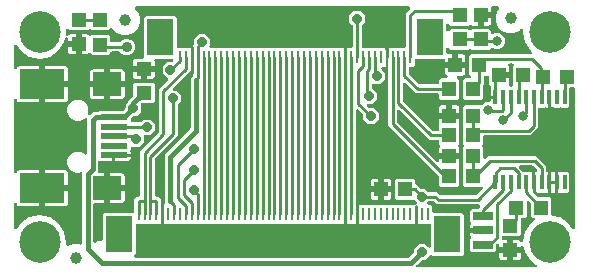
<source format=gbr>
G04 EAGLE Gerber RS-274X export*
G75*
%MOMM*%
%FSLAX34Y34*%
%LPD*%
%INTop Copper*%
%IPPOS*%
%AMOC8*
5,1,8,0,0,1.08239X$1,22.5*%
G01*
%ADD10R,0.250000X1.100000*%
%ADD11R,2.300000X3.100000*%
%ADD12R,0.304800X1.270000*%
%ADD13R,1.700000X0.700000*%
%ADD14R,2.400000X2.000000*%
%ADD15R,2.308000X0.500000*%
%ADD16R,3.810000X2.540000*%
%ADD17R,1.200000X1.300000*%
%ADD18R,1.300000X1.200000*%
%ADD19R,1.200000X1.200000*%
%ADD20C,1.000000*%
%ADD21C,3.516000*%
%ADD22C,0.254000*%
%ADD23P,0.872839X8X22.500000*%
%ADD24C,0.203200*%
%ADD25C,0.800100*%
%ADD26C,0.406400*%
%ADD27C,0.906400*%

G36*
X49001Y22259D02*
X49001Y22259D01*
X49016Y22258D01*
X49160Y22278D01*
X49302Y22295D01*
X49316Y22300D01*
X49331Y22302D01*
X49483Y22354D01*
X53385Y23971D01*
X58374Y23971D01*
X59972Y23309D01*
X60020Y23296D01*
X60065Y23275D01*
X60173Y23254D01*
X60279Y23225D01*
X60329Y23224D01*
X60378Y23215D01*
X60487Y23222D01*
X60597Y23220D01*
X60645Y23231D01*
X60695Y23235D01*
X60799Y23268D01*
X60906Y23294D01*
X60950Y23317D01*
X60997Y23333D01*
X61090Y23391D01*
X61187Y23443D01*
X61224Y23476D01*
X61266Y23503D01*
X61341Y23583D01*
X61423Y23657D01*
X61450Y23698D01*
X61484Y23734D01*
X61537Y23831D01*
X61597Y23922D01*
X61614Y23969D01*
X61638Y24013D01*
X61665Y24119D01*
X61701Y24223D01*
X61705Y24273D01*
X61717Y24321D01*
X61727Y24482D01*
X61727Y83191D01*
X61721Y83240D01*
X61723Y83289D01*
X61701Y83397D01*
X61687Y83506D01*
X61669Y83552D01*
X61659Y83601D01*
X61611Y83700D01*
X61570Y83802D01*
X61541Y83842D01*
X61519Y83887D01*
X61448Y83970D01*
X61384Y84059D01*
X61345Y84091D01*
X61313Y84129D01*
X61223Y84192D01*
X61139Y84262D01*
X61094Y84283D01*
X61053Y84312D01*
X60950Y84351D01*
X60851Y84397D01*
X60802Y84407D01*
X60756Y84424D01*
X60646Y84437D01*
X60539Y84457D01*
X60489Y84454D01*
X60440Y84460D01*
X60331Y84444D01*
X60221Y84437D01*
X60174Y84422D01*
X60125Y84415D01*
X59972Y84363D01*
X59553Y84189D01*
X56047Y84189D01*
X52809Y85531D01*
X50331Y88009D01*
X48989Y91247D01*
X48989Y94753D01*
X50331Y97991D01*
X52809Y100469D01*
X56047Y101811D01*
X59553Y101811D01*
X62791Y100469D01*
X63561Y99700D01*
X63670Y99615D01*
X63777Y99526D01*
X63796Y99517D01*
X63812Y99505D01*
X63940Y99449D01*
X64065Y99390D01*
X64085Y99387D01*
X64104Y99378D01*
X64242Y99357D01*
X64378Y99331D01*
X64398Y99332D01*
X64418Y99329D01*
X64557Y99342D01*
X64695Y99350D01*
X64714Y99356D01*
X64734Y99358D01*
X64866Y99406D01*
X64997Y99448D01*
X65015Y99459D01*
X65034Y99466D01*
X65148Y99544D01*
X65266Y99618D01*
X65280Y99633D01*
X65297Y99645D01*
X65389Y99749D01*
X65484Y99850D01*
X65494Y99868D01*
X65507Y99883D01*
X65570Y100007D01*
X65638Y100129D01*
X65643Y100148D01*
X65652Y100166D01*
X65682Y100302D01*
X65717Y100437D01*
X65719Y100465D01*
X65722Y100477D01*
X65721Y100497D01*
X65727Y100597D01*
X65727Y129403D01*
X65710Y129541D01*
X65697Y129679D01*
X65690Y129698D01*
X65687Y129718D01*
X65636Y129847D01*
X65589Y129978D01*
X65578Y129995D01*
X65570Y130014D01*
X65489Y130126D01*
X65411Y130242D01*
X65395Y130255D01*
X65384Y130271D01*
X65276Y130360D01*
X65172Y130452D01*
X65154Y130461D01*
X65139Y130474D01*
X65013Y130533D01*
X64889Y130597D01*
X64869Y130601D01*
X64851Y130610D01*
X64714Y130636D01*
X64579Y130666D01*
X64558Y130666D01*
X64539Y130669D01*
X64400Y130661D01*
X64261Y130657D01*
X64241Y130651D01*
X64221Y130650D01*
X64089Y130607D01*
X63955Y130568D01*
X63938Y130558D01*
X63919Y130552D01*
X63801Y130477D01*
X63681Y130407D01*
X63660Y130388D01*
X63650Y130382D01*
X63636Y130367D01*
X63561Y130300D01*
X62791Y129531D01*
X59553Y128189D01*
X56047Y128189D01*
X52809Y129531D01*
X50331Y132009D01*
X48989Y135247D01*
X48989Y138753D01*
X50331Y141991D01*
X52809Y144469D01*
X56047Y145811D01*
X59553Y145811D01*
X62791Y144469D01*
X65269Y141991D01*
X66611Y138753D01*
X66611Y135247D01*
X66245Y134366D01*
X66227Y134298D01*
X66199Y134234D01*
X66185Y134145D01*
X66162Y134059D01*
X66160Y133989D01*
X66149Y133920D01*
X66158Y133831D01*
X66156Y133741D01*
X66173Y133673D01*
X66179Y133603D01*
X66210Y133519D01*
X66231Y133432D01*
X66263Y133370D01*
X66287Y133304D01*
X66337Y133230D01*
X66379Y133150D01*
X66426Y133099D01*
X66465Y133041D01*
X66533Y132982D01*
X66593Y132915D01*
X66652Y132877D01*
X66704Y132831D01*
X66784Y132790D01*
X66859Y132740D01*
X66925Y132718D01*
X66987Y132686D01*
X67075Y132666D01*
X67160Y132637D01*
X67229Y132632D01*
X67297Y132616D01*
X67387Y132619D01*
X67477Y132612D01*
X67546Y132624D01*
X67615Y132626D01*
X67702Y132651D01*
X67790Y132666D01*
X67854Y132695D01*
X67921Y132714D01*
X67998Y132760D01*
X68080Y132797D01*
X68135Y132841D01*
X68195Y132876D01*
X68316Y132982D01*
X70906Y135573D01*
X74854Y135573D01*
X74952Y135585D01*
X75051Y135588D01*
X75109Y135605D01*
X75169Y135613D01*
X75261Y135649D01*
X75357Y135677D01*
X75409Y135707D01*
X75465Y135730D01*
X75545Y135788D01*
X75630Y135838D01*
X75706Y135904D01*
X75722Y135916D01*
X75730Y135926D01*
X75751Y135944D01*
X75848Y136041D01*
X95348Y136041D01*
X95446Y136053D01*
X95545Y136056D01*
X95604Y136073D01*
X95664Y136081D01*
X95756Y136117D01*
X95851Y136145D01*
X95903Y136175D01*
X95959Y136198D01*
X96040Y136256D01*
X96125Y136306D01*
X96200Y136372D01*
X96217Y136384D01*
X96225Y136394D01*
X96246Y136412D01*
X97856Y138022D01*
X97916Y138101D01*
X97984Y138173D01*
X98013Y138226D01*
X98050Y138274D01*
X98090Y138365D01*
X98138Y138451D01*
X98153Y138510D01*
X98177Y138565D01*
X98192Y138663D01*
X98217Y138759D01*
X98223Y138859D01*
X98227Y138880D01*
X98225Y138892D01*
X98227Y138920D01*
X98227Y141222D01*
X99856Y142851D01*
X99916Y142929D01*
X99984Y143001D01*
X100013Y143054D01*
X100050Y143102D01*
X100090Y143193D01*
X100138Y143280D01*
X100153Y143338D01*
X100177Y143394D01*
X100192Y143492D01*
X100217Y143588D01*
X100223Y143688D01*
X100227Y143708D01*
X100225Y143720D01*
X100227Y143748D01*
X100227Y144734D01*
X104388Y148894D01*
X104448Y148973D01*
X104516Y149045D01*
X104542Y149091D01*
X104544Y149094D01*
X104547Y149099D01*
X104582Y149146D01*
X104622Y149237D01*
X104670Y149323D01*
X104685Y149382D01*
X104709Y149437D01*
X104724Y149535D01*
X104749Y149631D01*
X104755Y149731D01*
X104759Y149752D01*
X104757Y149764D01*
X104759Y149792D01*
X104759Y158892D01*
X106248Y160381D01*
X121352Y160381D01*
X122841Y158892D01*
X122841Y144788D01*
X121352Y143299D01*
X112360Y143299D01*
X112222Y143282D01*
X112084Y143269D01*
X112065Y143262D01*
X112045Y143259D01*
X111916Y143208D01*
X111784Y143161D01*
X111768Y143150D01*
X111749Y143142D01*
X111636Y143061D01*
X111521Y142983D01*
X111508Y142967D01*
X111492Y142956D01*
X111403Y142848D01*
X111311Y142744D01*
X111302Y142726D01*
X111289Y142711D01*
X111230Y142585D01*
X111166Y142461D01*
X111162Y142441D01*
X111153Y142423D01*
X111127Y142287D01*
X111097Y142151D01*
X111097Y142130D01*
X111093Y142111D01*
X111102Y141972D01*
X111106Y141833D01*
X111112Y141813D01*
X111113Y141793D01*
X111156Y141661D01*
X111195Y141527D01*
X111205Y141510D01*
X111211Y141491D01*
X111286Y141373D01*
X111356Y141253D01*
X111373Y141235D01*
X111373Y135778D01*
X107522Y131927D01*
X105220Y131927D01*
X105122Y131915D01*
X105023Y131912D01*
X104964Y131895D01*
X104904Y131887D01*
X104812Y131851D01*
X104717Y131823D01*
X104665Y131793D01*
X104609Y131770D01*
X104529Y131712D01*
X104443Y131662D01*
X104368Y131596D01*
X104351Y131584D01*
X104343Y131574D01*
X104322Y131556D01*
X102892Y130126D01*
X102832Y130047D01*
X102764Y129975D01*
X102735Y129922D01*
X102698Y129874D01*
X102658Y129784D01*
X102610Y129697D01*
X102595Y129638D01*
X102571Y129583D01*
X102556Y129485D01*
X102531Y129389D01*
X102525Y129289D01*
X102521Y129268D01*
X102523Y129256D01*
X102521Y129228D01*
X102521Y128080D01*
X102536Y127962D01*
X102543Y127843D01*
X102556Y127805D01*
X102561Y127764D01*
X102604Y127654D01*
X102641Y127541D01*
X102663Y127506D01*
X102678Y127469D01*
X102747Y127373D01*
X102811Y127272D01*
X102841Y127244D01*
X102864Y127211D01*
X102956Y127135D01*
X103043Y127054D01*
X103078Y127034D01*
X103109Y127009D01*
X103217Y126958D01*
X103321Y126900D01*
X103361Y126890D01*
X103397Y126873D01*
X103514Y126851D01*
X103629Y126821D01*
X103689Y126817D01*
X103709Y126813D01*
X103730Y126815D01*
X103790Y126811D01*
X110790Y126811D01*
X110888Y126823D01*
X110987Y126826D01*
X111045Y126843D01*
X111105Y126851D01*
X111197Y126887D01*
X111292Y126915D01*
X111345Y126945D01*
X111401Y126968D01*
X111481Y127026D01*
X111566Y127076D01*
X111642Y127142D01*
X111658Y127154D01*
X111666Y127164D01*
X111687Y127182D01*
X113578Y129073D01*
X119022Y129073D01*
X122873Y125222D01*
X122873Y119778D01*
X119022Y115927D01*
X115142Y115927D01*
X115024Y115912D01*
X114905Y115905D01*
X114867Y115892D01*
X114826Y115887D01*
X114716Y115844D01*
X114603Y115807D01*
X114568Y115785D01*
X114531Y115770D01*
X114435Y115701D01*
X114334Y115637D01*
X114306Y115607D01*
X114273Y115584D01*
X114197Y115492D01*
X114116Y115405D01*
X114096Y115370D01*
X114071Y115339D01*
X114020Y115231D01*
X113962Y115127D01*
X113952Y115087D01*
X113935Y115051D01*
X113913Y114934D01*
X113883Y114819D01*
X113879Y114759D01*
X113875Y114739D01*
X113877Y114718D01*
X113873Y114658D01*
X113873Y109778D01*
X110022Y105927D01*
X104548Y105927D01*
X104471Y105991D01*
X104452Y106000D01*
X104436Y106012D01*
X104309Y106067D01*
X104183Y106127D01*
X104163Y106131D01*
X104144Y106139D01*
X104007Y106160D01*
X103870Y106187D01*
X103850Y106185D01*
X103830Y106188D01*
X103692Y106175D01*
X103553Y106167D01*
X103534Y106161D01*
X103514Y106159D01*
X103383Y106112D01*
X103251Y106069D01*
X103233Y106058D01*
X103214Y106051D01*
X103099Y105973D01*
X102982Y105899D01*
X102968Y105884D01*
X102951Y105872D01*
X102859Y105768D01*
X102764Y105667D01*
X102754Y105649D01*
X102741Y105634D01*
X102678Y105511D01*
X102610Y105388D01*
X102605Y105369D01*
X102596Y105351D01*
X102566Y105215D01*
X102531Y105081D01*
X102529Y105053D01*
X102526Y105041D01*
X102527Y105020D01*
X102521Y104920D01*
X102521Y103396D01*
X102503Y103374D01*
X102461Y103277D01*
X102411Y103183D01*
X102398Y103131D01*
X102377Y103082D01*
X102360Y102978D01*
X102335Y102875D01*
X102335Y102821D01*
X102327Y102768D01*
X102337Y102663D01*
X102338Y102557D01*
X102355Y102473D01*
X102357Y102451D01*
X102362Y102437D01*
X102369Y102399D01*
X102521Y101834D01*
X102521Y100269D01*
X88440Y100269D01*
X88322Y100254D01*
X88203Y100247D01*
X88165Y100235D01*
X88125Y100230D01*
X88014Y100186D01*
X87901Y100149D01*
X87867Y100127D01*
X87829Y100113D01*
X87733Y100043D01*
X87632Y99979D01*
X87632Y99978D01*
X87604Y99949D01*
X87572Y99926D01*
X87572Y99925D01*
X87571Y99925D01*
X87495Y99833D01*
X87414Y99747D01*
X87394Y99711D01*
X87368Y99680D01*
X87318Y99573D01*
X87260Y99468D01*
X87250Y99429D01*
X87233Y99393D01*
X87211Y99276D01*
X87181Y99160D01*
X87177Y99100D01*
X87173Y99080D01*
X87174Y99060D01*
X87171Y99000D01*
X87171Y93959D01*
X76565Y93959D01*
X76471Y93985D01*
X76346Y94002D01*
X76222Y94025D01*
X76189Y94023D01*
X76155Y94028D01*
X76030Y94013D01*
X75905Y94006D01*
X75873Y93995D01*
X75840Y93991D01*
X75722Y93946D01*
X75603Y93908D01*
X75574Y93890D01*
X75543Y93878D01*
X75440Y93805D01*
X75334Y93737D01*
X75311Y93713D01*
X75283Y93693D01*
X75202Y93597D01*
X75116Y93506D01*
X75100Y93476D01*
X75078Y93451D01*
X75023Y93337D01*
X74962Y93227D01*
X74954Y93195D01*
X74939Y93164D01*
X74914Y93041D01*
X74883Y92919D01*
X74880Y92871D01*
X74876Y92853D01*
X74877Y92831D01*
X74873Y92759D01*
X74873Y84810D01*
X74888Y84692D01*
X74895Y84573D01*
X74908Y84535D01*
X74913Y84494D01*
X74956Y84384D01*
X74993Y84271D01*
X75015Y84236D01*
X75030Y84199D01*
X75099Y84103D01*
X75163Y84002D01*
X75193Y83974D01*
X75216Y83941D01*
X75308Y83865D01*
X75395Y83784D01*
X75430Y83764D01*
X75461Y83739D01*
X75569Y83688D01*
X75673Y83630D01*
X75713Y83620D01*
X75749Y83603D01*
X75866Y83581D01*
X75981Y83551D01*
X76041Y83547D01*
X76061Y83543D01*
X76082Y83545D01*
X76142Y83541D01*
X80261Y83541D01*
X80261Y72270D01*
X80276Y72152D01*
X80283Y72033D01*
X80296Y71995D01*
X80301Y71955D01*
X80344Y71844D01*
X80381Y71731D01*
X80403Y71696D01*
X80418Y71659D01*
X80488Y71563D01*
X80551Y71462D01*
X80581Y71434D01*
X80605Y71402D01*
X80696Y71326D01*
X80783Y71244D01*
X80818Y71225D01*
X80849Y71199D01*
X80957Y71148D01*
X81061Y71091D01*
X81101Y71080D01*
X81137Y71063D01*
X81254Y71041D01*
X81369Y71011D01*
X81430Y71007D01*
X81450Y71003D01*
X81470Y71005D01*
X81530Y71001D01*
X82801Y71001D01*
X82801Y70999D01*
X81530Y70999D01*
X81412Y70984D01*
X81293Y70977D01*
X81255Y70964D01*
X81215Y70959D01*
X81104Y70915D01*
X80991Y70879D01*
X80956Y70857D01*
X80919Y70842D01*
X80823Y70772D01*
X80722Y70709D01*
X80694Y70679D01*
X80661Y70655D01*
X80586Y70564D01*
X80504Y70477D01*
X80484Y70442D01*
X80459Y70410D01*
X80408Y70303D01*
X80350Y70199D01*
X80340Y70159D01*
X80323Y70123D01*
X80301Y70006D01*
X80271Y69891D01*
X80267Y69830D01*
X80263Y69810D01*
X80265Y69790D01*
X80261Y69730D01*
X80261Y58459D01*
X72142Y58459D01*
X72024Y58444D01*
X71905Y58437D01*
X71867Y58424D01*
X71826Y58419D01*
X71716Y58376D01*
X71603Y58339D01*
X71568Y58317D01*
X71531Y58302D01*
X71435Y58233D01*
X71334Y58169D01*
X71306Y58139D01*
X71273Y58116D01*
X71197Y58024D01*
X71116Y57937D01*
X71096Y57902D01*
X71071Y57871D01*
X71020Y57763D01*
X70962Y57659D01*
X70952Y57619D01*
X70935Y57583D01*
X70913Y57466D01*
X70883Y57351D01*
X70879Y57291D01*
X70875Y57271D01*
X70877Y57250D01*
X70873Y57190D01*
X70873Y25990D01*
X70890Y25852D01*
X70903Y25714D01*
X70910Y25695D01*
X70913Y25675D01*
X70964Y25545D01*
X71011Y25414D01*
X71022Y25398D01*
X71030Y25379D01*
X71111Y25267D01*
X71189Y25151D01*
X71205Y25138D01*
X71216Y25122D01*
X71324Y25033D01*
X71428Y24941D01*
X71446Y24932D01*
X71461Y24919D01*
X71587Y24859D01*
X71711Y24796D01*
X71731Y24792D01*
X71749Y24783D01*
X71886Y24757D01*
X72021Y24727D01*
X72042Y24727D01*
X72061Y24723D01*
X72200Y24732D01*
X72339Y24736D01*
X72359Y24742D01*
X72379Y24743D01*
X72511Y24786D01*
X72645Y24825D01*
X72662Y24835D01*
X72681Y24841D01*
X72799Y24916D01*
X72919Y24986D01*
X72940Y25005D01*
X72950Y25011D01*
X72964Y25026D01*
X73039Y25093D01*
X73908Y25961D01*
X77490Y25961D01*
X77608Y25976D01*
X77727Y25983D01*
X77765Y25996D01*
X77806Y26001D01*
X77916Y26044D01*
X78029Y26081D01*
X78064Y26103D01*
X78101Y26118D01*
X78197Y26187D01*
X78298Y26251D01*
X78326Y26281D01*
X78359Y26304D01*
X78435Y26396D01*
X78516Y26483D01*
X78536Y26518D01*
X78561Y26549D01*
X78612Y26657D01*
X78670Y26761D01*
X78680Y26801D01*
X78697Y26837D01*
X78719Y26954D01*
X78749Y27069D01*
X78753Y27129D01*
X78757Y27149D01*
X78755Y27170D01*
X78759Y27230D01*
X78759Y48452D01*
X80248Y49941D01*
X104220Y49941D01*
X104338Y49956D01*
X104457Y49963D01*
X104495Y49976D01*
X104536Y49981D01*
X104646Y50024D01*
X104759Y50061D01*
X104794Y50083D01*
X104831Y50098D01*
X104927Y50167D01*
X105028Y50231D01*
X105056Y50261D01*
X105089Y50284D01*
X105165Y50376D01*
X105246Y50463D01*
X105266Y50498D01*
X105291Y50529D01*
X105342Y50637D01*
X105400Y50741D01*
X105410Y50781D01*
X105427Y50817D01*
X105449Y50934D01*
X105479Y51049D01*
X105483Y51109D01*
X105487Y51129D01*
X105485Y51150D01*
X105489Y51210D01*
X105489Y61578D01*
X107722Y63811D01*
X109220Y63811D01*
X109338Y63826D01*
X109457Y63833D01*
X109495Y63846D01*
X109536Y63851D01*
X109646Y63894D01*
X109759Y63931D01*
X109794Y63953D01*
X109831Y63968D01*
X109927Y64037D01*
X110028Y64101D01*
X110056Y64131D01*
X110089Y64154D01*
X110165Y64246D01*
X110246Y64333D01*
X110266Y64368D01*
X110291Y64399D01*
X110342Y64507D01*
X110400Y64611D01*
X110410Y64651D01*
X110427Y64687D01*
X110449Y64804D01*
X110479Y64919D01*
X110483Y64979D01*
X110487Y64999D01*
X110485Y65020D01*
X110489Y65080D01*
X110489Y102078D01*
X126118Y117707D01*
X126178Y117785D01*
X126246Y117857D01*
X126275Y117910D01*
X126312Y117958D01*
X126352Y118049D01*
X126400Y118136D01*
X126415Y118194D01*
X126439Y118250D01*
X126454Y118348D01*
X126479Y118444D01*
X126485Y118544D01*
X126489Y118564D01*
X126487Y118576D01*
X126489Y118604D01*
X126489Y154578D01*
X134131Y162221D01*
X134217Y162330D01*
X134305Y162437D01*
X134314Y162456D01*
X134326Y162472D01*
X134382Y162600D01*
X134441Y162725D01*
X134445Y162745D01*
X134453Y162764D01*
X134474Y162901D01*
X134501Y163038D01*
X134499Y163058D01*
X134502Y163078D01*
X134489Y163217D01*
X134481Y163355D01*
X134475Y163374D01*
X134473Y163394D01*
X134425Y163526D01*
X134383Y163657D01*
X134372Y163675D01*
X134365Y163694D01*
X134287Y163809D01*
X134213Y163926D01*
X134198Y163940D01*
X134186Y163957D01*
X134082Y164049D01*
X133981Y164144D01*
X133963Y164154D01*
X133948Y164167D01*
X133824Y164231D01*
X133702Y164298D01*
X133683Y164303D01*
X133665Y164312D01*
X133598Y164327D01*
X129687Y168238D01*
X129687Y173682D01*
X133538Y177533D01*
X136918Y177533D01*
X137016Y177545D01*
X137115Y177548D01*
X137173Y177565D01*
X137233Y177573D01*
X137325Y177609D01*
X137420Y177637D01*
X137473Y177667D01*
X137529Y177690D01*
X137609Y177748D01*
X137694Y177798D01*
X137770Y177864D01*
X137786Y177876D01*
X137794Y177886D01*
X137815Y177904D01*
X138303Y178392D01*
X138389Y178502D01*
X138477Y178609D01*
X138486Y178628D01*
X138498Y178644D01*
X138554Y178772D01*
X138613Y178897D01*
X138617Y178917D01*
X138625Y178936D01*
X138647Y179074D01*
X138673Y179210D01*
X138671Y179230D01*
X138674Y179250D01*
X138661Y179389D01*
X138653Y179527D01*
X138647Y179546D01*
X138645Y179566D01*
X138598Y179697D01*
X138555Y179829D01*
X138544Y179847D01*
X138537Y179866D01*
X138459Y179980D01*
X138385Y180098D01*
X138370Y180112D01*
X138358Y180129D01*
X138254Y180221D01*
X138153Y180316D01*
X138135Y180326D01*
X138120Y180339D01*
X137996Y180403D01*
X137874Y180470D01*
X137855Y180475D01*
X137837Y180484D01*
X137701Y180514D01*
X137567Y180549D01*
X137539Y180551D01*
X137527Y180554D01*
X137506Y180553D01*
X137406Y180559D01*
X123942Y180559D01*
X123817Y180543D01*
X123691Y180534D01*
X123660Y180524D01*
X123626Y180519D01*
X123509Y180473D01*
X123390Y180433D01*
X123362Y180415D01*
X123330Y180402D01*
X123229Y180329D01*
X123123Y180260D01*
X123100Y180235D01*
X123073Y180216D01*
X122993Y180119D01*
X122908Y180026D01*
X122892Y179997D01*
X122870Y179971D01*
X122817Y179857D01*
X122757Y179746D01*
X122749Y179713D01*
X122735Y179683D01*
X122711Y179560D01*
X122681Y179437D01*
X122681Y179404D01*
X122675Y179371D01*
X122683Y179245D01*
X122684Y179119D01*
X122694Y179071D01*
X122695Y179053D01*
X122701Y179033D01*
X122716Y178961D01*
X122841Y178494D01*
X122841Y174699D01*
X115070Y174699D01*
X114952Y174684D01*
X114833Y174677D01*
X114795Y174664D01*
X114755Y174659D01*
X114644Y174615D01*
X114531Y174579D01*
X114496Y174557D01*
X114459Y174542D01*
X114363Y174472D01*
X114262Y174409D01*
X114234Y174379D01*
X114202Y174355D01*
X114126Y174264D01*
X114044Y174177D01*
X114025Y174142D01*
X113999Y174110D01*
X113948Y174003D01*
X113891Y173899D01*
X113880Y173859D01*
X113863Y173823D01*
X113841Y173706D01*
X113811Y173591D01*
X113807Y173530D01*
X113803Y173510D01*
X113805Y173490D01*
X113801Y173430D01*
X113801Y172159D01*
X113799Y172159D01*
X113799Y173430D01*
X113784Y173548D01*
X113777Y173667D01*
X113764Y173705D01*
X113759Y173745D01*
X113715Y173856D01*
X113679Y173969D01*
X113657Y174004D01*
X113642Y174041D01*
X113572Y174137D01*
X113509Y174238D01*
X113479Y174266D01*
X113455Y174298D01*
X113364Y174374D01*
X113277Y174456D01*
X113242Y174475D01*
X113210Y174501D01*
X113103Y174552D01*
X112999Y174609D01*
X112959Y174620D01*
X112923Y174637D01*
X112806Y174659D01*
X112691Y174689D01*
X112630Y174693D01*
X112610Y174697D01*
X112590Y174695D01*
X112530Y174699D01*
X104759Y174699D01*
X104759Y178494D01*
X104932Y179141D01*
X105267Y179720D01*
X105740Y180193D01*
X106319Y180528D01*
X106966Y180701D01*
X112490Y180701D01*
X112608Y180716D01*
X112727Y180723D01*
X112765Y180736D01*
X112806Y180741D01*
X112916Y180784D01*
X113029Y180821D01*
X113064Y180843D01*
X113101Y180858D01*
X113197Y180927D01*
X113298Y180991D01*
X113326Y181021D01*
X113359Y181044D01*
X113435Y181136D01*
X113516Y181223D01*
X113536Y181258D01*
X113561Y181289D01*
X113612Y181397D01*
X113670Y181501D01*
X113680Y181541D01*
X113697Y181577D01*
X113719Y181694D01*
X113749Y181809D01*
X113753Y181869D01*
X113757Y181889D01*
X113755Y181910D01*
X113759Y181970D01*
X113759Y215152D01*
X115248Y216641D01*
X140352Y216641D01*
X141841Y215152D01*
X141841Y190910D01*
X141856Y190792D01*
X141863Y190673D01*
X141876Y190635D01*
X141881Y190594D01*
X141924Y190484D01*
X141961Y190371D01*
X141983Y190336D01*
X141998Y190299D01*
X142067Y190203D01*
X142131Y190102D01*
X142161Y190074D01*
X142184Y190041D01*
X142276Y189965D01*
X142363Y189884D01*
X142398Y189864D01*
X142429Y189839D01*
X142537Y189788D01*
X142641Y189730D01*
X142681Y189720D01*
X142717Y189703D01*
X142834Y189681D01*
X142949Y189651D01*
X143009Y189647D01*
X143029Y189643D01*
X143050Y189645D01*
X143110Y189641D01*
X151753Y189641D01*
X151761Y189637D01*
X151813Y189624D01*
X151862Y189602D01*
X151967Y189586D01*
X152070Y189561D01*
X152123Y189561D01*
X152176Y189553D01*
X152282Y189562D01*
X152388Y189563D01*
X152471Y189580D01*
X152493Y189582D01*
X152508Y189588D01*
X152545Y189595D01*
X152716Y189641D01*
X154220Y189641D01*
X154338Y189656D01*
X154457Y189663D01*
X154495Y189676D01*
X154536Y189681D01*
X154646Y189724D01*
X154759Y189761D01*
X154794Y189783D01*
X154831Y189798D01*
X154927Y189867D01*
X155028Y189931D01*
X155056Y189961D01*
X155089Y189984D01*
X155165Y190076D01*
X155246Y190163D01*
X155266Y190198D01*
X155291Y190229D01*
X155342Y190337D01*
X155400Y190441D01*
X155410Y190481D01*
X155427Y190517D01*
X155449Y190634D01*
X155479Y190749D01*
X155483Y190809D01*
X155487Y190829D01*
X155485Y190850D01*
X155489Y190910D01*
X155489Y192578D01*
X155856Y192945D01*
X155916Y193023D01*
X155984Y193095D01*
X156013Y193148D01*
X156050Y193196D01*
X156090Y193287D01*
X156138Y193374D01*
X156153Y193432D01*
X156177Y193488D01*
X156192Y193586D01*
X156217Y193682D01*
X156223Y193782D01*
X156227Y193802D01*
X156225Y193814D01*
X156227Y193842D01*
X156227Y197222D01*
X160078Y201073D01*
X165522Y201073D01*
X169373Y197222D01*
X169373Y191769D01*
X169317Y191698D01*
X169229Y191591D01*
X169220Y191572D01*
X169208Y191556D01*
X169152Y191428D01*
X169093Y191303D01*
X169089Y191283D01*
X169081Y191264D01*
X169060Y191127D01*
X169033Y190990D01*
X169035Y190970D01*
X169032Y190950D01*
X169045Y190812D01*
X169053Y190673D01*
X169059Y190654D01*
X169061Y190634D01*
X169109Y190502D01*
X169151Y190371D01*
X169162Y190353D01*
X169169Y190334D01*
X169247Y190219D01*
X169321Y190102D01*
X169336Y190088D01*
X169348Y190071D01*
X169452Y189979D01*
X169553Y189884D01*
X169571Y189874D01*
X169586Y189861D01*
X169710Y189797D01*
X169832Y189730D01*
X169851Y189725D01*
X169869Y189716D01*
X170005Y189686D01*
X170139Y189651D01*
X170167Y189649D01*
X170179Y189646D01*
X170200Y189647D01*
X170300Y189641D01*
X281753Y189641D01*
X281761Y189637D01*
X281813Y189624D01*
X281863Y189602D01*
X281967Y189586D01*
X282070Y189560D01*
X282124Y189561D01*
X282177Y189553D01*
X282282Y189562D01*
X282388Y189563D01*
X282472Y189580D01*
X282493Y189582D01*
X282508Y189588D01*
X282546Y189595D01*
X282716Y189641D01*
X283031Y189641D01*
X283031Y188738D01*
X283043Y188640D01*
X283046Y188541D01*
X283057Y188501D01*
X283061Y188462D01*
X283068Y188443D01*
X283070Y188423D01*
X283107Y188331D01*
X283134Y188236D01*
X283155Y188200D01*
X283169Y188163D01*
X283180Y188146D01*
X283187Y188127D01*
X283246Y188047D01*
X283296Y187962D01*
X283336Y187916D01*
X283347Y187899D01*
X283362Y187886D01*
X283374Y187870D01*
X283384Y187862D01*
X283402Y187841D01*
X283403Y187841D01*
X283497Y187768D01*
X283586Y187689D01*
X283604Y187680D01*
X283619Y187667D01*
X283637Y187658D01*
X283654Y187646D01*
X283763Y187598D01*
X283869Y187544D01*
X283889Y187540D01*
X283907Y187531D01*
X283926Y187528D01*
X283946Y187519D01*
X284063Y187501D01*
X284179Y187475D01*
X284200Y187475D01*
X284220Y187472D01*
X284239Y187473D01*
X284260Y187470D01*
X284378Y187481D01*
X284497Y187484D01*
X284517Y187490D01*
X284537Y187491D01*
X284556Y187497D01*
X284576Y187499D01*
X284689Y187540D01*
X284803Y187573D01*
X284820Y187583D01*
X284840Y187589D01*
X284856Y187600D01*
X284876Y187607D01*
X284974Y187674D01*
X285077Y187734D01*
X285098Y187753D01*
X285108Y187760D01*
X285122Y187774D01*
X285139Y187786D01*
X285152Y187801D01*
X285198Y187841D01*
X285258Y187919D01*
X285326Y187991D01*
X285336Y188009D01*
X285349Y188024D01*
X285368Y188060D01*
X285393Y188092D01*
X285432Y188183D01*
X285480Y188270D01*
X285485Y188289D01*
X285494Y188307D01*
X285503Y188346D01*
X285519Y188384D01*
X285534Y188482D01*
X285559Y188578D01*
X285561Y188606D01*
X285564Y188617D01*
X285563Y188637D01*
X285566Y188678D01*
X285569Y188698D01*
X285568Y188710D01*
X285569Y188738D01*
X285569Y189641D01*
X285884Y189641D01*
X286055Y189595D01*
X286159Y189581D01*
X286263Y189558D01*
X286316Y189559D01*
X286370Y189552D01*
X286475Y189564D01*
X286580Y189567D01*
X286632Y189582D01*
X286686Y189588D01*
X286784Y189626D01*
X286834Y189641D01*
X289220Y189641D01*
X289338Y189656D01*
X289457Y189663D01*
X289495Y189676D01*
X289536Y189681D01*
X289646Y189724D01*
X289759Y189761D01*
X289794Y189783D01*
X289831Y189798D01*
X289927Y189867D01*
X290028Y189931D01*
X290056Y189961D01*
X290089Y189984D01*
X290165Y190076D01*
X290246Y190163D01*
X290266Y190198D01*
X290291Y190229D01*
X290342Y190337D01*
X290400Y190441D01*
X290410Y190481D01*
X290427Y190517D01*
X290449Y190634D01*
X290479Y190749D01*
X290483Y190809D01*
X290487Y190829D01*
X290485Y190850D01*
X290489Y190910D01*
X290489Y208540D01*
X290477Y208638D01*
X290474Y208737D01*
X290457Y208795D01*
X290449Y208855D01*
X290413Y208947D01*
X290385Y209043D01*
X290355Y209095D01*
X290332Y209151D01*
X290274Y209231D01*
X290224Y209316D01*
X290158Y209392D01*
X290146Y209408D01*
X290136Y209416D01*
X290118Y209437D01*
X287727Y211828D01*
X287727Y217272D01*
X291578Y221123D01*
X297022Y221123D01*
X300873Y217272D01*
X300873Y211828D01*
X298482Y209437D01*
X298422Y209359D01*
X298354Y209287D01*
X298325Y209234D01*
X298288Y209186D01*
X298248Y209095D01*
X298200Y209008D01*
X298185Y208950D01*
X298161Y208894D01*
X298146Y208796D01*
X298121Y208700D01*
X298115Y208600D01*
X298111Y208580D01*
X298113Y208568D01*
X298111Y208540D01*
X298111Y190910D01*
X298126Y190792D01*
X298133Y190673D01*
X298146Y190635D01*
X298151Y190594D01*
X298194Y190484D01*
X298231Y190371D01*
X298253Y190336D01*
X298268Y190299D01*
X298337Y190203D01*
X298401Y190102D01*
X298431Y190074D01*
X298454Y190041D01*
X298546Y189965D01*
X298633Y189884D01*
X298668Y189864D01*
X298699Y189839D01*
X298807Y189788D01*
X298911Y189730D01*
X298951Y189720D01*
X298987Y189703D01*
X299104Y189681D01*
X299219Y189651D01*
X299279Y189647D01*
X299299Y189643D01*
X299320Y189645D01*
X299380Y189641D01*
X316753Y189641D01*
X316761Y189637D01*
X316813Y189624D01*
X316862Y189602D01*
X316967Y189586D01*
X317070Y189561D01*
X317123Y189561D01*
X317176Y189553D01*
X317282Y189562D01*
X317388Y189563D01*
X317471Y189580D01*
X317493Y189582D01*
X317508Y189588D01*
X317545Y189595D01*
X317716Y189641D01*
X318031Y189641D01*
X318031Y188738D01*
X318036Y188697D01*
X318033Y188655D01*
X318052Y188558D01*
X318061Y188462D01*
X318068Y188443D01*
X318070Y188423D01*
X318086Y188384D01*
X318094Y188343D01*
X318136Y188254D01*
X318169Y188163D01*
X318180Y188146D01*
X318187Y188127D01*
X318212Y188094D01*
X318230Y188056D01*
X318325Y187926D01*
X318338Y187914D01*
X318347Y187899D01*
X318362Y187886D01*
X318374Y187870D01*
X318468Y187792D01*
X318558Y187709D01*
X318573Y187700D01*
X318586Y187689D01*
X318604Y187680D01*
X318619Y187667D01*
X318728Y187616D01*
X318837Y187556D01*
X318854Y187552D01*
X318869Y187544D01*
X318889Y187540D01*
X318907Y187531D01*
X319024Y187509D01*
X319145Y187478D01*
X319162Y187478D01*
X319179Y187475D01*
X319200Y187475D01*
X319219Y187472D01*
X319220Y187472D01*
X319339Y187479D01*
X319463Y187479D01*
X319480Y187484D01*
X319497Y187484D01*
X319517Y187490D01*
X319537Y187491D01*
X319651Y187528D01*
X319771Y187559D01*
X319786Y187568D01*
X319803Y187573D01*
X319821Y187583D01*
X319840Y187589D01*
X319942Y187654D01*
X320049Y187714D01*
X320062Y187725D01*
X320077Y187734D01*
X320098Y187753D01*
X320108Y187760D01*
X320122Y187774D01*
X320197Y187841D01*
X320198Y187841D01*
X320236Y187890D01*
X320280Y187932D01*
X320300Y187964D01*
X320326Y187991D01*
X320355Y188044D01*
X320393Y188092D01*
X320417Y188149D01*
X320450Y188201D01*
X320461Y188236D01*
X320480Y188270D01*
X320495Y188328D01*
X320519Y188384D01*
X320529Y188446D01*
X320547Y188504D01*
X320550Y188540D01*
X320559Y188578D01*
X320566Y188678D01*
X320569Y188698D01*
X320568Y188710D01*
X320569Y188738D01*
X320569Y189641D01*
X320884Y189641D01*
X321054Y189595D01*
X321159Y189581D01*
X321262Y189558D01*
X321316Y189559D01*
X321370Y189552D01*
X321475Y189564D01*
X321580Y189567D01*
X321632Y189582D01*
X321685Y189588D01*
X321784Y189626D01*
X321834Y189641D01*
X334220Y189641D01*
X334338Y189656D01*
X334457Y189663D01*
X334495Y189676D01*
X334536Y189681D01*
X334646Y189724D01*
X334759Y189761D01*
X334794Y189783D01*
X334831Y189798D01*
X334927Y189867D01*
X335028Y189931D01*
X335056Y189961D01*
X335089Y189984D01*
X335165Y190076D01*
X335246Y190163D01*
X335266Y190198D01*
X335291Y190229D01*
X335342Y190337D01*
X335400Y190441D01*
X335410Y190481D01*
X335427Y190517D01*
X335449Y190634D01*
X335479Y190749D01*
X335483Y190809D01*
X335487Y190829D01*
X335485Y190850D01*
X335489Y190910D01*
X335489Y218958D01*
X338717Y222187D01*
X339153Y222622D01*
X339239Y222732D01*
X339327Y222839D01*
X339336Y222858D01*
X339348Y222874D01*
X339404Y223001D01*
X339463Y223127D01*
X339467Y223147D01*
X339475Y223166D01*
X339496Y223303D01*
X339523Y223440D01*
X339521Y223460D01*
X339524Y223480D01*
X339511Y223619D01*
X339503Y223757D01*
X339497Y223776D01*
X339495Y223796D01*
X339447Y223928D01*
X339405Y224059D01*
X339394Y224076D01*
X339387Y224096D01*
X339309Y224211D01*
X339235Y224328D01*
X339220Y224342D01*
X339209Y224359D01*
X339104Y224451D01*
X339003Y224546D01*
X338985Y224556D01*
X338970Y224569D01*
X338846Y224633D01*
X338724Y224700D01*
X338705Y224705D01*
X338687Y224714D01*
X338551Y224744D01*
X338417Y224779D01*
X338389Y224781D01*
X338377Y224784D01*
X338356Y224783D01*
X338256Y224789D01*
X107160Y224789D01*
X107023Y224772D01*
X106884Y224759D01*
X106865Y224752D01*
X106845Y224749D01*
X106716Y224698D01*
X106585Y224651D01*
X106568Y224640D01*
X106549Y224632D01*
X106437Y224551D01*
X106321Y224473D01*
X106308Y224457D01*
X106292Y224446D01*
X106203Y224338D01*
X106111Y224234D01*
X106102Y224216D01*
X106089Y224201D01*
X106030Y224075D01*
X105966Y223951D01*
X105962Y223931D01*
X105953Y223913D01*
X105927Y223777D01*
X105897Y223641D01*
X105897Y223620D01*
X105894Y223601D01*
X105902Y223462D01*
X105906Y223323D01*
X105912Y223303D01*
X105913Y223283D01*
X105956Y223151D01*
X105995Y223017D01*
X106005Y223000D01*
X106011Y222981D01*
X106086Y222863D01*
X106156Y222743D01*
X106175Y222722D01*
X106181Y222712D01*
X106196Y222698D01*
X106263Y222623D01*
X108422Y220464D01*
X110331Y215855D01*
X110331Y210865D01*
X108422Y206256D01*
X104894Y202728D01*
X100285Y200819D01*
X95295Y200819D01*
X90686Y202728D01*
X87091Y206323D01*
X86997Y206396D01*
X86908Y206475D01*
X86872Y206493D01*
X86840Y206518D01*
X86731Y206566D01*
X86625Y206620D01*
X86585Y206628D01*
X86548Y206645D01*
X86431Y206663D01*
X86315Y206689D01*
X86274Y206688D01*
X86234Y206694D01*
X86116Y206683D01*
X85997Y206680D01*
X85958Y206668D01*
X85918Y206665D01*
X85805Y206624D01*
X85691Y206591D01*
X85656Y206571D01*
X85618Y206557D01*
X85520Y206490D01*
X85417Y206430D01*
X85372Y206390D01*
X85355Y206378D01*
X85342Y206363D01*
X85296Y206323D01*
X83852Y204879D01*
X69748Y204879D01*
X68917Y205709D01*
X68823Y205782D01*
X68734Y205861D01*
X68698Y205879D01*
X68666Y205904D01*
X68557Y205952D01*
X68451Y206006D01*
X68412Y206015D01*
X68374Y206031D01*
X68257Y206049D01*
X68141Y206075D01*
X68100Y206074D01*
X68060Y206080D01*
X67942Y206069D01*
X67823Y206066D01*
X67784Y206054D01*
X67744Y206051D01*
X67632Y206010D01*
X67517Y205977D01*
X67482Y205957D01*
X67444Y205943D01*
X67346Y205876D01*
X67243Y205816D01*
X67198Y205776D01*
X67181Y205764D01*
X67168Y205749D01*
X67122Y205709D01*
X66072Y204659D01*
X50968Y204659D01*
X49954Y205673D01*
X49872Y205737D01*
X49795Y205808D01*
X49746Y205834D01*
X49703Y205868D01*
X49607Y205909D01*
X49515Y205959D01*
X49462Y205972D01*
X49411Y205994D01*
X49308Y206010D01*
X49206Y206036D01*
X49151Y206035D01*
X49097Y206044D01*
X48993Y206034D01*
X48888Y206033D01*
X48835Y206019D01*
X48780Y206014D01*
X48682Y205979D01*
X48581Y205952D01*
X48533Y205925D01*
X48481Y205906D01*
X48395Y205848D01*
X48303Y205797D01*
X48264Y205759D01*
X48218Y205728D01*
X48149Y205649D01*
X48073Y205578D01*
X48044Y205531D01*
X48007Y205489D01*
X47960Y205396D01*
X47905Y205308D01*
X47888Y205255D01*
X47863Y205206D01*
X47840Y205104D01*
X47808Y205005D01*
X47805Y204950D01*
X47793Y204896D01*
X47796Y204791D01*
X47790Y204687D01*
X47802Y204600D01*
X47803Y204578D01*
X47807Y204564D01*
X47812Y204528D01*
X48076Y203200D01*
X47732Y201473D01*
X47725Y201369D01*
X47709Y201266D01*
X47714Y201211D01*
X47710Y201156D01*
X47729Y201053D01*
X47738Y200949D01*
X47757Y200897D01*
X47767Y200843D01*
X47811Y200748D01*
X47846Y200650D01*
X47877Y200604D01*
X47900Y200554D01*
X47966Y200473D01*
X48025Y200387D01*
X48066Y200350D01*
X48101Y200307D01*
X48185Y200245D01*
X48263Y200176D01*
X48312Y200151D01*
X48356Y200118D01*
X48453Y200079D01*
X48546Y200031D01*
X48600Y200019D01*
X48651Y199999D01*
X48755Y199985D01*
X48857Y199962D01*
X48912Y199963D01*
X48966Y199956D01*
X49070Y199968D01*
X49174Y199971D01*
X49227Y199987D01*
X49282Y199993D01*
X49379Y200031D01*
X49480Y200060D01*
X49527Y200088D01*
X49579Y200108D01*
X49664Y200168D01*
X49754Y200221D01*
X49820Y200280D01*
X49838Y200292D01*
X49847Y200304D01*
X49875Y200328D01*
X50460Y200913D01*
X51039Y201248D01*
X51686Y201421D01*
X55981Y201421D01*
X55981Y195419D01*
X49479Y195419D01*
X49479Y197369D01*
X49475Y197403D01*
X49477Y197438D01*
X49455Y197561D01*
X49439Y197684D01*
X49427Y197717D01*
X49420Y197751D01*
X49368Y197864D01*
X49322Y197980D01*
X49302Y198008D01*
X49287Y198040D01*
X49209Y198136D01*
X49136Y198237D01*
X49109Y198259D01*
X49086Y198287D01*
X48987Y198360D01*
X48891Y198440D01*
X48859Y198455D01*
X48831Y198476D01*
X48715Y198522D01*
X48603Y198575D01*
X48569Y198582D01*
X48536Y198595D01*
X48412Y198612D01*
X48291Y198635D01*
X48256Y198633D01*
X48221Y198638D01*
X48097Y198623D01*
X47973Y198615D01*
X47940Y198605D01*
X47905Y198601D01*
X47789Y198556D01*
X47671Y198517D01*
X47641Y198499D01*
X47608Y198486D01*
X47507Y198414D01*
X47402Y198347D01*
X47378Y198322D01*
X47349Y198301D01*
X47269Y198206D01*
X47184Y198116D01*
X47167Y198085D01*
X47145Y198058D01*
X47090Y197946D01*
X47030Y197837D01*
X47022Y197803D01*
X47007Y197772D01*
X46965Y197616D01*
X46350Y194522D01*
X41434Y187166D01*
X34078Y182250D01*
X25400Y180524D01*
X16722Y182250D01*
X9366Y187166D01*
X6135Y192000D01*
X6067Y192079D01*
X6006Y192164D01*
X5963Y192199D01*
X5927Y192241D01*
X5841Y192300D01*
X5761Y192367D01*
X5711Y192390D01*
X5665Y192421D01*
X5567Y192458D01*
X5473Y192502D01*
X5419Y192513D01*
X5367Y192532D01*
X5263Y192542D01*
X5160Y192562D01*
X5105Y192559D01*
X5051Y192564D01*
X4947Y192549D01*
X4843Y192542D01*
X4791Y192525D01*
X4736Y192517D01*
X4640Y192476D01*
X4541Y192444D01*
X4494Y192415D01*
X4443Y192393D01*
X4360Y192330D01*
X4272Y192274D01*
X4234Y192234D01*
X4190Y192200D01*
X4125Y192118D01*
X4054Y192042D01*
X4027Y191994D01*
X3993Y191951D01*
X3951Y191855D01*
X3900Y191764D01*
X3887Y191711D01*
X3864Y191660D01*
X3847Y191557D01*
X3821Y191456D01*
X3815Y191368D01*
X3812Y191346D01*
X3813Y191332D01*
X3811Y191295D01*
X3811Y172724D01*
X3830Y172573D01*
X3847Y172421D01*
X3850Y172415D01*
X3851Y172408D01*
X3907Y172266D01*
X3961Y172124D01*
X3965Y172119D01*
X3968Y172113D01*
X4057Y171990D01*
X4145Y171865D01*
X4151Y171861D01*
X4154Y171855D01*
X4271Y171758D01*
X4388Y171660D01*
X4394Y171657D01*
X4399Y171652D01*
X4536Y171588D01*
X4674Y171521D01*
X4681Y171520D01*
X4687Y171517D01*
X4835Y171489D01*
X4986Y171458D01*
X4993Y171458D01*
X4999Y171457D01*
X5151Y171467D01*
X5304Y171474D01*
X5310Y171477D01*
X5317Y171477D01*
X5461Y171524D01*
X5607Y171569D01*
X5613Y171573D01*
X5619Y171575D01*
X5748Y171656D01*
X5878Y171737D01*
X5882Y171741D01*
X5888Y171745D01*
X5993Y171856D01*
X6098Y171966D01*
X6101Y171972D01*
X6106Y171977D01*
X6180Y172110D01*
X6255Y172243D01*
X6257Y172251D01*
X6260Y172255D01*
X6262Y172266D01*
X6306Y172395D01*
X6382Y172681D01*
X6717Y173260D01*
X7190Y173733D01*
X7769Y174068D01*
X8416Y174241D01*
X25261Y174241D01*
X25261Y160270D01*
X25276Y160152D01*
X25283Y160033D01*
X25296Y159995D01*
X25301Y159955D01*
X25344Y159844D01*
X25381Y159731D01*
X25403Y159696D01*
X25418Y159659D01*
X25488Y159563D01*
X25551Y159462D01*
X25581Y159434D01*
X25605Y159402D01*
X25696Y159326D01*
X25783Y159244D01*
X25818Y159225D01*
X25849Y159199D01*
X25957Y159148D01*
X26061Y159091D01*
X26101Y159080D01*
X26137Y159063D01*
X26254Y159041D01*
X26369Y159011D01*
X26430Y159007D01*
X26450Y159003D01*
X26470Y159005D01*
X26530Y159001D01*
X27801Y159001D01*
X27801Y158999D01*
X26530Y158999D01*
X26412Y158984D01*
X26293Y158977D01*
X26255Y158964D01*
X26215Y158959D01*
X26104Y158915D01*
X25991Y158879D01*
X25956Y158857D01*
X25919Y158842D01*
X25823Y158772D01*
X25722Y158709D01*
X25694Y158679D01*
X25661Y158655D01*
X25586Y158564D01*
X25504Y158477D01*
X25484Y158442D01*
X25459Y158410D01*
X25408Y158303D01*
X25350Y158199D01*
X25340Y158159D01*
X25323Y158123D01*
X25301Y158006D01*
X25271Y157891D01*
X25267Y157830D01*
X25263Y157810D01*
X25265Y157790D01*
X25261Y157730D01*
X25261Y143759D01*
X8416Y143759D01*
X7769Y143932D01*
X7190Y144267D01*
X6717Y144740D01*
X6382Y145319D01*
X6306Y145605D01*
X6249Y145745D01*
X6192Y145887D01*
X6188Y145893D01*
X6186Y145899D01*
X6095Y146021D01*
X6006Y146145D01*
X6000Y146149D01*
X5996Y146154D01*
X5878Y146250D01*
X5761Y146348D01*
X5754Y146350D01*
X5749Y146355D01*
X5609Y146419D01*
X5473Y146483D01*
X5466Y146484D01*
X5460Y146487D01*
X5309Y146514D01*
X5160Y146543D01*
X5154Y146542D01*
X5147Y146544D01*
X4995Y146533D01*
X4843Y146523D01*
X4837Y146521D01*
X4830Y146521D01*
X4685Y146472D01*
X4541Y146425D01*
X4535Y146421D01*
X4528Y146419D01*
X4400Y146336D01*
X4272Y146255D01*
X4267Y146250D01*
X4262Y146246D01*
X4158Y146134D01*
X4054Y146023D01*
X4051Y146017D01*
X4046Y146012D01*
X3974Y145878D01*
X3900Y145745D01*
X3899Y145738D01*
X3896Y145732D01*
X3859Y145584D01*
X3821Y145437D01*
X3820Y145428D01*
X3819Y145424D01*
X3819Y145413D01*
X3811Y145276D01*
X3811Y84724D01*
X3830Y84573D01*
X3847Y84421D01*
X3850Y84415D01*
X3851Y84408D01*
X3907Y84266D01*
X3961Y84124D01*
X3965Y84119D01*
X3968Y84113D01*
X4057Y83990D01*
X4145Y83865D01*
X4151Y83861D01*
X4154Y83855D01*
X4271Y83759D01*
X4388Y83660D01*
X4394Y83657D01*
X4399Y83652D01*
X4536Y83588D01*
X4674Y83521D01*
X4681Y83520D01*
X4687Y83517D01*
X4835Y83489D01*
X4986Y83458D01*
X4993Y83458D01*
X4999Y83457D01*
X5151Y83467D01*
X5304Y83474D01*
X5310Y83477D01*
X5317Y83477D01*
X5461Y83524D01*
X5607Y83569D01*
X5613Y83573D01*
X5619Y83575D01*
X5748Y83656D01*
X5878Y83737D01*
X5882Y83741D01*
X5888Y83745D01*
X5993Y83856D01*
X6098Y83966D01*
X6101Y83972D01*
X6106Y83977D01*
X6180Y84110D01*
X6255Y84243D01*
X6257Y84251D01*
X6260Y84255D01*
X6262Y84266D01*
X6306Y84395D01*
X6382Y84681D01*
X6717Y85260D01*
X7190Y85733D01*
X7769Y86068D01*
X8416Y86241D01*
X25261Y86241D01*
X25261Y72270D01*
X25276Y72152D01*
X25283Y72033D01*
X25296Y71995D01*
X25301Y71955D01*
X25344Y71844D01*
X25381Y71731D01*
X25403Y71696D01*
X25418Y71659D01*
X25488Y71563D01*
X25551Y71462D01*
X25581Y71434D01*
X25605Y71402D01*
X25696Y71326D01*
X25783Y71244D01*
X25818Y71225D01*
X25849Y71199D01*
X25957Y71148D01*
X26061Y71091D01*
X26101Y71080D01*
X26137Y71063D01*
X26254Y71041D01*
X26369Y71011D01*
X26430Y71007D01*
X26450Y71003D01*
X26470Y71005D01*
X26530Y71001D01*
X27801Y71001D01*
X27801Y70999D01*
X26530Y70999D01*
X26412Y70984D01*
X26293Y70977D01*
X26255Y70964D01*
X26215Y70959D01*
X26104Y70915D01*
X25991Y70879D01*
X25956Y70857D01*
X25919Y70842D01*
X25823Y70772D01*
X25722Y70709D01*
X25694Y70679D01*
X25661Y70655D01*
X25586Y70564D01*
X25504Y70477D01*
X25484Y70442D01*
X25459Y70410D01*
X25408Y70303D01*
X25350Y70199D01*
X25340Y70159D01*
X25323Y70123D01*
X25301Y70006D01*
X25271Y69891D01*
X25267Y69830D01*
X25263Y69810D01*
X25265Y69790D01*
X25261Y69730D01*
X25261Y55759D01*
X8416Y55759D01*
X7769Y55932D01*
X7190Y56267D01*
X6717Y56740D01*
X6382Y57319D01*
X6306Y57605D01*
X6249Y57745D01*
X6192Y57887D01*
X6188Y57893D01*
X6186Y57899D01*
X6095Y58021D01*
X6006Y58145D01*
X6000Y58149D01*
X5996Y58154D01*
X5878Y58250D01*
X5761Y58348D01*
X5754Y58350D01*
X5749Y58355D01*
X5609Y58419D01*
X5473Y58483D01*
X5466Y58484D01*
X5460Y58487D01*
X5309Y58514D01*
X5160Y58543D01*
X5154Y58542D01*
X5147Y58544D01*
X4995Y58533D01*
X4843Y58523D01*
X4837Y58521D01*
X4830Y58521D01*
X4685Y58472D01*
X4541Y58425D01*
X4535Y58421D01*
X4528Y58419D01*
X4400Y58336D01*
X4272Y58255D01*
X4267Y58250D01*
X4262Y58246D01*
X4158Y58134D01*
X4054Y58023D01*
X4051Y58017D01*
X4046Y58012D01*
X3974Y57878D01*
X3900Y57745D01*
X3899Y57738D01*
X3896Y57732D01*
X3859Y57584D01*
X3821Y57437D01*
X3820Y57428D01*
X3819Y57424D01*
X3819Y57413D01*
X3811Y57276D01*
X3811Y37305D01*
X3824Y37201D01*
X3828Y37097D01*
X3844Y37044D01*
X3851Y36989D01*
X3889Y36892D01*
X3919Y36792D01*
X3947Y36745D01*
X3968Y36694D01*
X4029Y36609D01*
X4083Y36519D01*
X4122Y36481D01*
X4154Y36436D01*
X4235Y36369D01*
X4309Y36296D01*
X4357Y36269D01*
X4399Y36233D01*
X4494Y36189D01*
X4584Y36136D01*
X4637Y36121D01*
X4687Y36098D01*
X4790Y36078D01*
X4890Y36050D01*
X4945Y36048D01*
X4999Y36038D01*
X5104Y36045D01*
X5208Y36042D01*
X5262Y36054D01*
X5317Y36058D01*
X5416Y36090D01*
X5518Y36113D01*
X5567Y36139D01*
X5619Y36156D01*
X5708Y36212D01*
X5800Y36260D01*
X5842Y36296D01*
X5888Y36326D01*
X5960Y36402D01*
X6038Y36472D01*
X6091Y36542D01*
X6106Y36558D01*
X6113Y36571D01*
X6135Y36600D01*
X9366Y41434D01*
X16722Y46350D01*
X25400Y48076D01*
X34078Y46350D01*
X41434Y41434D01*
X46350Y34078D01*
X48076Y25400D01*
X47753Y23775D01*
X47752Y23760D01*
X47747Y23746D01*
X47740Y23602D01*
X47730Y23457D01*
X47733Y23443D01*
X47732Y23428D01*
X47761Y23287D01*
X47787Y23144D01*
X47793Y23131D01*
X47796Y23117D01*
X47860Y22986D01*
X47920Y22856D01*
X47930Y22844D01*
X47936Y22831D01*
X48030Y22720D01*
X48121Y22609D01*
X48133Y22600D01*
X48142Y22589D01*
X48261Y22505D01*
X48377Y22420D01*
X48390Y22414D01*
X48402Y22406D01*
X48537Y22355D01*
X48671Y22300D01*
X48686Y22298D01*
X48700Y22293D01*
X48844Y22277D01*
X48986Y22258D01*
X49001Y22259D01*
G37*
G36*
X296475Y56864D02*
X296475Y56864D01*
X296580Y56867D01*
X296632Y56882D01*
X296685Y56888D01*
X296784Y56926D01*
X296834Y56941D01*
X341753Y56941D01*
X341761Y56937D01*
X341813Y56924D01*
X341862Y56902D01*
X341967Y56886D01*
X342070Y56861D01*
X342123Y56861D01*
X342176Y56853D01*
X342282Y56862D01*
X342388Y56863D01*
X342471Y56880D01*
X342493Y56882D01*
X342508Y56888D01*
X342545Y56895D01*
X342716Y56941D01*
X343730Y56941D01*
X343868Y56958D01*
X344006Y56971D01*
X344025Y56978D01*
X344045Y56981D01*
X344175Y57032D01*
X344305Y57079D01*
X344322Y57090D01*
X344341Y57098D01*
X344454Y57179D01*
X344569Y57257D01*
X344582Y57273D01*
X344598Y57284D01*
X344687Y57392D01*
X344779Y57496D01*
X344788Y57514D01*
X344801Y57529D01*
X344860Y57655D01*
X344924Y57779D01*
X344928Y57799D01*
X344937Y57817D01*
X344963Y57954D01*
X344993Y58089D01*
X344993Y58110D01*
X344997Y58129D01*
X344988Y58268D01*
X344984Y58407D01*
X344978Y58427D01*
X344977Y58447D01*
X344934Y58579D01*
X344895Y58713D01*
X344885Y58730D01*
X344879Y58749D01*
X344804Y58867D01*
X344734Y58987D01*
X344715Y59008D01*
X344709Y59018D01*
X344694Y59032D01*
X344627Y59107D01*
X343087Y60648D01*
X343009Y60708D01*
X342937Y60776D01*
X342884Y60805D01*
X342836Y60842D01*
X342745Y60882D01*
X342658Y60930D01*
X342600Y60945D01*
X342544Y60969D01*
X342446Y60984D01*
X342350Y61009D01*
X342250Y61015D01*
X342230Y61019D01*
X342218Y61017D01*
X342190Y61019D01*
X327818Y61019D01*
X326329Y62508D01*
X326329Y77612D01*
X327818Y79101D01*
X341922Y79101D01*
X343411Y77612D01*
X343411Y75140D01*
X343426Y75022D01*
X343433Y74903D01*
X343446Y74865D01*
X343451Y74824D01*
X343494Y74714D01*
X343531Y74601D01*
X343553Y74566D01*
X343568Y74529D01*
X343637Y74433D01*
X343701Y74332D01*
X343731Y74304D01*
X343754Y74271D01*
X343846Y74195D01*
X343933Y74114D01*
X343968Y74094D01*
X343999Y74069D01*
X344107Y74018D01*
X344211Y73960D01*
X344251Y73950D01*
X344287Y73933D01*
X344404Y73911D01*
X344519Y73881D01*
X344540Y73880D01*
X347745Y70674D01*
X347823Y70614D01*
X347895Y70546D01*
X347948Y70517D01*
X347996Y70480D01*
X348087Y70440D01*
X348174Y70392D01*
X348232Y70377D01*
X348288Y70353D01*
X348386Y70338D01*
X348482Y70313D01*
X348582Y70307D01*
X348602Y70303D01*
X348614Y70305D01*
X348642Y70303D01*
X352022Y70303D01*
X354413Y67912D01*
X354491Y67852D01*
X354563Y67784D01*
X354616Y67755D01*
X354664Y67718D01*
X354755Y67678D01*
X354842Y67630D01*
X354900Y67615D01*
X354956Y67591D01*
X355054Y67576D01*
X355150Y67551D01*
X355250Y67545D01*
X355270Y67541D01*
X355282Y67543D01*
X355310Y67541D01*
X362028Y67541D01*
X364427Y65142D01*
X364505Y65082D01*
X364577Y65014D01*
X364630Y64985D01*
X364678Y64948D01*
X364769Y64908D01*
X364856Y64860D01*
X364914Y64845D01*
X364970Y64821D01*
X365068Y64806D01*
X365164Y64781D01*
X365264Y64775D01*
X365284Y64771D01*
X365296Y64773D01*
X365324Y64771D01*
X394504Y64771D01*
X394602Y64783D01*
X394701Y64786D01*
X394759Y64803D01*
X394819Y64811D01*
X394911Y64847D01*
X395007Y64875D01*
X395059Y64905D01*
X395115Y64928D01*
X395195Y64986D01*
X395280Y65036D01*
X395356Y65102D01*
X395372Y65114D01*
X395380Y65124D01*
X395401Y65142D01*
X400331Y70073D01*
X400417Y70182D01*
X400505Y70289D01*
X400514Y70308D01*
X400526Y70324D01*
X400582Y70452D01*
X400641Y70577D01*
X400645Y70597D01*
X400653Y70616D01*
X400675Y70754D01*
X400701Y70890D01*
X400699Y70910D01*
X400702Y70930D01*
X400689Y71069D01*
X400681Y71207D01*
X400675Y71226D01*
X400673Y71246D01*
X400625Y71378D01*
X400583Y71509D01*
X400572Y71527D01*
X400565Y71546D01*
X400487Y71661D01*
X400413Y71778D01*
X400398Y71792D01*
X400386Y71809D01*
X400282Y71901D01*
X400181Y71996D01*
X400163Y72006D01*
X400148Y72019D01*
X400024Y72083D01*
X399902Y72150D01*
X399883Y72155D01*
X399865Y72164D01*
X399729Y72194D01*
X399595Y72229D01*
X399566Y72231D01*
X399555Y72234D01*
X399534Y72233D01*
X399434Y72239D01*
X385378Y72239D01*
X383889Y73728D01*
X383889Y88889D01*
X383937Y88998D01*
X383991Y89104D01*
X384000Y89143D01*
X384016Y89181D01*
X384034Y89298D01*
X384060Y89414D01*
X384059Y89455D01*
X384065Y89495D01*
X384054Y89613D01*
X384051Y89732D01*
X384039Y89771D01*
X384036Y89811D01*
X383995Y89923D01*
X383962Y90038D01*
X383942Y90073D01*
X383928Y90111D01*
X383889Y90168D01*
X383889Y105342D01*
X384329Y105783D01*
X384402Y105877D01*
X384481Y105966D01*
X384499Y106002D01*
X384524Y106034D01*
X384572Y106143D01*
X384626Y106249D01*
X384635Y106288D01*
X384651Y106326D01*
X384669Y106443D01*
X384695Y106559D01*
X384694Y106600D01*
X384700Y106640D01*
X384689Y106758D01*
X384686Y106877D01*
X384674Y106916D01*
X384671Y106956D01*
X384630Y107068D01*
X384597Y107183D01*
X384577Y107218D01*
X384563Y107256D01*
X384496Y107354D01*
X384436Y107457D01*
X384396Y107502D01*
X384384Y107519D01*
X384369Y107532D01*
X384329Y107578D01*
X383889Y108018D01*
X383889Y123179D01*
X383937Y123288D01*
X383991Y123394D01*
X384000Y123433D01*
X384016Y123471D01*
X384034Y123588D01*
X384060Y123704D01*
X384059Y123745D01*
X384065Y123785D01*
X384054Y123903D01*
X384051Y124022D01*
X384039Y124061D01*
X384036Y124101D01*
X383995Y124213D01*
X383962Y124328D01*
X383942Y124363D01*
X383928Y124401D01*
X383889Y124458D01*
X383889Y139632D01*
X385378Y141121D01*
X399314Y141121D01*
X399412Y141133D01*
X399511Y141136D01*
X399570Y141153D01*
X399630Y141161D01*
X399722Y141197D01*
X399817Y141225D01*
X399869Y141255D01*
X399925Y141278D01*
X400006Y141336D01*
X400091Y141386D01*
X400166Y141452D01*
X400183Y141464D01*
X400191Y141474D01*
X400212Y141492D01*
X401425Y142705D01*
X403829Y143701D01*
X406096Y143701D01*
X406214Y143716D01*
X406333Y143724D01*
X406371Y143736D01*
X406412Y143741D01*
X406522Y143785D01*
X406635Y143822D01*
X406670Y143843D01*
X406707Y143858D01*
X406803Y143928D01*
X406904Y143992D01*
X406932Y144021D01*
X406965Y144045D01*
X407041Y144137D01*
X407122Y144223D01*
X407142Y144259D01*
X407167Y144290D01*
X407218Y144397D01*
X407276Y144502D01*
X407286Y144541D01*
X407303Y144578D01*
X407325Y144694D01*
X407355Y144810D01*
X407359Y144870D01*
X407363Y144890D01*
X407361Y144910D01*
X407365Y144970D01*
X407365Y146869D01*
X411430Y146869D01*
X411548Y146884D01*
X411667Y146891D01*
X411705Y146903D01*
X411745Y146908D01*
X411856Y146952D01*
X411969Y146989D01*
X412003Y147011D01*
X412041Y147025D01*
X412137Y147095D01*
X412238Y147159D01*
X412266Y147189D01*
X412298Y147212D01*
X412374Y147304D01*
X412456Y147391D01*
X412475Y147426D01*
X412501Y147457D01*
X412552Y147565D01*
X412609Y147669D01*
X412619Y147708D01*
X412637Y147745D01*
X412659Y147862D01*
X412689Y147977D01*
X412693Y148037D01*
X412696Y148057D01*
X412696Y148058D01*
X412695Y148078D01*
X412699Y148138D01*
X412684Y148256D01*
X412677Y148375D01*
X412664Y148413D01*
X412659Y148454D01*
X412615Y148564D01*
X412579Y148678D01*
X412557Y148712D01*
X412542Y148749D01*
X412472Y148846D01*
X412408Y148946D01*
X412379Y148974D01*
X412355Y149007D01*
X412263Y149083D01*
X412177Y149164D01*
X412141Y149184D01*
X412110Y149210D01*
X412003Y149260D01*
X411898Y149318D01*
X411859Y149328D01*
X411823Y149345D01*
X411706Y149367D01*
X411590Y149397D01*
X411530Y149401D01*
X411510Y149405D01*
X411490Y149404D01*
X411430Y149407D01*
X407365Y149407D01*
X407365Y154822D01*
X407538Y155469D01*
X407866Y156035D01*
X407912Y156145D01*
X407965Y156252D01*
X407973Y156291D01*
X407989Y156329D01*
X408006Y156446D01*
X408031Y156563D01*
X408029Y156603D01*
X408035Y156643D01*
X408023Y156761D01*
X408018Y156880D01*
X408006Y156919D01*
X408002Y156959D01*
X407961Y157071D01*
X407926Y157185D01*
X407906Y157220D01*
X407891Y157258D01*
X407824Y157355D01*
X407762Y157457D01*
X407733Y157486D01*
X407710Y157519D01*
X407620Y157597D01*
X407535Y157680D01*
X407485Y157713D01*
X407469Y157727D01*
X407451Y157736D01*
X407401Y157769D01*
X406920Y158047D01*
X406447Y158520D01*
X406112Y159099D01*
X405939Y159746D01*
X405939Y164950D01*
X405924Y165068D01*
X405917Y165187D01*
X405904Y165225D01*
X405899Y165266D01*
X405856Y165376D01*
X405819Y165489D01*
X405797Y165524D01*
X405782Y165561D01*
X405713Y165657D01*
X405649Y165758D01*
X405619Y165786D01*
X405596Y165819D01*
X405504Y165895D01*
X405417Y165976D01*
X405382Y165996D01*
X405351Y166021D01*
X405243Y166072D01*
X405139Y166130D01*
X405099Y166140D01*
X405063Y166157D01*
X404946Y166179D01*
X404831Y166209D01*
X404771Y166213D01*
X404751Y166217D01*
X404730Y166215D01*
X404670Y166219D01*
X402590Y166219D01*
X402472Y166204D01*
X402353Y166197D01*
X402315Y166184D01*
X402274Y166179D01*
X402164Y166136D01*
X402051Y166099D01*
X402016Y166077D01*
X401979Y166062D01*
X401883Y165993D01*
X401782Y165929D01*
X401754Y165899D01*
X401721Y165876D01*
X401645Y165784D01*
X401564Y165697D01*
X401544Y165662D01*
X401519Y165631D01*
X401468Y165523D01*
X401410Y165419D01*
X401400Y165379D01*
X401383Y165343D01*
X401361Y165226D01*
X401331Y165111D01*
X401327Y165051D01*
X401323Y165031D01*
X401325Y165010D01*
X401321Y164950D01*
X401321Y158435D01*
X401282Y158385D01*
X401214Y158313D01*
X401185Y158260D01*
X401148Y158212D01*
X401108Y158121D01*
X401060Y158034D01*
X401045Y157976D01*
X401021Y157920D01*
X401006Y157822D01*
X400981Y157726D01*
X400975Y157626D01*
X400971Y157606D01*
X400973Y157594D01*
X400971Y157566D01*
X400971Y147388D01*
X399482Y145899D01*
X385378Y145899D01*
X383889Y147388D01*
X383889Y162492D01*
X385378Y163981D01*
X389632Y163981D01*
X389769Y163998D01*
X389908Y164011D01*
X389927Y164018D01*
X389947Y164021D01*
X390076Y164072D01*
X390208Y164119D01*
X390224Y164130D01*
X390243Y164138D01*
X390356Y164219D01*
X390471Y164297D01*
X390484Y164313D01*
X390500Y164324D01*
X390589Y164432D01*
X390681Y164536D01*
X390690Y164554D01*
X390703Y164569D01*
X390763Y164695D01*
X390826Y164819D01*
X390830Y164839D01*
X390839Y164857D01*
X390865Y164994D01*
X390895Y165129D01*
X390895Y165150D01*
X390899Y165169D01*
X390890Y165308D01*
X390886Y165447D01*
X390880Y165467D01*
X390879Y165487D01*
X390836Y165619D01*
X390797Y165753D01*
X390787Y165770D01*
X390781Y165789D01*
X390706Y165907D01*
X390636Y166027D01*
X390617Y166048D01*
X390611Y166058D01*
X390596Y166072D01*
X390529Y166147D01*
X388969Y167708D01*
X388969Y182812D01*
X390458Y184301D01*
X404654Y184301D01*
X404683Y184288D01*
X404770Y184240D01*
X404828Y184225D01*
X404884Y184201D01*
X404982Y184186D01*
X405077Y184161D01*
X405178Y184155D01*
X405198Y184151D01*
X405210Y184153D01*
X405238Y184151D01*
X441494Y184151D01*
X441598Y184164D01*
X441702Y184168D01*
X441755Y184184D01*
X441809Y184191D01*
X441907Y184229D01*
X442007Y184259D01*
X442054Y184287D01*
X442105Y184308D01*
X442190Y184369D01*
X442279Y184423D01*
X442318Y184462D01*
X442362Y184494D01*
X442429Y184575D01*
X442502Y184649D01*
X442530Y184697D01*
X442565Y184739D01*
X442610Y184834D01*
X442662Y184924D01*
X442677Y184977D01*
X442701Y185027D01*
X442720Y185129D01*
X442749Y185230D01*
X442750Y185285D01*
X442761Y185339D01*
X442754Y185444D01*
X442757Y185548D01*
X442744Y185602D01*
X442741Y185657D01*
X442709Y185756D01*
X442685Y185858D01*
X442660Y185907D01*
X442643Y185959D01*
X442587Y186048D01*
X442539Y186140D01*
X442502Y186181D01*
X442473Y186228D01*
X442396Y186300D01*
X442327Y186378D01*
X442257Y186431D01*
X442241Y186446D01*
X442228Y186453D01*
X442199Y186475D01*
X441166Y187166D01*
X436250Y194522D01*
X434524Y203200D01*
X434711Y204138D01*
X434717Y204224D01*
X434726Y204272D01*
X434725Y204286D01*
X434734Y204345D01*
X434729Y204400D01*
X434733Y204455D01*
X434714Y204558D01*
X434705Y204662D01*
X434686Y204714D01*
X434676Y204768D01*
X434632Y204863D01*
X434597Y204961D01*
X434566Y205007D01*
X434543Y205057D01*
X434477Y205138D01*
X434418Y205224D01*
X434377Y205261D01*
X434342Y205304D01*
X434258Y205366D01*
X434180Y205435D01*
X434131Y205460D01*
X434087Y205493D01*
X433990Y205532D01*
X433897Y205579D01*
X433843Y205592D01*
X433792Y205612D01*
X433688Y205626D01*
X433587Y205649D01*
X433531Y205647D01*
X433477Y205655D01*
X433373Y205643D01*
X433269Y205639D01*
X433216Y205624D01*
X433161Y205618D01*
X433064Y205580D01*
X432963Y205551D01*
X432916Y205523D01*
X432864Y205503D01*
X432779Y205443D01*
X432689Y205390D01*
X432623Y205331D01*
X432605Y205319D01*
X432596Y205307D01*
X432568Y205283D01*
X431284Y203998D01*
X426675Y202089D01*
X421685Y202089D01*
X417076Y203998D01*
X413548Y207526D01*
X411639Y212135D01*
X411639Y217125D01*
X413548Y221734D01*
X414437Y222623D01*
X414522Y222732D01*
X414611Y222839D01*
X414620Y222858D01*
X414632Y222874D01*
X414687Y223001D01*
X414747Y223127D01*
X414750Y223147D01*
X414759Y223166D01*
X414780Y223304D01*
X414806Y223440D01*
X414805Y223460D01*
X414808Y223480D01*
X414795Y223619D01*
X414787Y223757D01*
X414780Y223776D01*
X414779Y223796D01*
X414731Y223928D01*
X414689Y224059D01*
X414678Y224077D01*
X414671Y224096D01*
X414593Y224211D01*
X414519Y224328D01*
X414504Y224342D01*
X414492Y224359D01*
X414388Y224451D01*
X414287Y224546D01*
X414269Y224556D01*
X414254Y224569D01*
X414130Y224632D01*
X414008Y224700D01*
X413989Y224705D01*
X413971Y224714D01*
X413835Y224744D01*
X413700Y224779D01*
X413672Y224781D01*
X413660Y224784D01*
X413640Y224783D01*
X413540Y224789D01*
X409090Y224789D01*
X408972Y224774D01*
X408853Y224767D01*
X408815Y224754D01*
X408774Y224749D01*
X408664Y224706D01*
X408551Y224669D01*
X408516Y224647D01*
X408479Y224632D01*
X408383Y224563D01*
X408282Y224499D01*
X408254Y224469D01*
X408221Y224446D01*
X408145Y224354D01*
X408064Y224267D01*
X408044Y224232D01*
X408019Y224201D01*
X407968Y224093D01*
X407910Y223989D01*
X407900Y223949D01*
X407883Y223913D01*
X407861Y223796D01*
X407831Y223681D01*
X407827Y223621D01*
X407823Y223601D01*
X407825Y223580D01*
X407821Y223520D01*
X407821Y219709D01*
X400050Y219709D01*
X399932Y219694D01*
X399813Y219687D01*
X399775Y219674D01*
X399735Y219669D01*
X399624Y219625D01*
X399511Y219589D01*
X399476Y219567D01*
X399439Y219552D01*
X399343Y219482D01*
X399242Y219419D01*
X399214Y219389D01*
X399182Y219365D01*
X399106Y219274D01*
X399024Y219187D01*
X399005Y219152D01*
X398979Y219120D01*
X398928Y219013D01*
X398871Y218909D01*
X398860Y218869D01*
X398843Y218833D01*
X398821Y218716D01*
X398791Y218601D01*
X398787Y218540D01*
X398783Y218520D01*
X398785Y218500D01*
X398781Y218440D01*
X398781Y217169D01*
X397510Y217169D01*
X397392Y217154D01*
X397273Y217147D01*
X397235Y217134D01*
X397195Y217129D01*
X397084Y217085D01*
X396971Y217049D01*
X396936Y217027D01*
X396899Y217012D01*
X396803Y216942D01*
X396702Y216879D01*
X396674Y216849D01*
X396641Y216825D01*
X396566Y216734D01*
X396484Y216647D01*
X396464Y216612D01*
X396439Y216580D01*
X396388Y216473D01*
X396330Y216369D01*
X396320Y216329D01*
X396303Y216293D01*
X396281Y216176D01*
X396251Y216061D01*
X396247Y216000D01*
X396243Y215980D01*
X396245Y215960D01*
X396241Y215900D01*
X396241Y208629D01*
X391946Y208629D01*
X391299Y208802D01*
X390672Y209165D01*
X390649Y209186D01*
X390636Y209193D01*
X390604Y209221D01*
X390568Y209239D01*
X390537Y209264D01*
X390427Y209312D01*
X390321Y209366D01*
X390282Y209375D01*
X390245Y209391D01*
X390127Y209409D01*
X390011Y209435D01*
X389970Y209434D01*
X389931Y209440D01*
X389812Y209429D01*
X389693Y209426D01*
X389654Y209415D01*
X389614Y209411D01*
X389502Y209371D01*
X389387Y209337D01*
X389353Y209317D01*
X389315Y209303D01*
X389272Y209274D01*
X389267Y209272D01*
X389235Y209249D01*
X389216Y209236D01*
X389113Y209176D01*
X389068Y209136D01*
X389052Y209125D01*
X389038Y209109D01*
X389017Y209091D01*
X389010Y209086D01*
X389006Y209081D01*
X388993Y209069D01*
X388552Y208629D01*
X373448Y208629D01*
X372007Y210069D01*
X371898Y210155D01*
X371791Y210243D01*
X371772Y210252D01*
X371756Y210264D01*
X371628Y210320D01*
X371503Y210379D01*
X371483Y210383D01*
X371464Y210391D01*
X371326Y210413D01*
X371190Y210439D01*
X371170Y210437D01*
X371150Y210441D01*
X371011Y210427D01*
X370873Y210419D01*
X370854Y210413D01*
X370834Y210411D01*
X370702Y210364D01*
X370571Y210321D01*
X370553Y210310D01*
X370534Y210303D01*
X370419Y210225D01*
X370302Y210151D01*
X370288Y210136D01*
X370271Y210125D01*
X370179Y210020D01*
X370084Y209919D01*
X370074Y209901D01*
X370061Y209886D01*
X369997Y209762D01*
X369930Y209641D01*
X369925Y209621D01*
X369916Y209603D01*
X369886Y209467D01*
X369851Y209333D01*
X369849Y209305D01*
X369846Y209293D01*
X369847Y209272D01*
X369841Y209172D01*
X369841Y204848D01*
X369858Y204711D01*
X369871Y204572D01*
X369878Y204553D01*
X369881Y204533D01*
X369932Y204404D01*
X369979Y204272D01*
X369990Y204256D01*
X369998Y204237D01*
X370079Y204124D01*
X370157Y204009D01*
X370173Y203996D01*
X370184Y203980D01*
X370292Y203891D01*
X370396Y203799D01*
X370414Y203790D01*
X370429Y203777D01*
X370555Y203717D01*
X370679Y203654D01*
X370699Y203650D01*
X370717Y203641D01*
X370854Y203615D01*
X370989Y203585D01*
X371010Y203585D01*
X371029Y203581D01*
X371168Y203590D01*
X371307Y203594D01*
X371327Y203600D01*
X371347Y203601D01*
X371479Y203644D01*
X371613Y203683D01*
X371630Y203693D01*
X371649Y203699D01*
X371767Y203774D01*
X371887Y203844D01*
X371908Y203863D01*
X371918Y203869D01*
X371932Y203884D01*
X372007Y203951D01*
X373448Y205391D01*
X388552Y205391D01*
X388992Y204951D01*
X389086Y204878D01*
X389176Y204799D01*
X389212Y204781D01*
X389244Y204756D01*
X389353Y204708D01*
X389459Y204654D01*
X389498Y204645D01*
X389536Y204629D01*
X389653Y204611D01*
X389769Y204585D01*
X389810Y204586D01*
X389850Y204580D01*
X389968Y204591D01*
X390087Y204594D01*
X390126Y204606D01*
X390166Y204609D01*
X390278Y204650D01*
X390393Y204683D01*
X390428Y204703D01*
X390466Y204717D01*
X390564Y204784D01*
X390667Y204844D01*
X390712Y204884D01*
X390729Y204896D01*
X390742Y204911D01*
X390787Y204951D01*
X391228Y205391D01*
X406332Y205391D01*
X407821Y203902D01*
X407821Y202518D01*
X407827Y202469D01*
X407825Y202419D01*
X407847Y202312D01*
X407861Y202202D01*
X407879Y202156D01*
X407889Y202108D01*
X407937Y202009D01*
X407978Y201907D01*
X408007Y201867D01*
X408029Y201822D01*
X408100Y201738D01*
X408164Y201649D01*
X408203Y201618D01*
X408235Y201580D01*
X408325Y201517D01*
X408409Y201447D01*
X408454Y201425D01*
X408495Y201397D01*
X408598Y201358D01*
X408697Y201311D01*
X408746Y201302D01*
X408792Y201284D01*
X408902Y201272D01*
X409009Y201251D01*
X409059Y201254D01*
X409108Y201249D01*
X409217Y201264D01*
X409327Y201271D01*
X409374Y201286D01*
X409423Y201293D01*
X409576Y201345D01*
X411449Y202121D01*
X414051Y202121D01*
X416455Y201125D01*
X418295Y199285D01*
X419291Y196881D01*
X419291Y194279D01*
X418295Y191875D01*
X416455Y190035D01*
X414051Y189039D01*
X411449Y189039D01*
X409130Y189999D01*
X409102Y190007D01*
X409076Y190020D01*
X408949Y190049D01*
X408824Y190083D01*
X408794Y190084D01*
X408765Y190090D01*
X408635Y190086D01*
X408506Y190088D01*
X408477Y190081D01*
X408447Y190080D01*
X408322Y190044D01*
X408196Y190014D01*
X408170Y190000D01*
X408142Y189992D01*
X408030Y189926D01*
X407915Y189865D01*
X407893Y189845D01*
X407868Y189830D01*
X407747Y189724D01*
X406332Y188309D01*
X391228Y188309D01*
X390787Y188749D01*
X390693Y188822D01*
X390604Y188901D01*
X390568Y188919D01*
X390536Y188944D01*
X390427Y188992D01*
X390321Y189046D01*
X390282Y189055D01*
X390244Y189071D01*
X390127Y189089D01*
X390011Y189115D01*
X389970Y189114D01*
X389930Y189120D01*
X389812Y189109D01*
X389693Y189106D01*
X389654Y189094D01*
X389614Y189091D01*
X389502Y189050D01*
X389387Y189017D01*
X389352Y188997D01*
X389314Y188983D01*
X389216Y188916D01*
X389113Y188856D01*
X389068Y188816D01*
X389051Y188804D01*
X389038Y188789D01*
X388992Y188749D01*
X388552Y188309D01*
X373448Y188309D01*
X372007Y189749D01*
X371898Y189835D01*
X371791Y189923D01*
X371772Y189932D01*
X371756Y189944D01*
X371628Y190000D01*
X371503Y190059D01*
X371483Y190063D01*
X371464Y190071D01*
X371326Y190093D01*
X371190Y190119D01*
X371170Y190117D01*
X371150Y190121D01*
X371011Y190107D01*
X370873Y190099D01*
X370854Y190093D01*
X370834Y190091D01*
X370702Y190044D01*
X370571Y190001D01*
X370553Y189990D01*
X370534Y189983D01*
X370419Y189905D01*
X370302Y189831D01*
X370288Y189816D01*
X370271Y189805D01*
X370179Y189700D01*
X370084Y189599D01*
X370074Y189581D01*
X370061Y189566D01*
X369997Y189442D01*
X369930Y189321D01*
X369925Y189301D01*
X369916Y189283D01*
X369886Y189147D01*
X369851Y189013D01*
X369849Y188985D01*
X369846Y188973D01*
X369847Y188952D01*
X369841Y188852D01*
X369841Y185570D01*
X369856Y185452D01*
X369863Y185333D01*
X369876Y185295D01*
X369881Y185254D01*
X369924Y185144D01*
X369961Y185031D01*
X369983Y184996D01*
X369998Y184959D01*
X370067Y184863D01*
X370131Y184762D01*
X370161Y184734D01*
X370184Y184701D01*
X370276Y184625D01*
X370363Y184544D01*
X370398Y184524D01*
X370429Y184499D01*
X370537Y184448D01*
X370641Y184390D01*
X370681Y184380D01*
X370717Y184363D01*
X370834Y184341D01*
X370949Y184311D01*
X371009Y184307D01*
X371029Y184303D01*
X371050Y184305D01*
X371110Y184301D01*
X374651Y184301D01*
X374651Y177799D01*
X368649Y177799D01*
X368649Y179290D01*
X368634Y179408D01*
X368627Y179527D01*
X368614Y179565D01*
X368609Y179606D01*
X368566Y179716D01*
X368529Y179829D01*
X368507Y179864D01*
X368492Y179901D01*
X368423Y179997D01*
X368359Y180098D01*
X368329Y180126D01*
X368306Y180159D01*
X368214Y180235D01*
X368127Y180316D01*
X368092Y180336D01*
X368061Y180361D01*
X367953Y180412D01*
X367849Y180470D01*
X367809Y180480D01*
X367773Y180497D01*
X367656Y180519D01*
X367541Y180549D01*
X367481Y180553D01*
X367461Y180557D01*
X367440Y180555D01*
X367380Y180559D01*
X344360Y180559D01*
X344242Y180544D01*
X344123Y180537D01*
X344085Y180524D01*
X344044Y180519D01*
X343934Y180476D01*
X343821Y180439D01*
X343786Y180417D01*
X343749Y180402D01*
X343653Y180333D01*
X343552Y180269D01*
X343524Y180239D01*
X343491Y180216D01*
X343415Y180124D01*
X343334Y180037D01*
X343314Y180002D01*
X343289Y179971D01*
X343238Y179863D01*
X343180Y179759D01*
X343170Y179719D01*
X343153Y179683D01*
X343131Y179566D01*
X343101Y179451D01*
X343097Y179391D01*
X343093Y179371D01*
X343095Y179350D01*
X343091Y179290D01*
X343091Y175048D01*
X341602Y173559D01*
X339380Y173559D01*
X339262Y173544D01*
X339143Y173537D01*
X339105Y173524D01*
X339064Y173519D01*
X338954Y173476D01*
X338841Y173439D01*
X338806Y173417D01*
X338769Y173402D01*
X338673Y173333D01*
X338572Y173269D01*
X338544Y173239D01*
X338511Y173216D01*
X338435Y173124D01*
X338354Y173037D01*
X338334Y173002D01*
X338309Y172971D01*
X338258Y172863D01*
X338200Y172759D01*
X338190Y172719D01*
X338173Y172683D01*
X338151Y172566D01*
X338121Y172451D01*
X338117Y172391D01*
X338113Y172371D01*
X338115Y172350D01*
X338111Y172290D01*
X338111Y168184D01*
X338123Y168086D01*
X338126Y167987D01*
X338143Y167929D01*
X338151Y167869D01*
X338187Y167777D01*
X338215Y167681D01*
X338245Y167629D01*
X338268Y167573D01*
X338326Y167493D01*
X338376Y167408D01*
X338442Y167332D01*
X338454Y167316D01*
X338464Y167308D01*
X338482Y167287D01*
X346647Y159122D01*
X346725Y159062D01*
X346797Y158994D01*
X346850Y158965D01*
X346898Y158928D01*
X346989Y158888D01*
X347076Y158840D01*
X347134Y158825D01*
X347190Y158801D01*
X347288Y158786D01*
X347384Y158761D01*
X347484Y158755D01*
X347504Y158751D01*
X347516Y158753D01*
X347544Y158751D01*
X362300Y158751D01*
X362418Y158766D01*
X362537Y158773D01*
X362575Y158786D01*
X362616Y158791D01*
X362726Y158834D01*
X362839Y158871D01*
X362874Y158893D01*
X362911Y158908D01*
X363007Y158977D01*
X363108Y159041D01*
X363136Y159071D01*
X363169Y159094D01*
X363245Y159186D01*
X363326Y159273D01*
X363346Y159308D01*
X363371Y159339D01*
X363422Y159447D01*
X363480Y159551D01*
X363490Y159591D01*
X363507Y159627D01*
X363529Y159744D01*
X363559Y159859D01*
X363563Y159919D01*
X363567Y159939D01*
X363565Y159960D01*
X363569Y160020D01*
X363569Y162492D01*
X365058Y163981D01*
X369650Y163981D01*
X369794Y163999D01*
X369939Y164014D01*
X369952Y164019D01*
X369965Y164021D01*
X370100Y164074D01*
X370237Y164125D01*
X370248Y164133D01*
X370261Y164138D01*
X370379Y164223D01*
X370498Y164306D01*
X370507Y164316D01*
X370518Y164324D01*
X370612Y164437D01*
X370706Y164547D01*
X370712Y164559D01*
X370721Y164569D01*
X370783Y164701D01*
X370848Y164832D01*
X370851Y164845D01*
X370857Y164857D01*
X370884Y165000D01*
X370914Y165143D01*
X370914Y165156D01*
X370916Y165169D01*
X370907Y165314D01*
X370901Y165460D01*
X370897Y165474D01*
X370897Y165487D01*
X370852Y165625D01*
X370810Y165765D01*
X370803Y165777D01*
X370799Y165789D01*
X370720Y165913D01*
X370645Y166037D01*
X370636Y166047D01*
X370628Y166058D01*
X370522Y166158D01*
X370418Y166260D01*
X370403Y166270D01*
X370397Y166276D01*
X370382Y166284D01*
X370284Y166349D01*
X369630Y166727D01*
X369157Y167200D01*
X368822Y167779D01*
X368649Y168426D01*
X368649Y172721D01*
X375920Y172721D01*
X376038Y172736D01*
X376157Y172743D01*
X376195Y172756D01*
X376235Y172761D01*
X376346Y172804D01*
X376459Y172841D01*
X376494Y172863D01*
X376531Y172878D01*
X376627Y172948D01*
X376728Y173011D01*
X376756Y173041D01*
X376788Y173065D01*
X376864Y173156D01*
X376946Y173243D01*
X376965Y173278D01*
X376991Y173309D01*
X377042Y173417D01*
X377099Y173521D01*
X377110Y173561D01*
X377127Y173597D01*
X377149Y173714D01*
X377179Y173829D01*
X377183Y173890D01*
X377187Y173910D01*
X377185Y173930D01*
X377189Y173990D01*
X377189Y175261D01*
X377191Y175261D01*
X377191Y173990D01*
X377206Y173872D01*
X377213Y173753D01*
X377226Y173715D01*
X377231Y173675D01*
X377275Y173564D01*
X377311Y173451D01*
X377333Y173416D01*
X377348Y173379D01*
X377418Y173282D01*
X377481Y173182D01*
X377511Y173154D01*
X377535Y173121D01*
X377626Y173046D01*
X377713Y172964D01*
X377748Y172944D01*
X377780Y172919D01*
X377887Y172868D01*
X377991Y172810D01*
X378031Y172800D01*
X378067Y172783D01*
X378184Y172761D01*
X378299Y172731D01*
X378360Y172727D01*
X378380Y172723D01*
X378400Y172725D01*
X378460Y172721D01*
X385731Y172721D01*
X385731Y168426D01*
X385558Y167779D01*
X385223Y167200D01*
X384750Y166727D01*
X384171Y166392D01*
X383524Y166219D01*
X379988Y166219D01*
X379851Y166202D01*
X379712Y166189D01*
X379693Y166182D01*
X379673Y166179D01*
X379544Y166128D01*
X379412Y166081D01*
X379396Y166070D01*
X379377Y166062D01*
X379264Y165981D01*
X379149Y165903D01*
X379136Y165887D01*
X379120Y165876D01*
X379031Y165768D01*
X378939Y165664D01*
X378930Y165646D01*
X378917Y165631D01*
X378857Y165505D01*
X378794Y165381D01*
X378790Y165361D01*
X378781Y165343D01*
X378755Y165206D01*
X378725Y165071D01*
X378725Y165050D01*
X378721Y165031D01*
X378730Y164892D01*
X378734Y164753D01*
X378740Y164733D01*
X378741Y164713D01*
X378784Y164581D01*
X378823Y164447D01*
X378833Y164430D01*
X378839Y164411D01*
X378914Y164293D01*
X378984Y164173D01*
X379003Y164152D01*
X379009Y164142D01*
X379024Y164128D01*
X379091Y164053D01*
X380651Y162492D01*
X380651Y147388D01*
X379162Y145899D01*
X365058Y145899D01*
X363569Y147388D01*
X363569Y149860D01*
X363554Y149978D01*
X363547Y150097D01*
X363534Y150135D01*
X363529Y150176D01*
X363486Y150286D01*
X363449Y150399D01*
X363427Y150434D01*
X363412Y150471D01*
X363343Y150567D01*
X363279Y150668D01*
X363249Y150696D01*
X363226Y150729D01*
X363134Y150805D01*
X363047Y150886D01*
X363012Y150906D01*
X362981Y150931D01*
X362873Y150982D01*
X362769Y151040D01*
X362729Y151050D01*
X362693Y151067D01*
X362576Y151089D01*
X362461Y151119D01*
X362401Y151123D01*
X362381Y151127D01*
X362360Y151125D01*
X362300Y151129D01*
X343862Y151129D01*
X341258Y153733D01*
X335277Y159713D01*
X335168Y159799D01*
X335061Y159887D01*
X335042Y159896D01*
X335026Y159908D01*
X334898Y159964D01*
X334773Y160023D01*
X334753Y160027D01*
X334734Y160035D01*
X334596Y160057D01*
X334460Y160083D01*
X334440Y160081D01*
X334420Y160084D01*
X334281Y160071D01*
X334143Y160063D01*
X334124Y160057D01*
X334104Y160055D01*
X333972Y160007D01*
X333841Y159965D01*
X333823Y159954D01*
X333804Y159947D01*
X333689Y159869D01*
X333572Y159795D01*
X333558Y159780D01*
X333541Y159768D01*
X333449Y159664D01*
X333354Y159563D01*
X333344Y159545D01*
X333331Y159530D01*
X333267Y159406D01*
X333200Y159284D01*
X333195Y159265D01*
X333186Y159247D01*
X333156Y159111D01*
X333121Y158977D01*
X333119Y158948D01*
X333116Y158937D01*
X333117Y158916D01*
X333111Y158816D01*
X333111Y145244D01*
X333123Y145146D01*
X333126Y145047D01*
X333143Y144989D01*
X333151Y144929D01*
X333187Y144837D01*
X333215Y144741D01*
X333245Y144689D01*
X333268Y144633D01*
X333326Y144553D01*
X333376Y144468D01*
X333442Y144392D01*
X333454Y144376D01*
X333464Y144368D01*
X333482Y144347D01*
X358077Y119752D01*
X358155Y119692D01*
X358227Y119624D01*
X358280Y119595D01*
X358328Y119558D01*
X358419Y119518D01*
X358506Y119470D01*
X358564Y119455D01*
X358620Y119431D01*
X358718Y119416D01*
X358814Y119391D01*
X358914Y119385D01*
X358934Y119381D01*
X358946Y119383D01*
X358974Y119381D01*
X362300Y119381D01*
X362418Y119396D01*
X362537Y119403D01*
X362575Y119416D01*
X362616Y119421D01*
X362726Y119464D01*
X362839Y119501D01*
X362874Y119523D01*
X362911Y119538D01*
X363007Y119607D01*
X363108Y119671D01*
X363136Y119701D01*
X363169Y119724D01*
X363245Y119816D01*
X363326Y119903D01*
X363346Y119938D01*
X363371Y119969D01*
X363422Y120077D01*
X363480Y120181D01*
X363490Y120221D01*
X363507Y120257D01*
X363529Y120374D01*
X363559Y120489D01*
X363563Y120549D01*
X363567Y120569D01*
X363565Y120590D01*
X363569Y120650D01*
X363569Y123133D01*
X363600Y123173D01*
X363675Y123256D01*
X363697Y123298D01*
X363726Y123335D01*
X363771Y123439D01*
X363823Y123538D01*
X363834Y123584D01*
X363852Y123627D01*
X363870Y123738D01*
X363896Y123848D01*
X363895Y123895D01*
X363902Y123941D01*
X363892Y124053D01*
X363889Y124166D01*
X363877Y124211D01*
X363872Y124258D01*
X363834Y124364D01*
X363804Y124472D01*
X363772Y124537D01*
X363765Y124557D01*
X363754Y124572D01*
X363744Y124593D01*
X363569Y125246D01*
X363569Y129541D01*
X370840Y129541D01*
X370958Y129556D01*
X371077Y129563D01*
X371115Y129576D01*
X371155Y129581D01*
X371266Y129624D01*
X371379Y129661D01*
X371414Y129683D01*
X371451Y129698D01*
X371547Y129768D01*
X371648Y129831D01*
X371676Y129861D01*
X371708Y129885D01*
X371784Y129976D01*
X371866Y130063D01*
X371885Y130098D01*
X371911Y130129D01*
X371962Y130237D01*
X372019Y130341D01*
X372030Y130381D01*
X372047Y130417D01*
X372069Y130534D01*
X372099Y130649D01*
X372103Y130710D01*
X372107Y130730D01*
X372105Y130750D01*
X372109Y130810D01*
X372109Y132081D01*
X372111Y132081D01*
X372111Y130810D01*
X372126Y130692D01*
X372133Y130573D01*
X372146Y130535D01*
X372151Y130495D01*
X372195Y130384D01*
X372231Y130271D01*
X372253Y130236D01*
X372268Y130199D01*
X372338Y130103D01*
X372401Y130002D01*
X372431Y129974D01*
X372455Y129941D01*
X372546Y129866D01*
X372633Y129784D01*
X372668Y129764D01*
X372700Y129739D01*
X372807Y129688D01*
X372911Y129630D01*
X372951Y129620D01*
X372987Y129603D01*
X373104Y129581D01*
X373219Y129551D01*
X373280Y129547D01*
X373300Y129543D01*
X373320Y129545D01*
X373380Y129541D01*
X380651Y129541D01*
X380651Y125246D01*
X380473Y124582D01*
X380444Y124513D01*
X380393Y124413D01*
X380382Y124367D01*
X380364Y124323D01*
X380348Y124212D01*
X380323Y124102D01*
X380324Y124055D01*
X380318Y124009D01*
X380329Y123897D01*
X380333Y123784D01*
X380346Y123739D01*
X380351Y123692D01*
X380390Y123587D01*
X380421Y123479D01*
X380445Y123438D01*
X380461Y123394D01*
X380526Y123302D01*
X380583Y123205D01*
X380631Y123151D01*
X380643Y123133D01*
X380651Y123126D01*
X380651Y108018D01*
X380211Y107577D01*
X380138Y107483D01*
X380059Y107394D01*
X380040Y107358D01*
X380016Y107326D01*
X379968Y107217D01*
X379914Y107111D01*
X379905Y107071D01*
X379889Y107034D01*
X379871Y106916D01*
X379845Y106800D01*
X379846Y106760D01*
X379839Y106720D01*
X379851Y106601D01*
X379854Y106482D01*
X379866Y106444D01*
X379869Y106404D01*
X379910Y106291D01*
X379943Y106177D01*
X379963Y106142D01*
X379977Y106104D01*
X380044Y106006D01*
X380104Y105903D01*
X380128Y105876D01*
X380478Y105271D01*
X380651Y104624D01*
X380651Y100329D01*
X373380Y100329D01*
X373262Y100314D01*
X373143Y100307D01*
X373105Y100294D01*
X373065Y100289D01*
X372954Y100245D01*
X372841Y100209D01*
X372806Y100187D01*
X372769Y100172D01*
X372673Y100102D01*
X372572Y100039D01*
X372544Y100009D01*
X372512Y99985D01*
X372436Y99894D01*
X372354Y99807D01*
X372335Y99772D01*
X372309Y99740D01*
X372258Y99633D01*
X372201Y99529D01*
X372190Y99489D01*
X372173Y99453D01*
X372151Y99336D01*
X372121Y99221D01*
X372117Y99160D01*
X372113Y99140D01*
X372115Y99120D01*
X372111Y99060D01*
X372111Y96520D01*
X372126Y96402D01*
X372133Y96283D01*
X372146Y96245D01*
X372151Y96205D01*
X372195Y96094D01*
X372231Y95981D01*
X372253Y95946D01*
X372268Y95909D01*
X372338Y95813D01*
X372401Y95712D01*
X372431Y95684D01*
X372455Y95651D01*
X372546Y95576D01*
X372633Y95494D01*
X372668Y95474D01*
X372700Y95449D01*
X372807Y95398D01*
X372911Y95340D01*
X372951Y95330D01*
X372987Y95313D01*
X373104Y95291D01*
X373219Y95261D01*
X373280Y95257D01*
X373300Y95253D01*
X373320Y95255D01*
X373380Y95251D01*
X380651Y95251D01*
X380651Y90956D01*
X380473Y90292D01*
X380444Y90223D01*
X380393Y90123D01*
X380382Y90077D01*
X380364Y90033D01*
X380348Y89922D01*
X380323Y89812D01*
X380324Y89765D01*
X380318Y89719D01*
X380329Y89607D01*
X380333Y89494D01*
X380346Y89449D01*
X380351Y89402D01*
X380390Y89297D01*
X380421Y89189D01*
X380445Y89148D01*
X380461Y89104D01*
X380526Y89012D01*
X380583Y88915D01*
X380631Y88861D01*
X380643Y88843D01*
X380651Y88836D01*
X380651Y73728D01*
X379162Y72239D01*
X365058Y72239D01*
X363569Y73728D01*
X363569Y80096D01*
X363557Y80194D01*
X363554Y80293D01*
X363537Y80351D01*
X363529Y80411D01*
X363493Y80503D01*
X363465Y80599D01*
X363435Y80651D01*
X363412Y80707D01*
X363354Y80787D01*
X363304Y80872D01*
X363238Y80948D01*
X363226Y80964D01*
X363216Y80972D01*
X363198Y80993D01*
X320489Y123702D01*
X320489Y172290D01*
X320474Y172408D01*
X320467Y172527D01*
X320454Y172565D01*
X320449Y172606D01*
X320406Y172716D01*
X320369Y172829D01*
X320347Y172864D01*
X320332Y172901D01*
X320263Y172997D01*
X320199Y173098D01*
X320169Y173126D01*
X320146Y173159D01*
X320054Y173235D01*
X319967Y173316D01*
X319932Y173336D01*
X319901Y173361D01*
X319793Y173412D01*
X319689Y173470D01*
X319649Y173480D01*
X319613Y173497D01*
X319496Y173519D01*
X319381Y173549D01*
X319321Y173553D01*
X319301Y173557D01*
X319280Y173555D01*
X319220Y173559D01*
X317716Y173559D01*
X317546Y173605D01*
X317441Y173619D01*
X317338Y173642D01*
X317284Y173641D01*
X317230Y173648D01*
X317125Y173636D01*
X317020Y173633D01*
X316968Y173618D01*
X316915Y173612D01*
X316816Y173574D01*
X316766Y173559D01*
X316100Y173559D01*
X315963Y173542D01*
X315824Y173529D01*
X315805Y173522D01*
X315785Y173519D01*
X315656Y173468D01*
X315525Y173421D01*
X315508Y173410D01*
X315489Y173402D01*
X315376Y173321D01*
X315261Y173243D01*
X315248Y173227D01*
X315232Y173216D01*
X315143Y173108D01*
X315051Y173004D01*
X315042Y172986D01*
X315029Y172971D01*
X314970Y172845D01*
X314906Y172721D01*
X314902Y172701D01*
X314893Y172683D01*
X314867Y172547D01*
X314837Y172411D01*
X314837Y172390D01*
X314833Y172371D01*
X314842Y172232D01*
X314846Y172093D01*
X314852Y172073D01*
X314853Y172053D01*
X314896Y171921D01*
X314935Y171787D01*
X314945Y171770D01*
X314951Y171751D01*
X315026Y171633D01*
X315096Y171513D01*
X315115Y171492D01*
X315121Y171482D01*
X315136Y171468D01*
X315203Y171393D01*
X317873Y168722D01*
X317873Y163278D01*
X314022Y159427D01*
X308515Y159427D01*
X308398Y159478D01*
X308273Y159537D01*
X308253Y159541D01*
X308234Y159549D01*
X308097Y159570D01*
X307960Y159597D01*
X307940Y159595D01*
X307920Y159598D01*
X307782Y159585D01*
X307643Y159577D01*
X307624Y159571D01*
X307604Y159569D01*
X307473Y159522D01*
X307341Y159479D01*
X307324Y159468D01*
X307304Y159461D01*
X307189Y159383D01*
X307072Y159309D01*
X307058Y159294D01*
X307041Y159283D01*
X306949Y159178D01*
X306854Y159077D01*
X306844Y159059D01*
X306831Y159044D01*
X306767Y158920D01*
X306700Y158798D01*
X306695Y158779D01*
X306686Y158761D01*
X306656Y158625D01*
X306621Y158491D01*
X306619Y158463D01*
X306616Y158451D01*
X306617Y158430D01*
X306611Y158330D01*
X306611Y156510D01*
X306623Y156412D01*
X306626Y156313D01*
X306643Y156255D01*
X306651Y156195D01*
X306687Y156103D01*
X306715Y156008D01*
X306745Y155955D01*
X306768Y155899D01*
X306826Y155819D01*
X306876Y155734D01*
X306942Y155658D01*
X306954Y155642D01*
X306964Y155634D01*
X306982Y155613D01*
X310873Y151722D01*
X310873Y146278D01*
X307022Y142427D01*
X303946Y142427D01*
X303808Y142410D01*
X303670Y142397D01*
X303651Y142390D01*
X303631Y142387D01*
X303502Y142336D01*
X303370Y142289D01*
X303354Y142278D01*
X303335Y142270D01*
X303223Y142189D01*
X303107Y142111D01*
X303094Y142095D01*
X303078Y142084D01*
X302989Y141976D01*
X302897Y141872D01*
X302888Y141854D01*
X302875Y141839D01*
X302816Y141713D01*
X302752Y141589D01*
X302748Y141569D01*
X302739Y141551D01*
X302713Y141414D01*
X302683Y141279D01*
X302683Y141258D01*
X302679Y141239D01*
X302688Y141100D01*
X302692Y140961D01*
X302698Y140941D01*
X302699Y140921D01*
X302742Y140789D01*
X302781Y140655D01*
X302791Y140638D01*
X302797Y140619D01*
X302872Y140501D01*
X302942Y140381D01*
X302961Y140360D01*
X302967Y140350D01*
X302982Y140336D01*
X303049Y140261D01*
X304365Y138944D01*
X304443Y138884D01*
X304515Y138816D01*
X304568Y138787D01*
X304616Y138750D01*
X304707Y138710D01*
X304794Y138662D01*
X304852Y138647D01*
X304908Y138623D01*
X305006Y138608D01*
X305102Y138583D01*
X305202Y138577D01*
X305222Y138573D01*
X305234Y138575D01*
X305262Y138573D01*
X308642Y138573D01*
X312493Y134722D01*
X312493Y129278D01*
X308642Y125427D01*
X303198Y125427D01*
X299347Y129278D01*
X299347Y132658D01*
X299335Y132756D01*
X299332Y132855D01*
X299315Y132913D01*
X299307Y132973D01*
X299271Y133065D01*
X299243Y133161D01*
X299213Y133213D01*
X299190Y133269D01*
X299132Y133349D01*
X299082Y133434D01*
X299016Y133510D01*
X299004Y133526D01*
X298994Y133534D01*
X298976Y133555D01*
X295277Y137253D01*
X295168Y137339D01*
X295061Y137427D01*
X295042Y137436D01*
X295026Y137448D01*
X294898Y137504D01*
X294773Y137563D01*
X294753Y137567D01*
X294734Y137575D01*
X294596Y137597D01*
X294460Y137623D01*
X294440Y137621D01*
X294420Y137624D01*
X294281Y137611D01*
X294143Y137603D01*
X294124Y137597D01*
X294104Y137595D01*
X293972Y137547D01*
X293841Y137505D01*
X293823Y137494D01*
X293804Y137487D01*
X293689Y137409D01*
X293572Y137335D01*
X293558Y137320D01*
X293541Y137308D01*
X293449Y137204D01*
X293354Y137103D01*
X293344Y137085D01*
X293331Y137070D01*
X293267Y136946D01*
X293200Y136824D01*
X293195Y136805D01*
X293186Y136787D01*
X293156Y136651D01*
X293121Y136517D01*
X293119Y136488D01*
X293116Y136477D01*
X293117Y136456D01*
X293111Y136356D01*
X293111Y58210D01*
X293126Y58092D01*
X293133Y57973D01*
X293146Y57935D01*
X293151Y57894D01*
X293194Y57784D01*
X293231Y57671D01*
X293253Y57636D01*
X293268Y57599D01*
X293337Y57503D01*
X293401Y57402D01*
X293431Y57374D01*
X293454Y57341D01*
X293546Y57265D01*
X293633Y57184D01*
X293668Y57164D01*
X293699Y57139D01*
X293807Y57088D01*
X293911Y57030D01*
X293951Y57020D01*
X293987Y57003D01*
X294104Y56981D01*
X294219Y56951D01*
X294279Y56947D01*
X294299Y56943D01*
X294320Y56945D01*
X294380Y56941D01*
X295884Y56941D01*
X296054Y56895D01*
X296159Y56881D01*
X296262Y56858D01*
X296316Y56859D01*
X296370Y56852D01*
X296475Y56864D01*
G37*
G36*
X337478Y12085D02*
X337478Y12085D01*
X337577Y12088D01*
X337636Y12105D01*
X337696Y12113D01*
X337788Y12149D01*
X337883Y12177D01*
X337935Y12207D01*
X337991Y12230D01*
X338071Y12288D01*
X338157Y12338D01*
X338232Y12404D01*
X338249Y12416D01*
X338257Y12426D01*
X338278Y12444D01*
X342356Y16522D01*
X342416Y16601D01*
X342484Y16673D01*
X342513Y16726D01*
X342550Y16774D01*
X342590Y16865D01*
X342638Y16951D01*
X342653Y17010D01*
X342677Y17065D01*
X342692Y17163D01*
X342717Y17259D01*
X342723Y17359D01*
X342727Y17380D01*
X342725Y17392D01*
X342727Y17420D01*
X342727Y19722D01*
X346578Y23573D01*
X352022Y23573D01*
X354593Y21003D01*
X354702Y20917D01*
X354809Y20829D01*
X354828Y20820D01*
X354844Y20808D01*
X354972Y20752D01*
X355097Y20693D01*
X355117Y20689D01*
X355136Y20681D01*
X355274Y20659D01*
X355410Y20633D01*
X355430Y20635D01*
X355450Y20632D01*
X355589Y20645D01*
X355727Y20653D01*
X355746Y20659D01*
X355766Y20661D01*
X355898Y20709D01*
X356029Y20751D01*
X356047Y20762D01*
X356066Y20769D01*
X356181Y20847D01*
X356298Y20921D01*
X356312Y20936D01*
X356329Y20948D01*
X356421Y21052D01*
X356516Y21153D01*
X356526Y21171D01*
X356539Y21186D01*
X356603Y21310D01*
X356670Y21432D01*
X356675Y21451D01*
X356684Y21469D01*
X356714Y21605D01*
X356749Y21739D01*
X356751Y21768D01*
X356754Y21780D01*
X356753Y21800D01*
X356759Y21900D01*
X356759Y39590D01*
X356744Y39708D01*
X356737Y39827D01*
X356724Y39865D01*
X356719Y39906D01*
X356676Y40016D01*
X356639Y40129D01*
X356617Y40164D01*
X356602Y40201D01*
X356533Y40297D01*
X356469Y40398D01*
X356439Y40426D01*
X356416Y40459D01*
X356324Y40535D01*
X356237Y40616D01*
X356202Y40636D01*
X356171Y40661D01*
X356063Y40712D01*
X355959Y40770D01*
X355919Y40780D01*
X355883Y40797D01*
X355766Y40819D01*
X355651Y40849D01*
X355591Y40853D01*
X355571Y40857D01*
X355550Y40855D01*
X355490Y40859D01*
X346847Y40859D01*
X346839Y40863D01*
X346787Y40876D01*
X346737Y40898D01*
X346633Y40914D01*
X346530Y40940D01*
X346476Y40939D01*
X346423Y40947D01*
X346318Y40938D01*
X346212Y40937D01*
X346128Y40920D01*
X346107Y40918D01*
X346092Y40912D01*
X346054Y40905D01*
X345884Y40859D01*
X345569Y40859D01*
X345569Y41762D01*
X345565Y41800D01*
X345567Y41837D01*
X345556Y41896D01*
X345554Y41959D01*
X345537Y42017D01*
X345530Y42077D01*
X345515Y42113D01*
X345509Y42149D01*
X345483Y42205D01*
X345466Y42264D01*
X345435Y42317D01*
X345413Y42373D01*
X345390Y42404D01*
X345374Y42438D01*
X345335Y42485D01*
X345304Y42538D01*
X345238Y42614D01*
X345226Y42630D01*
X345216Y42638D01*
X345198Y42659D01*
X345197Y42659D01*
X345184Y42670D01*
X345173Y42683D01*
X345074Y42756D01*
X344981Y42833D01*
X344963Y42842D01*
X344946Y42854D01*
X344930Y42861D01*
X344916Y42871D01*
X344802Y42917D01*
X344693Y42969D01*
X344674Y42972D01*
X344654Y42981D01*
X344637Y42983D01*
X344621Y42990D01*
X344498Y43006D01*
X344381Y43028D01*
X344361Y43027D01*
X344340Y43030D01*
X344323Y43029D01*
X344306Y43031D01*
X344182Y43016D01*
X344063Y43009D01*
X344044Y43003D01*
X344024Y43001D01*
X344007Y42995D01*
X343990Y42993D01*
X343874Y42948D01*
X343760Y42911D01*
X343744Y42900D01*
X343724Y42893D01*
X343710Y42883D01*
X343694Y42877D01*
X343594Y42805D01*
X343492Y42740D01*
X343478Y42726D01*
X343461Y42714D01*
X343450Y42701D01*
X343436Y42691D01*
X343325Y42574D01*
X343302Y42539D01*
X343274Y42509D01*
X343264Y42491D01*
X343251Y42476D01*
X343206Y42389D01*
X343153Y42306D01*
X343140Y42267D01*
X343120Y42230D01*
X343115Y42210D01*
X343106Y42193D01*
X343085Y42098D01*
X343054Y42004D01*
X343051Y41963D01*
X343041Y41922D01*
X343039Y41894D01*
X343036Y41883D01*
X343037Y41864D01*
X343031Y41762D01*
X343031Y40859D01*
X342716Y40859D01*
X342546Y40905D01*
X342441Y40919D01*
X342338Y40942D01*
X342284Y40941D01*
X342230Y40948D01*
X342125Y40936D01*
X342020Y40933D01*
X341968Y40918D01*
X341915Y40912D01*
X341816Y40874D01*
X341766Y40859D01*
X296847Y40859D01*
X296839Y40863D01*
X296787Y40876D01*
X296737Y40898D01*
X296633Y40914D01*
X296530Y40940D01*
X296476Y40939D01*
X296423Y40947D01*
X296318Y40938D01*
X296212Y40937D01*
X296128Y40920D01*
X296107Y40918D01*
X296092Y40912D01*
X296054Y40905D01*
X295884Y40859D01*
X295569Y40859D01*
X295569Y41762D01*
X295565Y41800D01*
X295567Y41837D01*
X295556Y41896D01*
X295554Y41959D01*
X295537Y42017D01*
X295530Y42077D01*
X295515Y42113D01*
X295509Y42149D01*
X295483Y42205D01*
X295466Y42264D01*
X295435Y42317D01*
X295413Y42373D01*
X295390Y42404D01*
X295374Y42438D01*
X295335Y42485D01*
X295304Y42538D01*
X295238Y42614D01*
X295226Y42630D01*
X295216Y42638D01*
X295198Y42659D01*
X295197Y42659D01*
X295184Y42670D01*
X295173Y42683D01*
X295074Y42756D01*
X294981Y42833D01*
X294963Y42842D01*
X294946Y42854D01*
X294930Y42861D01*
X294916Y42871D01*
X294802Y42917D01*
X294693Y42969D01*
X294674Y42972D01*
X294654Y42981D01*
X294637Y42983D01*
X294621Y42990D01*
X294498Y43006D01*
X294381Y43028D01*
X294361Y43027D01*
X294340Y43030D01*
X294323Y43029D01*
X294306Y43031D01*
X294182Y43016D01*
X294063Y43009D01*
X294044Y43003D01*
X294024Y43001D01*
X294007Y42995D01*
X293990Y42993D01*
X293874Y42948D01*
X293760Y42911D01*
X293744Y42900D01*
X293724Y42893D01*
X293710Y42883D01*
X293694Y42877D01*
X293594Y42805D01*
X293492Y42740D01*
X293478Y42726D01*
X293461Y42714D01*
X293450Y42701D01*
X293436Y42691D01*
X293325Y42574D01*
X293302Y42539D01*
X293274Y42509D01*
X293264Y42491D01*
X293251Y42476D01*
X293206Y42389D01*
X293153Y42306D01*
X293140Y42267D01*
X293120Y42230D01*
X293115Y42210D01*
X293106Y42193D01*
X293085Y42098D01*
X293054Y42004D01*
X293051Y41963D01*
X293041Y41922D01*
X293039Y41894D01*
X293036Y41883D01*
X293037Y41864D01*
X293031Y41762D01*
X293031Y40859D01*
X292716Y40859D01*
X292546Y40905D01*
X292441Y40919D01*
X292338Y40942D01*
X292284Y40941D01*
X292230Y40948D01*
X292125Y40936D01*
X292020Y40933D01*
X291968Y40918D01*
X291915Y40912D01*
X291816Y40874D01*
X291766Y40859D01*
X286847Y40859D01*
X286839Y40863D01*
X286787Y40876D01*
X286737Y40898D01*
X286633Y40914D01*
X286530Y40940D01*
X286476Y40939D01*
X286423Y40947D01*
X286318Y40938D01*
X286212Y40937D01*
X286128Y40920D01*
X286107Y40918D01*
X286092Y40912D01*
X286054Y40905D01*
X285884Y40859D01*
X285569Y40859D01*
X285569Y41762D01*
X285565Y41800D01*
X285567Y41837D01*
X285556Y41896D01*
X285554Y41959D01*
X285537Y42017D01*
X285530Y42077D01*
X285515Y42113D01*
X285509Y42149D01*
X285483Y42205D01*
X285466Y42264D01*
X285435Y42317D01*
X285413Y42373D01*
X285390Y42404D01*
X285374Y42438D01*
X285335Y42485D01*
X285304Y42538D01*
X285238Y42614D01*
X285226Y42630D01*
X285216Y42638D01*
X285198Y42659D01*
X285197Y42659D01*
X285184Y42670D01*
X285173Y42683D01*
X285074Y42756D01*
X284981Y42833D01*
X284963Y42842D01*
X284946Y42854D01*
X284930Y42861D01*
X284916Y42871D01*
X284802Y42917D01*
X284693Y42969D01*
X284674Y42972D01*
X284654Y42981D01*
X284637Y42983D01*
X284621Y42990D01*
X284498Y43006D01*
X284381Y43028D01*
X284361Y43027D01*
X284340Y43030D01*
X284323Y43029D01*
X284306Y43031D01*
X284182Y43016D01*
X284063Y43009D01*
X284044Y43003D01*
X284024Y43001D01*
X284007Y42995D01*
X283990Y42993D01*
X283874Y42948D01*
X283760Y42911D01*
X283744Y42900D01*
X283724Y42893D01*
X283710Y42883D01*
X283694Y42877D01*
X283594Y42805D01*
X283492Y42740D01*
X283478Y42726D01*
X283461Y42714D01*
X283450Y42701D01*
X283436Y42691D01*
X283325Y42574D01*
X283302Y42539D01*
X283274Y42509D01*
X283264Y42491D01*
X283251Y42476D01*
X283206Y42389D01*
X283153Y42306D01*
X283140Y42267D01*
X283120Y42230D01*
X283115Y42210D01*
X283106Y42193D01*
X283085Y42098D01*
X283054Y42004D01*
X283051Y41963D01*
X283041Y41922D01*
X283039Y41894D01*
X283036Y41883D01*
X283037Y41864D01*
X283031Y41762D01*
X283031Y40859D01*
X282716Y40859D01*
X282546Y40905D01*
X282441Y40919D01*
X282338Y40942D01*
X282284Y40941D01*
X282230Y40948D01*
X282125Y40936D01*
X282020Y40933D01*
X281968Y40918D01*
X281915Y40912D01*
X281816Y40874D01*
X281766Y40859D01*
X131847Y40859D01*
X131839Y40863D01*
X131787Y40876D01*
X131737Y40898D01*
X131633Y40914D01*
X131530Y40940D01*
X131476Y40939D01*
X131423Y40947D01*
X131318Y40938D01*
X131212Y40937D01*
X131128Y40920D01*
X131107Y40918D01*
X131092Y40912D01*
X131054Y40905D01*
X130884Y40859D01*
X130569Y40859D01*
X130569Y41762D01*
X130565Y41800D01*
X130567Y41837D01*
X130556Y41896D01*
X130554Y41959D01*
X130537Y42017D01*
X130530Y42077D01*
X130515Y42113D01*
X130509Y42149D01*
X130483Y42205D01*
X130466Y42264D01*
X130435Y42317D01*
X130413Y42373D01*
X130390Y42404D01*
X130374Y42438D01*
X130335Y42485D01*
X130304Y42538D01*
X130238Y42614D01*
X130226Y42630D01*
X130216Y42638D01*
X130198Y42659D01*
X130197Y42659D01*
X130184Y42670D01*
X130173Y42683D01*
X130074Y42756D01*
X129981Y42833D01*
X129963Y42842D01*
X129946Y42854D01*
X129930Y42861D01*
X129916Y42871D01*
X129802Y42917D01*
X129693Y42969D01*
X129674Y42972D01*
X129654Y42981D01*
X129637Y42983D01*
X129621Y42990D01*
X129498Y43006D01*
X129381Y43028D01*
X129361Y43027D01*
X129340Y43030D01*
X129323Y43029D01*
X129306Y43031D01*
X129182Y43016D01*
X129063Y43009D01*
X129044Y43003D01*
X129024Y43001D01*
X129007Y42995D01*
X128990Y42993D01*
X128874Y42948D01*
X128760Y42911D01*
X128744Y42900D01*
X128724Y42893D01*
X128710Y42883D01*
X128694Y42877D01*
X128594Y42805D01*
X128492Y42740D01*
X128478Y42726D01*
X128461Y42714D01*
X128450Y42701D01*
X128436Y42691D01*
X128325Y42574D01*
X128302Y42539D01*
X128274Y42509D01*
X128264Y42491D01*
X128251Y42476D01*
X128206Y42389D01*
X128153Y42306D01*
X128140Y42267D01*
X128120Y42230D01*
X128115Y42210D01*
X128106Y42193D01*
X128085Y42098D01*
X128054Y42004D01*
X128051Y41963D01*
X128041Y41922D01*
X128039Y41894D01*
X128036Y41883D01*
X128037Y41864D01*
X128031Y41762D01*
X128031Y40859D01*
X127716Y40859D01*
X127546Y40905D01*
X127441Y40919D01*
X127338Y40942D01*
X127284Y40941D01*
X127230Y40948D01*
X127125Y40936D01*
X127020Y40933D01*
X126968Y40918D01*
X126915Y40912D01*
X126816Y40874D01*
X126766Y40859D01*
X108110Y40859D01*
X107992Y40844D01*
X107873Y40837D01*
X107835Y40824D01*
X107794Y40819D01*
X107684Y40776D01*
X107571Y40739D01*
X107536Y40717D01*
X107499Y40702D01*
X107403Y40633D01*
X107302Y40569D01*
X107274Y40539D01*
X107241Y40516D01*
X107165Y40424D01*
X107084Y40337D01*
X107064Y40302D01*
X107039Y40271D01*
X106988Y40163D01*
X106930Y40059D01*
X106920Y40019D01*
X106903Y39983D01*
X106881Y39866D01*
X106851Y39751D01*
X106847Y39691D01*
X106843Y39671D01*
X106845Y39650D01*
X106841Y39590D01*
X106841Y15348D01*
X105733Y14239D01*
X105648Y14130D01*
X105559Y14023D01*
X105550Y14004D01*
X105538Y13988D01*
X105482Y13861D01*
X105423Y13735D01*
X105419Y13715D01*
X105411Y13696D01*
X105389Y13558D01*
X105363Y13422D01*
X105365Y13402D01*
X105361Y13382D01*
X105375Y13243D01*
X105383Y13105D01*
X105389Y13086D01*
X105391Y13066D01*
X105438Y12934D01*
X105481Y12803D01*
X105492Y12785D01*
X105499Y12766D01*
X105577Y12651D01*
X105651Y12534D01*
X105666Y12520D01*
X105677Y12503D01*
X105782Y12411D01*
X105883Y12316D01*
X105901Y12306D01*
X105916Y12293D01*
X106040Y12229D01*
X106161Y12162D01*
X106181Y12157D01*
X106199Y12148D01*
X106335Y12118D01*
X106469Y12083D01*
X106497Y12081D01*
X106509Y12078D01*
X106530Y12079D01*
X106630Y12073D01*
X337380Y12073D01*
X337478Y12085D01*
G37*
G36*
X477653Y36051D02*
X477653Y36051D01*
X477757Y36058D01*
X477809Y36075D01*
X477864Y36083D01*
X477960Y36124D01*
X478059Y36156D01*
X478106Y36185D01*
X478157Y36207D01*
X478240Y36270D01*
X478328Y36326D01*
X478366Y36366D01*
X478410Y36400D01*
X478475Y36482D01*
X478546Y36558D01*
X478573Y36606D01*
X478607Y36649D01*
X478649Y36745D01*
X478700Y36836D01*
X478713Y36889D01*
X478736Y36940D01*
X478753Y37043D01*
X478779Y37144D01*
X478785Y37232D01*
X478788Y37254D01*
X478787Y37268D01*
X478789Y37305D01*
X478789Y155020D01*
X478774Y155138D01*
X478767Y155257D01*
X478754Y155295D01*
X478749Y155336D01*
X478706Y155446D01*
X478669Y155559D01*
X478647Y155594D01*
X478632Y155631D01*
X478563Y155727D01*
X478499Y155828D01*
X478469Y155856D01*
X478446Y155889D01*
X478354Y155965D01*
X478267Y156046D01*
X478232Y156066D01*
X478201Y156091D01*
X478093Y156142D01*
X477989Y156200D01*
X477949Y156210D01*
X477913Y156227D01*
X477796Y156249D01*
X477681Y156279D01*
X477621Y156283D01*
X477601Y156287D01*
X477580Y156285D01*
X477520Y156289D01*
X475264Y156289D01*
X475146Y156274D01*
X475027Y156267D01*
X474989Y156254D01*
X474948Y156249D01*
X474838Y156206D01*
X474725Y156169D01*
X474690Y156147D01*
X474653Y156132D01*
X474557Y156063D01*
X474456Y155999D01*
X474428Y155969D01*
X474395Y155946D01*
X474319Y155854D01*
X474238Y155767D01*
X474218Y155732D01*
X474193Y155701D01*
X474142Y155593D01*
X474084Y155489D01*
X474074Y155449D01*
X474057Y155413D01*
X474035Y155296D01*
X474005Y155181D01*
X474001Y155121D01*
X473997Y155101D01*
X473999Y155080D01*
X473995Y155020D01*
X473995Y140736D01*
X472506Y139247D01*
X467259Y139247D01*
X467217Y139266D01*
X467111Y139320D01*
X467072Y139329D01*
X467035Y139345D01*
X466917Y139363D01*
X466801Y139389D01*
X466760Y139388D01*
X466720Y139394D01*
X466602Y139383D01*
X466483Y139380D01*
X466444Y139368D01*
X466404Y139365D01*
X466292Y139324D01*
X466177Y139291D01*
X466143Y139271D01*
X466105Y139257D01*
X466090Y139247D01*
X460836Y139247D01*
X460824Y139257D01*
X460741Y139332D01*
X460699Y139354D01*
X460662Y139383D01*
X460559Y139427D01*
X460459Y139479D01*
X460413Y139490D01*
X460370Y139509D01*
X460259Y139527D01*
X460150Y139552D01*
X460102Y139551D01*
X460056Y139559D01*
X459944Y139548D01*
X459832Y139546D01*
X459786Y139533D01*
X459739Y139529D01*
X459634Y139491D01*
X459525Y139461D01*
X459460Y139429D01*
X459444Y139423D01*
X458788Y139247D01*
X458199Y139247D01*
X458199Y148138D01*
X458184Y148256D01*
X458177Y148375D01*
X458165Y148413D01*
X458160Y148453D01*
X458116Y148564D01*
X458079Y148677D01*
X458057Y148711D01*
X458043Y148749D01*
X457973Y148845D01*
X457909Y148946D01*
X457879Y148974D01*
X457856Y149006D01*
X457764Y149082D01*
X457677Y149164D01*
X457642Y149183D01*
X457611Y149209D01*
X457503Y149260D01*
X457399Y149317D01*
X457360Y149327D01*
X457323Y149345D01*
X457206Y149367D01*
X457091Y149397D01*
X457031Y149401D01*
X457011Y149404D01*
X457010Y149404D01*
X456990Y149403D01*
X456930Y149407D01*
X456812Y149392D01*
X456693Y149385D01*
X456654Y149372D01*
X456614Y149367D01*
X456504Y149323D01*
X456390Y149287D01*
X456356Y149265D01*
X456319Y149250D01*
X456222Y149180D01*
X456122Y149116D01*
X456094Y149087D01*
X456061Y149063D01*
X455985Y148971D01*
X455904Y148885D01*
X455884Y148849D01*
X455858Y148818D01*
X455808Y148711D01*
X455750Y148606D01*
X455740Y148567D01*
X455723Y148531D01*
X455701Y148414D01*
X455671Y148298D01*
X455667Y148238D01*
X455663Y148218D01*
X455664Y148198D01*
X455661Y148138D01*
X455661Y139247D01*
X455072Y139247D01*
X454372Y139435D01*
X454275Y139484D01*
X454229Y139494D01*
X454186Y139513D01*
X454075Y139529D01*
X453965Y139554D01*
X453918Y139552D01*
X453871Y139559D01*
X453759Y139547D01*
X453647Y139544D01*
X453602Y139531D01*
X453555Y139526D01*
X453449Y139487D01*
X453342Y139456D01*
X453301Y139432D01*
X453257Y139415D01*
X453164Y139351D01*
X453068Y139294D01*
X453014Y139247D01*
X449010Y139247D01*
X448892Y139232D01*
X448773Y139225D01*
X448735Y139212D01*
X448694Y139207D01*
X448584Y139164D01*
X448471Y139127D01*
X448436Y139105D01*
X448399Y139090D01*
X448303Y139021D01*
X448202Y138957D01*
X448174Y138927D01*
X448141Y138904D01*
X448065Y138812D01*
X447984Y138725D01*
X447964Y138690D01*
X447939Y138659D01*
X447888Y138551D01*
X447830Y138447D01*
X447820Y138407D01*
X447803Y138371D01*
X447781Y138254D01*
X447751Y138139D01*
X447747Y138079D01*
X447743Y138059D01*
X447745Y138038D01*
X447741Y137978D01*
X447741Y122312D01*
X440998Y115569D01*
X402240Y115569D01*
X402122Y115554D01*
X402003Y115547D01*
X401965Y115534D01*
X401924Y115529D01*
X401814Y115486D01*
X401701Y115449D01*
X401666Y115427D01*
X401629Y115412D01*
X401533Y115343D01*
X401432Y115279D01*
X401404Y115249D01*
X401371Y115226D01*
X401295Y115134D01*
X401214Y115047D01*
X401194Y115012D01*
X401169Y114981D01*
X401118Y114873D01*
X401060Y114769D01*
X401050Y114729D01*
X401033Y114693D01*
X401011Y114576D01*
X400981Y114461D01*
X400977Y114401D01*
X400973Y114381D01*
X400975Y114360D01*
X400971Y114300D01*
X400971Y108018D01*
X400531Y107578D01*
X400458Y107484D01*
X400379Y107394D01*
X400361Y107358D01*
X400336Y107326D01*
X400288Y107217D01*
X400234Y107111D01*
X400225Y107072D01*
X400209Y107034D01*
X400191Y106917D01*
X400165Y106801D01*
X400166Y106760D01*
X400160Y106720D01*
X400171Y106602D01*
X400174Y106483D01*
X400186Y106444D01*
X400189Y106404D01*
X400230Y106292D01*
X400263Y106177D01*
X400283Y106142D01*
X400297Y106104D01*
X400364Y106006D01*
X400424Y105903D01*
X400464Y105858D01*
X400476Y105841D01*
X400491Y105828D01*
X400531Y105783D01*
X400971Y105342D01*
X400971Y97004D01*
X400988Y96867D01*
X401001Y96728D01*
X401008Y96709D01*
X401011Y96689D01*
X401062Y96560D01*
X401109Y96429D01*
X401120Y96412D01*
X401128Y96393D01*
X401209Y96280D01*
X401287Y96165D01*
X401303Y96152D01*
X401314Y96136D01*
X401422Y96047D01*
X401526Y95955D01*
X401544Y95946D01*
X401559Y95933D01*
X401685Y95874D01*
X401809Y95810D01*
X401829Y95806D01*
X401847Y95797D01*
X401983Y95771D01*
X402119Y95741D01*
X402140Y95741D01*
X402159Y95737D01*
X402298Y95746D01*
X402437Y95750D01*
X402457Y95756D01*
X402477Y95757D01*
X402609Y95800D01*
X402743Y95839D01*
X402760Y95849D01*
X402779Y95855D01*
X402897Y95930D01*
X403017Y96000D01*
X403038Y96019D01*
X403048Y96025D01*
X403062Y96040D01*
X403137Y96107D01*
X404822Y97791D01*
X446078Y97791D01*
X454241Y89628D01*
X454241Y85942D01*
X454256Y85824D01*
X454263Y85705D01*
X454276Y85667D01*
X454281Y85626D01*
X454324Y85516D01*
X454361Y85403D01*
X454383Y85368D01*
X454398Y85331D01*
X454467Y85235D01*
X454531Y85134D01*
X454561Y85106D01*
X454584Y85073D01*
X454676Y84997D01*
X454763Y84916D01*
X454798Y84896D01*
X454829Y84871D01*
X454937Y84820D01*
X455041Y84762D01*
X455081Y84752D01*
X455117Y84735D01*
X455234Y84713D01*
X455349Y84683D01*
X455409Y84679D01*
X455429Y84675D01*
X455450Y84677D01*
X455510Y84673D01*
X455661Y84673D01*
X455661Y75782D01*
X455661Y66891D01*
X455072Y66891D01*
X454372Y67079D01*
X454275Y67128D01*
X454229Y67138D01*
X454186Y67157D01*
X454075Y67173D01*
X453965Y67198D01*
X453918Y67196D01*
X453871Y67203D01*
X453759Y67191D01*
X453647Y67188D01*
X453602Y67175D01*
X453555Y67170D01*
X453449Y67131D01*
X453342Y67100D01*
X453301Y67076D01*
X453257Y67059D01*
X453164Y66995D01*
X453068Y66938D01*
X453014Y66891D01*
X447836Y66891D01*
X447824Y66901D01*
X447741Y66976D01*
X447699Y66998D01*
X447662Y67027D01*
X447559Y67071D01*
X447459Y67123D01*
X447413Y67134D01*
X447370Y67153D01*
X447259Y67171D01*
X447150Y67196D01*
X447102Y67195D01*
X447056Y67203D01*
X446944Y67192D01*
X446832Y67190D01*
X446786Y67177D01*
X446739Y67173D01*
X446634Y67135D01*
X446525Y67105D01*
X446460Y67073D01*
X446444Y67067D01*
X445900Y66921D01*
X445778Y66871D01*
X445653Y66826D01*
X445631Y66811D01*
X445606Y66801D01*
X445500Y66722D01*
X445390Y66648D01*
X445372Y66628D01*
X445351Y66612D01*
X445267Y66509D01*
X445180Y66409D01*
X445167Y66385D01*
X445150Y66364D01*
X445095Y66244D01*
X445035Y66126D01*
X445029Y66100D01*
X445018Y66075D01*
X444994Y65945D01*
X444965Y65816D01*
X444966Y65789D01*
X444961Y65762D01*
X444971Y65630D01*
X444975Y65498D01*
X444983Y65472D01*
X444985Y65445D01*
X445027Y65320D01*
X445063Y65193D01*
X445077Y65169D01*
X445086Y65144D01*
X445158Y65033D01*
X445225Y64919D01*
X445250Y64890D01*
X445259Y64877D01*
X445275Y64862D01*
X445331Y64798D01*
X446677Y63452D01*
X446755Y63392D01*
X446827Y63324D01*
X446880Y63295D01*
X446928Y63258D01*
X447019Y63218D01*
X447106Y63170D01*
X447164Y63155D01*
X447220Y63131D01*
X447318Y63116D01*
X447414Y63091D01*
X447514Y63085D01*
X447534Y63081D01*
X447546Y63083D01*
X447574Y63081D01*
X457252Y63081D01*
X458741Y61592D01*
X458741Y48811D01*
X458760Y48659D01*
X458778Y48506D01*
X458780Y48501D01*
X458781Y48496D01*
X458837Y48353D01*
X458892Y48209D01*
X458896Y48205D01*
X458898Y48200D01*
X458988Y48076D01*
X459077Y47950D01*
X459081Y47947D01*
X459084Y47942D01*
X459203Y47844D01*
X459320Y47746D01*
X459325Y47743D01*
X459329Y47740D01*
X459467Y47675D01*
X459607Y47608D01*
X459614Y47606D01*
X459617Y47604D01*
X459626Y47602D01*
X459762Y47566D01*
X465878Y46350D01*
X473234Y41434D01*
X476465Y36600D01*
X476533Y36521D01*
X476594Y36436D01*
X476637Y36401D01*
X476673Y36359D01*
X476759Y36300D01*
X476839Y36233D01*
X476889Y36210D01*
X476935Y36179D01*
X477033Y36142D01*
X477127Y36098D01*
X477181Y36087D01*
X477233Y36068D01*
X477337Y36058D01*
X477440Y36038D01*
X477495Y36041D01*
X477549Y36036D01*
X477653Y36051D01*
G37*
G36*
X445399Y3824D02*
X445399Y3824D01*
X445503Y3828D01*
X445556Y3844D01*
X445611Y3851D01*
X445708Y3889D01*
X445808Y3919D01*
X445855Y3947D01*
X445906Y3968D01*
X445991Y4029D01*
X446081Y4083D01*
X446119Y4122D01*
X446164Y4154D01*
X446231Y4235D01*
X446304Y4309D01*
X446331Y4357D01*
X446367Y4399D01*
X446411Y4494D01*
X446464Y4584D01*
X446479Y4637D01*
X446502Y4687D01*
X446522Y4790D01*
X446550Y4890D01*
X446552Y4945D01*
X446562Y4999D01*
X446555Y5104D01*
X446558Y5208D01*
X446546Y5262D01*
X446542Y5317D01*
X446510Y5416D01*
X446487Y5518D01*
X446461Y5567D01*
X446444Y5619D01*
X446388Y5708D01*
X446340Y5800D01*
X446304Y5842D01*
X446274Y5888D01*
X446198Y5960D01*
X446128Y6038D01*
X446058Y6091D01*
X446042Y6106D01*
X446029Y6113D01*
X446000Y6135D01*
X441166Y9366D01*
X436250Y16722D01*
X435365Y21173D01*
X435354Y21207D01*
X435349Y21241D01*
X435304Y21357D01*
X435264Y21475D01*
X435245Y21505D01*
X435232Y21537D01*
X435159Y21638D01*
X435092Y21742D01*
X435066Y21766D01*
X435046Y21794D01*
X434950Y21874D01*
X434858Y21958D01*
X434828Y21975D01*
X434801Y21997D01*
X434688Y22050D01*
X434578Y22109D01*
X434544Y22118D01*
X434513Y22133D01*
X434391Y22156D01*
X434270Y22186D01*
X434235Y22186D01*
X434200Y22193D01*
X434076Y22185D01*
X433952Y22184D01*
X433918Y22175D01*
X433883Y22173D01*
X433765Y22135D01*
X433644Y22103D01*
X433614Y22086D01*
X433581Y22075D01*
X433475Y22008D01*
X433367Y21947D01*
X433341Y21923D01*
X433312Y21905D01*
X433226Y21814D01*
X433136Y21728D01*
X433118Y21698D01*
X433094Y21673D01*
X433034Y21564D01*
X432968Y21458D01*
X432957Y21425D01*
X432940Y21394D01*
X432909Y21274D01*
X432872Y21155D01*
X432870Y21120D01*
X432861Y21087D01*
X432853Y20959D01*
X426349Y20959D01*
X426349Y26961D01*
X430644Y26961D01*
X431291Y26788D01*
X431870Y26453D01*
X432343Y25980D01*
X432365Y25942D01*
X432378Y25925D01*
X432387Y25906D01*
X432474Y25798D01*
X432557Y25689D01*
X432574Y25676D01*
X432588Y25659D01*
X432699Y25577D01*
X432806Y25491D01*
X432826Y25483D01*
X432843Y25470D01*
X432971Y25418D01*
X433097Y25362D01*
X433118Y25358D01*
X433138Y25350D01*
X433275Y25332D01*
X433410Y25309D01*
X433432Y25311D01*
X433453Y25308D01*
X433590Y25324D01*
X433727Y25335D01*
X433748Y25342D01*
X433769Y25345D01*
X433898Y25394D01*
X434028Y25440D01*
X434046Y25451D01*
X434066Y25459D01*
X434178Y25539D01*
X434293Y25615D01*
X434307Y25631D01*
X434325Y25644D01*
X434413Y25749D01*
X434506Y25852D01*
X434516Y25871D01*
X434530Y25887D01*
X434589Y26011D01*
X434653Y26133D01*
X434658Y26154D01*
X434668Y26174D01*
X434709Y26329D01*
X436250Y34078D01*
X441166Y41434D01*
X444519Y43675D01*
X444598Y43743D01*
X444682Y43804D01*
X444717Y43847D01*
X444759Y43883D01*
X444818Y43969D01*
X444885Y44049D01*
X444908Y44099D01*
X444940Y44145D01*
X444976Y44243D01*
X445021Y44337D01*
X445031Y44391D01*
X445050Y44443D01*
X445061Y44547D01*
X445080Y44650D01*
X445077Y44705D01*
X445083Y44759D01*
X445067Y44863D01*
X445061Y44967D01*
X445044Y45019D01*
X445035Y45074D01*
X444995Y45170D01*
X444963Y45269D01*
X444933Y45316D01*
X444912Y45367D01*
X444848Y45450D01*
X444792Y45538D01*
X444752Y45576D01*
X444719Y45620D01*
X444637Y45685D01*
X444561Y45756D01*
X444513Y45783D01*
X444469Y45817D01*
X444374Y45859D01*
X444282Y45910D01*
X444229Y45923D01*
X444178Y45946D01*
X444075Y45963D01*
X443974Y45989D01*
X443886Y45995D01*
X443865Y45998D01*
X443850Y45997D01*
X443814Y45999D01*
X443148Y45999D01*
X441659Y47488D01*
X441659Y57166D01*
X441647Y57264D01*
X441644Y57363D01*
X441627Y57421D01*
X441619Y57481D01*
X441583Y57573D01*
X441555Y57669D01*
X441525Y57721D01*
X441502Y57777D01*
X441444Y57857D01*
X441394Y57942D01*
X441328Y58018D01*
X441316Y58034D01*
X441306Y58042D01*
X441288Y58063D01*
X439907Y59443D01*
X439798Y59528D01*
X439691Y59617D01*
X439672Y59626D01*
X439656Y59638D01*
X439529Y59694D01*
X439403Y59753D01*
X439383Y59757D01*
X439364Y59765D01*
X439226Y59787D01*
X439090Y59813D01*
X439070Y59811D01*
X439050Y59814D01*
X438911Y59801D01*
X438773Y59793D01*
X438754Y59787D01*
X438734Y59785D01*
X438602Y59737D01*
X438471Y59695D01*
X438453Y59684D01*
X438434Y59677D01*
X438319Y59599D01*
X438202Y59525D01*
X438188Y59510D01*
X438171Y59498D01*
X438079Y59394D01*
X437984Y59293D01*
X437974Y59275D01*
X437961Y59260D01*
X437897Y59136D01*
X437830Y59014D01*
X437825Y58995D01*
X437816Y58977D01*
X437786Y58841D01*
X437751Y58707D01*
X437749Y58678D01*
X437746Y58667D01*
X437747Y58646D01*
X437741Y58546D01*
X437741Y47488D01*
X436252Y45999D01*
X434280Y45999D01*
X434162Y45984D01*
X434043Y45977D01*
X434005Y45964D01*
X433964Y45959D01*
X433854Y45916D01*
X433741Y45879D01*
X433706Y45857D01*
X433669Y45842D01*
X433573Y45773D01*
X433472Y45709D01*
X433444Y45679D01*
X433411Y45656D01*
X433335Y45564D01*
X433254Y45477D01*
X433234Y45442D01*
X433209Y45411D01*
X433158Y45303D01*
X433100Y45199D01*
X433090Y45159D01*
X433073Y45123D01*
X433051Y45006D01*
X433021Y44891D01*
X433017Y44831D01*
X433013Y44811D01*
X433015Y44790D01*
X433011Y44730D01*
X433011Y42473D01*
X432988Y42421D01*
X432940Y42334D01*
X432925Y42276D01*
X432901Y42220D01*
X432886Y42122D01*
X432861Y42026D01*
X432855Y41926D01*
X432851Y41906D01*
X432853Y41894D01*
X432851Y41866D01*
X432851Y31688D01*
X431362Y30199D01*
X417830Y30199D01*
X417712Y30184D01*
X417593Y30177D01*
X417555Y30164D01*
X417514Y30159D01*
X417404Y30116D01*
X417291Y30079D01*
X417256Y30057D01*
X417219Y30042D01*
X417123Y29973D01*
X417022Y29909D01*
X416994Y29879D01*
X416961Y29856D01*
X416885Y29764D01*
X416804Y29677D01*
X416784Y29642D01*
X416759Y29611D01*
X416708Y29503D01*
X416650Y29399D01*
X416640Y29359D01*
X416623Y29323D01*
X416601Y29206D01*
X416571Y29091D01*
X416567Y29031D01*
X416563Y29011D01*
X416565Y28990D01*
X416561Y28930D01*
X416561Y28230D01*
X416576Y28112D01*
X416583Y27993D01*
X416596Y27955D01*
X416601Y27914D01*
X416644Y27804D01*
X416681Y27691D01*
X416703Y27656D01*
X416718Y27619D01*
X416787Y27523D01*
X416851Y27422D01*
X416881Y27394D01*
X416904Y27361D01*
X416996Y27285D01*
X417083Y27204D01*
X417118Y27184D01*
X417149Y27159D01*
X417257Y27108D01*
X417361Y27050D01*
X417401Y27040D01*
X417437Y27023D01*
X417554Y27001D01*
X417669Y26971D01*
X417729Y26967D01*
X417749Y26963D01*
X417770Y26965D01*
X417830Y26961D01*
X421271Y26961D01*
X421271Y20959D01*
X414769Y20959D01*
X414769Y22776D01*
X414752Y22913D01*
X414739Y23052D01*
X414732Y23071D01*
X414729Y23091D01*
X414679Y23220D01*
X414631Y23351D01*
X414620Y23368D01*
X414612Y23387D01*
X414531Y23499D01*
X414453Y23615D01*
X414437Y23628D01*
X414426Y23644D01*
X414318Y23733D01*
X414214Y23825D01*
X414196Y23834D01*
X414181Y23847D01*
X414055Y23906D01*
X413931Y23970D01*
X413911Y23974D01*
X413893Y23983D01*
X413757Y24009D01*
X413621Y24039D01*
X413600Y24039D01*
X413581Y24043D01*
X413442Y24034D01*
X413303Y24030D01*
X413283Y24024D01*
X413263Y24023D01*
X413131Y23980D01*
X412997Y23941D01*
X412980Y23931D01*
X412961Y23925D01*
X412843Y23850D01*
X412723Y23780D01*
X412702Y23761D01*
X412692Y23755D01*
X412678Y23740D01*
X412603Y23673D01*
X412322Y23393D01*
X412262Y23315D01*
X412194Y23243D01*
X412165Y23190D01*
X412128Y23142D01*
X412088Y23051D01*
X412040Y22964D01*
X412025Y22906D01*
X412001Y22850D01*
X411986Y22752D01*
X411961Y22657D01*
X411955Y22556D01*
X411951Y22536D01*
X411953Y22524D01*
X411951Y22496D01*
X411951Y18568D01*
X410462Y17079D01*
X391358Y17079D01*
X389869Y18568D01*
X389869Y27672D01*
X390419Y28223D01*
X390492Y28317D01*
X390571Y28406D01*
X390590Y28442D01*
X390614Y28474D01*
X390662Y28583D01*
X390716Y28689D01*
X390725Y28728D01*
X390741Y28766D01*
X390759Y28884D01*
X390785Y28999D01*
X390784Y29040D01*
X390791Y29080D01*
X390779Y29199D01*
X390776Y29317D01*
X390764Y29356D01*
X390761Y29396D01*
X390720Y29508D01*
X390687Y29623D01*
X390667Y29658D01*
X390653Y29696D01*
X390586Y29794D01*
X390526Y29897D01*
X390486Y29942D01*
X390475Y29959D01*
X390459Y29972D01*
X390419Y30018D01*
X390377Y30060D01*
X390042Y30639D01*
X389869Y31286D01*
X389869Y33371D01*
X400430Y33371D01*
X400548Y33386D01*
X400667Y33393D01*
X400705Y33405D01*
X400745Y33411D01*
X400856Y33454D01*
X400969Y33491D01*
X401003Y33513D01*
X401041Y33528D01*
X401137Y33597D01*
X401238Y33661D01*
X401266Y33691D01*
X401298Y33714D01*
X401374Y33806D01*
X401456Y33893D01*
X401475Y33928D01*
X401501Y33959D01*
X401552Y34067D01*
X401609Y34171D01*
X401619Y34211D01*
X401637Y34247D01*
X401659Y34364D01*
X401689Y34479D01*
X401693Y34539D01*
X401696Y34559D01*
X401695Y34580D01*
X401699Y34640D01*
X401699Y35600D01*
X401684Y35718D01*
X401677Y35837D01*
X401664Y35875D01*
X401659Y35916D01*
X401615Y36026D01*
X401579Y36139D01*
X401557Y36174D01*
X401542Y36211D01*
X401472Y36307D01*
X401409Y36408D01*
X401379Y36436D01*
X401355Y36469D01*
X401264Y36545D01*
X401177Y36626D01*
X401142Y36646D01*
X401110Y36671D01*
X401003Y36722D01*
X400898Y36780D01*
X400859Y36790D01*
X400823Y36807D01*
X400706Y36829D01*
X400590Y36859D01*
X400530Y36863D01*
X400510Y36867D01*
X400490Y36865D01*
X400430Y36869D01*
X389869Y36869D01*
X389869Y38954D01*
X390042Y39601D01*
X390377Y40180D01*
X390419Y40222D01*
X390492Y40317D01*
X390571Y40406D01*
X390589Y40442D01*
X390614Y40474D01*
X390662Y40583D01*
X390716Y40689D01*
X390725Y40728D01*
X390741Y40765D01*
X390759Y40883D01*
X390785Y40999D01*
X390784Y41040D01*
X390790Y41080D01*
X390779Y41198D01*
X390776Y41317D01*
X390764Y41356D01*
X390761Y41396D01*
X390720Y41508D01*
X390687Y41623D01*
X390667Y41657D01*
X390653Y41696D01*
X390586Y41794D01*
X390526Y41897D01*
X390486Y41942D01*
X390475Y41959D01*
X390459Y41972D01*
X390419Y42017D01*
X389869Y42568D01*
X389869Y51672D01*
X391358Y53161D01*
X395956Y53161D01*
X396054Y53173D01*
X396153Y53176D01*
X396211Y53193D01*
X396271Y53201D01*
X396363Y53237D01*
X396459Y53265D01*
X396511Y53295D01*
X396567Y53318D01*
X396647Y53376D01*
X396732Y53426D01*
X396808Y53492D01*
X396824Y53504D01*
X396832Y53514D01*
X396853Y53532D01*
X398303Y54983D01*
X398389Y55092D01*
X398477Y55199D01*
X398486Y55218D01*
X398498Y55234D01*
X398554Y55362D01*
X398613Y55487D01*
X398617Y55507D01*
X398625Y55526D01*
X398647Y55664D01*
X398673Y55800D01*
X398671Y55820D01*
X398674Y55840D01*
X398661Y55979D01*
X398653Y56117D01*
X398647Y56136D01*
X398645Y56156D01*
X398597Y56288D01*
X398555Y56419D01*
X398544Y56437D01*
X398537Y56456D01*
X398459Y56571D01*
X398385Y56688D01*
X398370Y56702D01*
X398358Y56719D01*
X398254Y56811D01*
X398153Y56906D01*
X398135Y56916D01*
X398120Y56929D01*
X397996Y56992D01*
X397874Y57060D01*
X397855Y57065D01*
X397837Y57074D01*
X397701Y57104D01*
X397567Y57139D01*
X397538Y57141D01*
X397527Y57144D01*
X397506Y57143D01*
X397406Y57149D01*
X361642Y57149D01*
X359243Y59548D01*
X359165Y59608D01*
X359093Y59676D01*
X359040Y59705D01*
X358992Y59742D01*
X358901Y59782D01*
X358814Y59830D01*
X358756Y59845D01*
X358700Y59869D01*
X358602Y59884D01*
X358506Y59909D01*
X358406Y59915D01*
X358386Y59919D01*
X358374Y59917D01*
X358346Y59919D01*
X355310Y59919D01*
X355212Y59907D01*
X355113Y59904D01*
X355055Y59887D01*
X354995Y59879D01*
X354903Y59843D01*
X354808Y59815D01*
X354755Y59785D01*
X354699Y59762D01*
X354619Y59704D01*
X354534Y59654D01*
X354458Y59588D01*
X354442Y59576D01*
X354434Y59566D01*
X354413Y59548D01*
X353973Y59108D01*
X353888Y58998D01*
X353799Y58891D01*
X353790Y58872D01*
X353778Y58856D01*
X353723Y58729D01*
X353663Y58603D01*
X353659Y58583D01*
X353651Y58564D01*
X353630Y58427D01*
X353603Y58290D01*
X353605Y58270D01*
X353602Y58250D01*
X353615Y58111D01*
X353623Y57973D01*
X353629Y57954D01*
X353631Y57934D01*
X353679Y57802D01*
X353721Y57671D01*
X353732Y57654D01*
X353739Y57634D01*
X353817Y57519D01*
X353891Y57402D01*
X353906Y57388D01*
X353918Y57371D01*
X354022Y57279D01*
X354123Y57184D01*
X354141Y57174D01*
X354156Y57161D01*
X354280Y57097D01*
X354402Y57030D01*
X354421Y57025D01*
X354439Y57016D01*
X354575Y56986D01*
X354709Y56951D01*
X354738Y56949D01*
X354749Y56946D01*
X354770Y56947D01*
X354870Y56941D01*
X356602Y56941D01*
X358091Y55452D01*
X358091Y51210D01*
X358106Y51092D01*
X358113Y50973D01*
X358126Y50935D01*
X358131Y50894D01*
X358174Y50784D01*
X358211Y50671D01*
X358233Y50636D01*
X358248Y50599D01*
X358317Y50503D01*
X358381Y50402D01*
X358411Y50374D01*
X358434Y50341D01*
X358526Y50265D01*
X358613Y50184D01*
X358648Y50164D01*
X358679Y50139D01*
X358787Y50088D01*
X358891Y50030D01*
X358931Y50020D01*
X358967Y50003D01*
X359084Y49981D01*
X359199Y49951D01*
X359259Y49947D01*
X359279Y49943D01*
X359300Y49945D01*
X359360Y49941D01*
X383352Y49941D01*
X384841Y48452D01*
X384841Y15348D01*
X383352Y13859D01*
X358248Y13859D01*
X357749Y14358D01*
X357654Y14431D01*
X357565Y14510D01*
X357529Y14528D01*
X357497Y14553D01*
X357388Y14601D01*
X357282Y14655D01*
X357243Y14664D01*
X357205Y14680D01*
X357088Y14698D01*
X356972Y14724D01*
X356931Y14723D01*
X356891Y14729D01*
X356773Y14718D01*
X356654Y14715D01*
X356615Y14703D01*
X356575Y14700D01*
X356462Y14659D01*
X356348Y14626D01*
X356314Y14606D01*
X356275Y14592D01*
X356177Y14525D01*
X356074Y14465D01*
X356029Y14425D01*
X356012Y14413D01*
X355999Y14398D01*
X355954Y14358D01*
X352022Y10427D01*
X349720Y10427D01*
X349622Y10415D01*
X349523Y10412D01*
X349464Y10395D01*
X349404Y10387D01*
X349312Y10351D01*
X349217Y10323D01*
X349165Y10293D01*
X349109Y10270D01*
X349029Y10212D01*
X348943Y10162D01*
X348868Y10096D01*
X348851Y10084D01*
X348843Y10074D01*
X348822Y10056D01*
X344744Y5977D01*
X344659Y5868D01*
X344570Y5761D01*
X344562Y5742D01*
X344549Y5726D01*
X344494Y5598D01*
X344435Y5473D01*
X344431Y5453D01*
X344423Y5434D01*
X344401Y5296D01*
X344375Y5160D01*
X344376Y5140D01*
X344373Y5120D01*
X344386Y4981D01*
X344395Y4843D01*
X344401Y4824D01*
X344403Y4804D01*
X344450Y4672D01*
X344493Y4541D01*
X344504Y4523D01*
X344511Y4504D01*
X344589Y4389D01*
X344663Y4272D01*
X344678Y4258D01*
X344689Y4241D01*
X344793Y4149D01*
X344895Y4054D01*
X344912Y4044D01*
X344928Y4031D01*
X345052Y3967D01*
X345173Y3900D01*
X345193Y3895D01*
X345211Y3886D01*
X345347Y3856D01*
X345481Y3821D01*
X345509Y3819D01*
X345521Y3816D01*
X345542Y3817D01*
X345642Y3811D01*
X445295Y3811D01*
X445399Y3824D01*
G37*
G36*
X130076Y56956D02*
X130076Y56956D01*
X130195Y56963D01*
X130233Y56976D01*
X130274Y56981D01*
X130384Y57024D01*
X130497Y57061D01*
X130532Y57083D01*
X130569Y57098D01*
X130665Y57167D01*
X130766Y57231D01*
X130794Y57261D01*
X130827Y57284D01*
X130903Y57376D01*
X130984Y57463D01*
X131004Y57498D01*
X131029Y57529D01*
X131080Y57637D01*
X131138Y57741D01*
X131148Y57781D01*
X131165Y57817D01*
X131187Y57934D01*
X131217Y58049D01*
X131221Y58109D01*
X131225Y58129D01*
X131223Y58150D01*
X131227Y58210D01*
X131227Y99394D01*
X152856Y121022D01*
X152916Y121101D01*
X152984Y121173D01*
X153013Y121226D01*
X153050Y121274D01*
X153090Y121365D01*
X153138Y121451D01*
X153153Y121510D01*
X153177Y121565D01*
X153192Y121663D01*
X153217Y121759D01*
X153223Y121859D01*
X153227Y121880D01*
X153225Y121892D01*
X153227Y121920D01*
X153227Y164394D01*
X155118Y166284D01*
X155178Y166363D01*
X155246Y166435D01*
X155275Y166488D01*
X155312Y166536D01*
X155352Y166627D01*
X155400Y166713D01*
X155415Y166772D01*
X155439Y166827D01*
X155454Y166925D01*
X155479Y167021D01*
X155485Y167121D01*
X155489Y167142D01*
X155487Y167154D01*
X155489Y167182D01*
X155489Y169736D01*
X155472Y169873D01*
X155459Y170012D01*
X155452Y170031D01*
X155449Y170051D01*
X155398Y170180D01*
X155351Y170311D01*
X155340Y170328D01*
X155332Y170347D01*
X155251Y170459D01*
X155173Y170575D01*
X155157Y170588D01*
X155146Y170604D01*
X155038Y170693D01*
X154934Y170785D01*
X154916Y170794D01*
X154901Y170807D01*
X154775Y170866D01*
X154651Y170930D01*
X154631Y170934D01*
X154613Y170943D01*
X154477Y170969D01*
X154341Y170999D01*
X154320Y170999D01*
X154301Y171003D01*
X154162Y170994D01*
X154023Y170990D01*
X154003Y170984D01*
X153983Y170983D01*
X153851Y170940D01*
X153717Y170901D01*
X153700Y170891D01*
X153681Y170885D01*
X153563Y170810D01*
X153443Y170740D01*
X153422Y170721D01*
X153412Y170715D01*
X153398Y170700D01*
X153323Y170633D01*
X138389Y155699D01*
X138303Y155590D01*
X138215Y155483D01*
X138206Y155464D01*
X138194Y155448D01*
X138138Y155320D01*
X138079Y155195D01*
X138075Y155175D01*
X138067Y155156D01*
X138045Y155018D01*
X138019Y154882D01*
X138021Y154862D01*
X138018Y154842D01*
X138031Y154703D01*
X138039Y154565D01*
X138045Y154546D01*
X138047Y154526D01*
X138095Y154394D01*
X138137Y154263D01*
X138148Y154245D01*
X138155Y154226D01*
X138233Y154111D01*
X138307Y153994D01*
X138322Y153980D01*
X138334Y153963D01*
X138438Y153871D01*
X138539Y153776D01*
X138557Y153766D01*
X138572Y153753D01*
X138696Y153689D01*
X138818Y153622D01*
X138837Y153617D01*
X138855Y153608D01*
X138991Y153578D01*
X139125Y153543D01*
X139154Y153541D01*
X139165Y153538D01*
X139186Y153539D01*
X139286Y153533D01*
X141522Y153533D01*
X145373Y149682D01*
X145373Y144238D01*
X142982Y141847D01*
X142922Y141769D01*
X142854Y141697D01*
X142825Y141644D01*
X142788Y141596D01*
X142748Y141505D01*
X142700Y141418D01*
X142685Y141360D01*
X142661Y141304D01*
X142646Y141206D01*
X142621Y141110D01*
X142615Y141010D01*
X142611Y140990D01*
X142613Y140978D01*
X142611Y140950D01*
X142611Y115422D01*
X123482Y96293D01*
X123422Y96215D01*
X123354Y96143D01*
X123325Y96090D01*
X123288Y96042D01*
X123248Y95951D01*
X123200Y95864D01*
X123185Y95806D01*
X123161Y95750D01*
X123146Y95652D01*
X123121Y95556D01*
X123115Y95456D01*
X123111Y95436D01*
X123113Y95424D01*
X123111Y95396D01*
X123111Y65080D01*
X123126Y64962D01*
X123133Y64843D01*
X123146Y64805D01*
X123151Y64764D01*
X123194Y64654D01*
X123231Y64541D01*
X123253Y64506D01*
X123268Y64469D01*
X123337Y64373D01*
X123401Y64272D01*
X123431Y64244D01*
X123454Y64211D01*
X123546Y64135D01*
X123633Y64054D01*
X123668Y64034D01*
X123699Y64009D01*
X123807Y63958D01*
X123911Y63900D01*
X123951Y63890D01*
X123987Y63873D01*
X124104Y63851D01*
X124219Y63821D01*
X124279Y63817D01*
X124299Y63813D01*
X124320Y63815D01*
X124380Y63811D01*
X125878Y63811D01*
X128111Y61578D01*
X128111Y58210D01*
X128126Y58092D01*
X128133Y57973D01*
X128146Y57935D01*
X128151Y57894D01*
X128194Y57784D01*
X128231Y57671D01*
X128253Y57636D01*
X128268Y57599D01*
X128337Y57503D01*
X128401Y57402D01*
X128431Y57374D01*
X128454Y57341D01*
X128546Y57265D01*
X128633Y57184D01*
X128668Y57164D01*
X128699Y57139D01*
X128807Y57088D01*
X128911Y57030D01*
X128951Y57020D01*
X128987Y57003D01*
X129104Y56981D01*
X129219Y56951D01*
X129279Y56947D01*
X129299Y56943D01*
X129320Y56945D01*
X129380Y56941D01*
X129958Y56941D01*
X130076Y56956D01*
G37*
%LPC*%
G36*
X97653Y183427D02*
X97653Y183427D01*
X95054Y184504D01*
X93240Y186318D01*
X93162Y186378D01*
X93090Y186446D01*
X93037Y186475D01*
X92989Y186512D01*
X92898Y186552D01*
X92811Y186600D01*
X92753Y186615D01*
X92697Y186639D01*
X92599Y186654D01*
X92503Y186679D01*
X92403Y186685D01*
X92383Y186689D01*
X92371Y186687D01*
X92343Y186689D01*
X86610Y186689D01*
X86492Y186674D01*
X86373Y186667D01*
X86335Y186654D01*
X86294Y186649D01*
X86184Y186606D01*
X86071Y186569D01*
X86036Y186547D01*
X85999Y186532D01*
X85903Y186463D01*
X85802Y186399D01*
X85774Y186369D01*
X85741Y186346D01*
X85665Y186254D01*
X85584Y186167D01*
X85564Y186132D01*
X85539Y186101D01*
X85488Y185993D01*
X85430Y185889D01*
X85420Y185849D01*
X85403Y185813D01*
X85381Y185696D01*
X85351Y185581D01*
X85347Y185521D01*
X85343Y185501D01*
X85345Y185480D01*
X85341Y185420D01*
X85341Y185368D01*
X83852Y183879D01*
X69748Y183879D01*
X68577Y185049D01*
X68483Y185122D01*
X68394Y185201D01*
X68358Y185220D01*
X68326Y185244D01*
X68217Y185292D01*
X68111Y185346D01*
X68071Y185355D01*
X68034Y185371D01*
X67917Y185389D01*
X67801Y185415D01*
X67760Y185414D01*
X67720Y185421D01*
X67601Y185409D01*
X67483Y185406D01*
X67444Y185395D01*
X67404Y185391D01*
X67291Y185350D01*
X67177Y185317D01*
X67142Y185297D01*
X67104Y185283D01*
X67006Y185216D01*
X66903Y185156D01*
X66858Y185116D01*
X66841Y185105D01*
X66828Y185089D01*
X66782Y185049D01*
X66580Y184847D01*
X66001Y184512D01*
X65354Y184339D01*
X61059Y184339D01*
X61059Y191610D01*
X61044Y191728D01*
X61037Y191847D01*
X61024Y191885D01*
X61019Y191925D01*
X60975Y192036D01*
X60939Y192149D01*
X60917Y192184D01*
X60902Y192221D01*
X60832Y192317D01*
X60769Y192418D01*
X60739Y192446D01*
X60715Y192478D01*
X60624Y192554D01*
X60537Y192636D01*
X60502Y192655D01*
X60470Y192681D01*
X60363Y192732D01*
X60259Y192789D01*
X60219Y192800D01*
X60183Y192817D01*
X60066Y192839D01*
X59951Y192869D01*
X59890Y192873D01*
X59870Y192877D01*
X59850Y192875D01*
X59790Y192879D01*
X58519Y192879D01*
X58519Y192881D01*
X59790Y192881D01*
X59908Y192896D01*
X60027Y192903D01*
X60065Y192916D01*
X60105Y192921D01*
X60216Y192965D01*
X60329Y193001D01*
X60364Y193023D01*
X60401Y193038D01*
X60497Y193108D01*
X60598Y193171D01*
X60626Y193201D01*
X60658Y193225D01*
X60734Y193316D01*
X60816Y193403D01*
X60835Y193438D01*
X60861Y193470D01*
X60912Y193577D01*
X60969Y193681D01*
X60980Y193721D01*
X60997Y193757D01*
X61019Y193874D01*
X61049Y193989D01*
X61053Y194050D01*
X61057Y194070D01*
X61055Y194090D01*
X61059Y194150D01*
X61059Y201421D01*
X65354Y201421D01*
X66001Y201248D01*
X66580Y200913D01*
X67094Y200399D01*
X67098Y200394D01*
X67168Y200290D01*
X67194Y200268D01*
X67214Y200241D01*
X67313Y200163D01*
X67407Y200080D01*
X67437Y200064D01*
X67463Y200044D01*
X67578Y199992D01*
X67690Y199935D01*
X67723Y199928D01*
X67754Y199914D01*
X67878Y199893D01*
X68000Y199866D01*
X68034Y199867D01*
X68067Y199861D01*
X68192Y199871D01*
X68318Y199875D01*
X68351Y199885D01*
X68384Y199887D01*
X68503Y199929D01*
X68624Y199964D01*
X68653Y199981D01*
X68684Y199992D01*
X68789Y200061D01*
X68898Y200125D01*
X68934Y200157D01*
X68950Y200168D01*
X68964Y200184D01*
X69018Y200232D01*
X69748Y200961D01*
X83852Y200961D01*
X85341Y199472D01*
X85341Y195580D01*
X85356Y195462D01*
X85363Y195343D01*
X85376Y195305D01*
X85381Y195264D01*
X85424Y195154D01*
X85461Y195041D01*
X85483Y195006D01*
X85498Y194969D01*
X85567Y194873D01*
X85631Y194772D01*
X85661Y194744D01*
X85684Y194711D01*
X85776Y194635D01*
X85863Y194554D01*
X85898Y194534D01*
X85929Y194509D01*
X86037Y194458D01*
X86141Y194400D01*
X86181Y194390D01*
X86217Y194373D01*
X86334Y194351D01*
X86449Y194321D01*
X86509Y194317D01*
X86529Y194313D01*
X86550Y194315D01*
X86610Y194311D01*
X92343Y194311D01*
X92441Y194323D01*
X92540Y194326D01*
X92598Y194343D01*
X92658Y194351D01*
X92750Y194387D01*
X92845Y194415D01*
X92898Y194445D01*
X92954Y194468D01*
X93034Y194526D01*
X93119Y194576D01*
X93195Y194642D01*
X93211Y194654D01*
X93219Y194664D01*
X93240Y194682D01*
X95054Y196496D01*
X97653Y197573D01*
X100467Y197573D01*
X103066Y196496D01*
X105056Y194506D01*
X106133Y191907D01*
X106133Y189093D01*
X105056Y186494D01*
X103066Y184504D01*
X100467Y183427D01*
X97653Y183427D01*
G37*
%LPD*%
G36*
X362399Y93209D02*
X362399Y93209D01*
X362537Y93217D01*
X362556Y93223D01*
X362576Y93225D01*
X362708Y93273D01*
X362839Y93315D01*
X362857Y93326D01*
X362876Y93333D01*
X362991Y93411D01*
X363108Y93485D01*
X363122Y93500D01*
X363139Y93512D01*
X363231Y93616D01*
X363326Y93717D01*
X363336Y93735D01*
X363349Y93750D01*
X363413Y93874D01*
X363480Y93996D01*
X363485Y94015D01*
X363494Y94033D01*
X363524Y94169D01*
X363559Y94303D01*
X363561Y94332D01*
X363564Y94343D01*
X363563Y94364D01*
X363569Y94464D01*
X363569Y95251D01*
X370840Y95251D01*
X370958Y95266D01*
X371077Y95273D01*
X371115Y95286D01*
X371155Y95291D01*
X371266Y95334D01*
X371379Y95371D01*
X371414Y95393D01*
X371451Y95408D01*
X371547Y95478D01*
X371648Y95541D01*
X371676Y95571D01*
X371708Y95595D01*
X371784Y95686D01*
X371866Y95773D01*
X371885Y95808D01*
X371911Y95839D01*
X371962Y95947D01*
X372019Y96051D01*
X372030Y96091D01*
X372047Y96127D01*
X372069Y96244D01*
X372099Y96359D01*
X372103Y96420D01*
X372107Y96440D01*
X372105Y96460D01*
X372109Y96520D01*
X372109Y99060D01*
X372094Y99178D01*
X372087Y99297D01*
X372074Y99335D01*
X372069Y99375D01*
X372025Y99486D01*
X371989Y99599D01*
X371967Y99634D01*
X371952Y99671D01*
X371882Y99767D01*
X371819Y99868D01*
X371789Y99896D01*
X371765Y99928D01*
X371674Y100004D01*
X371587Y100086D01*
X371552Y100105D01*
X371520Y100131D01*
X371413Y100182D01*
X371309Y100239D01*
X371269Y100250D01*
X371233Y100267D01*
X371116Y100289D01*
X371001Y100319D01*
X370940Y100323D01*
X370920Y100327D01*
X370900Y100325D01*
X370840Y100329D01*
X363569Y100329D01*
X363569Y104624D01*
X363742Y105271D01*
X364111Y105909D01*
X364161Y105966D01*
X364179Y106002D01*
X364204Y106033D01*
X364252Y106143D01*
X364306Y106249D01*
X364315Y106288D01*
X364331Y106325D01*
X364349Y106443D01*
X364375Y106559D01*
X364374Y106600D01*
X364380Y106639D01*
X364369Y106758D01*
X364366Y106877D01*
X364355Y106916D01*
X364351Y106956D01*
X364311Y107068D01*
X364277Y107183D01*
X364257Y107217D01*
X364243Y107255D01*
X364176Y107354D01*
X364116Y107457D01*
X364076Y107502D01*
X364065Y107518D01*
X364049Y107532D01*
X364009Y107577D01*
X363569Y108018D01*
X363569Y110490D01*
X363554Y110608D01*
X363547Y110727D01*
X363534Y110765D01*
X363529Y110806D01*
X363486Y110916D01*
X363449Y111029D01*
X363427Y111064D01*
X363412Y111101D01*
X363343Y111197D01*
X363279Y111298D01*
X363249Y111326D01*
X363226Y111359D01*
X363134Y111435D01*
X363047Y111516D01*
X363012Y111536D01*
X362981Y111561D01*
X362873Y111612D01*
X362769Y111670D01*
X362729Y111680D01*
X362693Y111697D01*
X362576Y111719D01*
X362461Y111749D01*
X362401Y111753D01*
X362381Y111757D01*
X362360Y111755D01*
X362300Y111759D01*
X355292Y111759D01*
X330277Y136773D01*
X330168Y136859D01*
X330061Y136947D01*
X330042Y136956D01*
X330026Y136968D01*
X329898Y137024D01*
X329773Y137083D01*
X329753Y137087D01*
X329734Y137095D01*
X329596Y137117D01*
X329460Y137143D01*
X329440Y137141D01*
X329420Y137144D01*
X329281Y137131D01*
X329143Y137123D01*
X329124Y137117D01*
X329104Y137115D01*
X328972Y137067D01*
X328841Y137025D01*
X328823Y137014D01*
X328804Y137007D01*
X328689Y136929D01*
X328572Y136855D01*
X328558Y136840D01*
X328541Y136828D01*
X328449Y136724D01*
X328354Y136623D01*
X328344Y136605D01*
X328331Y136590D01*
X328267Y136466D01*
X328200Y136344D01*
X328195Y136325D01*
X328186Y136307D01*
X328156Y136171D01*
X328121Y136037D01*
X328119Y136008D01*
X328116Y135997D01*
X328117Y135976D01*
X328111Y135876D01*
X328111Y127384D01*
X328123Y127286D01*
X328126Y127187D01*
X328143Y127129D01*
X328151Y127069D01*
X328187Y126977D01*
X328215Y126881D01*
X328245Y126829D01*
X328268Y126773D01*
X328326Y126693D01*
X328376Y126608D01*
X328442Y126532D01*
X328454Y126516D01*
X328464Y126508D01*
X328482Y126487D01*
X361403Y93567D01*
X361512Y93481D01*
X361619Y93393D01*
X361638Y93384D01*
X361654Y93372D01*
X361782Y93316D01*
X361907Y93257D01*
X361927Y93253D01*
X361946Y93245D01*
X362084Y93223D01*
X362220Y93197D01*
X362240Y93199D01*
X362260Y93196D01*
X362399Y93209D01*
G37*
%LPC*%
G36*
X30339Y161539D02*
X30339Y161539D01*
X30339Y174241D01*
X47184Y174241D01*
X47831Y174068D01*
X48410Y173733D01*
X48883Y173260D01*
X49218Y172681D01*
X49391Y172034D01*
X49391Y161539D01*
X30339Y161539D01*
G37*
%LPD*%
%LPC*%
G36*
X30339Y73539D02*
X30339Y73539D01*
X30339Y86241D01*
X47184Y86241D01*
X47831Y86068D01*
X48410Y85733D01*
X48883Y85260D01*
X49218Y84681D01*
X49391Y84034D01*
X49391Y73539D01*
X30339Y73539D01*
G37*
%LPD*%
%LPC*%
G36*
X30339Y143759D02*
X30339Y143759D01*
X30339Y156461D01*
X49391Y156461D01*
X49391Y145966D01*
X49218Y145319D01*
X48883Y144740D01*
X48410Y144267D01*
X47831Y143932D01*
X47184Y143759D01*
X30339Y143759D01*
G37*
%LPD*%
%LPC*%
G36*
X30339Y55759D02*
X30339Y55759D01*
X30339Y68461D01*
X49391Y68461D01*
X49391Y57966D01*
X49218Y57319D01*
X48883Y56740D01*
X48410Y56267D01*
X47831Y55932D01*
X47184Y55759D01*
X30339Y55759D01*
G37*
%LPD*%
%LPC*%
G36*
X464699Y66891D02*
X464699Y66891D01*
X464699Y75782D01*
X464699Y84673D01*
X465288Y84673D01*
X465988Y84485D01*
X466085Y84436D01*
X466131Y84426D01*
X466174Y84407D01*
X466285Y84391D01*
X466395Y84366D01*
X466442Y84368D01*
X466489Y84361D01*
X466601Y84373D01*
X466713Y84376D01*
X466758Y84389D01*
X466805Y84394D01*
X466911Y84433D01*
X467018Y84464D01*
X467059Y84488D01*
X467103Y84505D01*
X467196Y84569D01*
X467292Y84626D01*
X467346Y84673D01*
X472506Y84673D01*
X473995Y83184D01*
X473995Y68380D01*
X472506Y66891D01*
X467336Y66891D01*
X467324Y66901D01*
X467241Y66976D01*
X467199Y66998D01*
X467162Y67027D01*
X467059Y67071D01*
X466959Y67123D01*
X466913Y67134D01*
X466870Y67153D01*
X466759Y67171D01*
X466650Y67196D01*
X466602Y67195D01*
X466556Y67203D01*
X466444Y67192D01*
X466332Y67190D01*
X466286Y67177D01*
X466239Y67173D01*
X466134Y67135D01*
X466025Y67105D01*
X465960Y67073D01*
X465944Y67067D01*
X465288Y66891D01*
X464699Y66891D01*
G37*
%LPD*%
%LPC*%
G36*
X85339Y161539D02*
X85339Y161539D01*
X85339Y171541D01*
X95134Y171541D01*
X95781Y171368D01*
X96360Y171033D01*
X96833Y170560D01*
X97168Y169981D01*
X97341Y169334D01*
X97341Y161539D01*
X85339Y161539D01*
G37*
%LPD*%
%LPC*%
G36*
X85339Y73539D02*
X85339Y73539D01*
X85339Y83541D01*
X95134Y83541D01*
X95781Y83368D01*
X96360Y83033D01*
X96833Y82560D01*
X97168Y81981D01*
X97341Y81334D01*
X97341Y73539D01*
X85339Y73539D01*
G37*
%LPD*%
%LPC*%
G36*
X68259Y161539D02*
X68259Y161539D01*
X68259Y169334D01*
X68432Y169981D01*
X68767Y170560D01*
X69240Y171033D01*
X69819Y171368D01*
X70466Y171541D01*
X80261Y171541D01*
X80261Y161539D01*
X68259Y161539D01*
G37*
%LPD*%
%LPC*%
G36*
X85339Y146459D02*
X85339Y146459D01*
X85339Y156461D01*
X97341Y156461D01*
X97341Y148666D01*
X97168Y148019D01*
X96833Y147440D01*
X96360Y146967D01*
X95781Y146632D01*
X95134Y146459D01*
X85339Y146459D01*
G37*
%LPD*%
%LPC*%
G36*
X85339Y58459D02*
X85339Y58459D01*
X85339Y68461D01*
X97341Y68461D01*
X97341Y60666D01*
X97168Y60019D01*
X96833Y59440D01*
X96360Y58967D01*
X95781Y58632D01*
X95134Y58459D01*
X85339Y58459D01*
G37*
%LPD*%
%LPC*%
G36*
X70466Y146459D02*
X70466Y146459D01*
X69819Y146632D01*
X69240Y146967D01*
X68767Y147440D01*
X68432Y148019D01*
X68259Y148666D01*
X68259Y156461D01*
X80261Y156461D01*
X80261Y146459D01*
X70466Y146459D01*
G37*
%LPD*%
G36*
X425332Y157046D02*
X425332Y157046D01*
X425470Y157059D01*
X425489Y157066D01*
X425509Y157069D01*
X425639Y157120D01*
X425770Y157167D01*
X425786Y157178D01*
X425805Y157186D01*
X425917Y157267D01*
X426033Y157345D01*
X426046Y157361D01*
X426062Y157372D01*
X426151Y157479D01*
X426243Y157584D01*
X426252Y157602D01*
X426265Y157617D01*
X426324Y157743D01*
X426388Y157867D01*
X426392Y157887D01*
X426401Y157905D01*
X426427Y158042D01*
X426457Y158177D01*
X426457Y158198D01*
X426461Y158217D01*
X426452Y158356D01*
X426448Y158495D01*
X426442Y158515D01*
X426441Y158535D01*
X426398Y158667D01*
X426359Y158801D01*
X426349Y158818D01*
X426343Y158837D01*
X426269Y158955D01*
X426259Y158970D01*
X426259Y174132D01*
X426489Y174362D01*
X426575Y174472D01*
X426663Y174579D01*
X426672Y174598D01*
X426684Y174614D01*
X426740Y174742D01*
X426799Y174867D01*
X426803Y174887D01*
X426811Y174906D01*
X426833Y175044D01*
X426859Y175180D01*
X426857Y175200D01*
X426861Y175220D01*
X426847Y175359D01*
X426839Y175497D01*
X426833Y175516D01*
X426831Y175536D01*
X426784Y175667D01*
X426741Y175799D01*
X426730Y175817D01*
X426723Y175836D01*
X426645Y175950D01*
X426571Y176068D01*
X426556Y176082D01*
X426545Y176099D01*
X426441Y176191D01*
X426339Y176286D01*
X426321Y176296D01*
X426306Y176309D01*
X426182Y176372D01*
X426061Y176440D01*
X426041Y176445D01*
X426023Y176454D01*
X425887Y176484D01*
X425753Y176519D01*
X425725Y176521D01*
X425713Y176524D01*
X425692Y176523D01*
X425592Y176529D01*
X423621Y176529D01*
X423490Y176513D01*
X423357Y176502D01*
X423332Y176493D01*
X423305Y176489D01*
X423182Y176441D01*
X423057Y176397D01*
X423035Y176382D01*
X423010Y176372D01*
X422902Y176295D01*
X422792Y176221D01*
X422774Y176201D01*
X422752Y176186D01*
X422668Y176084D01*
X422579Y175985D01*
X422567Y175961D01*
X422549Y175941D01*
X422493Y175821D01*
X422432Y175704D01*
X422425Y175677D01*
X422414Y175653D01*
X422389Y175523D01*
X422359Y175394D01*
X422359Y175367D01*
X422354Y175341D01*
X422362Y175209D01*
X422365Y175076D01*
X422372Y175050D01*
X422374Y175023D01*
X422415Y174897D01*
X422450Y174770D01*
X422467Y174735D01*
X422472Y174721D01*
X422483Y174702D01*
X422522Y174625D01*
X422848Y174061D01*
X423021Y173414D01*
X423021Y169119D01*
X415750Y169119D01*
X415632Y169104D01*
X415513Y169097D01*
X415475Y169084D01*
X415435Y169079D01*
X415324Y169035D01*
X415211Y168999D01*
X415176Y168977D01*
X415139Y168962D01*
X415043Y168892D01*
X414942Y168829D01*
X414914Y168799D01*
X414882Y168775D01*
X414806Y168684D01*
X414724Y168597D01*
X414705Y168562D01*
X414679Y168530D01*
X414628Y168423D01*
X414571Y168319D01*
X414560Y168279D01*
X414543Y168243D01*
X414521Y168126D01*
X414491Y168011D01*
X414487Y167950D01*
X414483Y167930D01*
X414485Y167910D01*
X414481Y167850D01*
X414481Y165310D01*
X414496Y165192D01*
X414503Y165073D01*
X414516Y165035D01*
X414521Y164995D01*
X414565Y164884D01*
X414601Y164771D01*
X414623Y164736D01*
X414638Y164699D01*
X414708Y164603D01*
X414771Y164502D01*
X414801Y164474D01*
X414825Y164441D01*
X414916Y164366D01*
X415003Y164284D01*
X415038Y164264D01*
X415070Y164239D01*
X415177Y164188D01*
X415281Y164130D01*
X415321Y164120D01*
X415357Y164103D01*
X415474Y164081D01*
X415589Y164051D01*
X415650Y164047D01*
X415670Y164043D01*
X415690Y164045D01*
X415750Y164041D01*
X423021Y164041D01*
X423021Y159746D01*
X422848Y159099D01*
X422751Y158933D01*
X422700Y158811D01*
X422644Y158691D01*
X422639Y158664D01*
X422628Y158640D01*
X422609Y158508D01*
X422584Y158378D01*
X422585Y158352D01*
X422582Y158325D01*
X422595Y158193D01*
X422604Y158061D01*
X422612Y158035D01*
X422615Y158009D01*
X422661Y157884D01*
X422702Y157759D01*
X422716Y157736D01*
X422725Y157710D01*
X422801Y157602D01*
X422872Y157490D01*
X422891Y157471D01*
X422907Y157449D01*
X423007Y157363D01*
X423103Y157272D01*
X423127Y157259D01*
X423147Y157241D01*
X423266Y157182D01*
X423382Y157118D01*
X423408Y157112D01*
X423432Y157100D01*
X423562Y157072D01*
X423690Y157039D01*
X423728Y157037D01*
X423743Y157033D01*
X423765Y157034D01*
X423851Y157029D01*
X425194Y157029D01*
X425332Y157046D01*
G37*
G36*
X444048Y74528D02*
X444048Y74528D01*
X444167Y74535D01*
X444205Y74548D01*
X444246Y74553D01*
X444356Y74597D01*
X444470Y74633D01*
X444504Y74655D01*
X444541Y74670D01*
X444638Y74740D01*
X444738Y74804D01*
X444766Y74833D01*
X444799Y74857D01*
X444875Y74949D01*
X444956Y75035D01*
X444976Y75071D01*
X445002Y75102D01*
X445052Y75209D01*
X445110Y75314D01*
X445120Y75353D01*
X445137Y75389D01*
X445159Y75506D01*
X445189Y75622D01*
X445193Y75682D01*
X445197Y75702D01*
X445196Y75722D01*
X445199Y75782D01*
X445199Y84673D01*
X445350Y84673D01*
X445468Y84688D01*
X445587Y84695D01*
X445623Y84707D01*
X445626Y84707D01*
X445629Y84708D01*
X445666Y84713D01*
X445776Y84756D01*
X445889Y84793D01*
X445920Y84813D01*
X445926Y84815D01*
X445929Y84817D01*
X445961Y84830D01*
X446057Y84899D01*
X446158Y84963D01*
X446182Y84989D01*
X446189Y84993D01*
X446193Y84998D01*
X446219Y85016D01*
X446295Y85108D01*
X446376Y85195D01*
X446391Y85223D01*
X446399Y85232D01*
X446403Y85240D01*
X446421Y85261D01*
X446472Y85369D01*
X446530Y85473D01*
X446537Y85501D01*
X446544Y85515D01*
X446547Y85527D01*
X446557Y85549D01*
X446579Y85666D01*
X446609Y85781D01*
X446611Y85815D01*
X446614Y85825D01*
X446613Y85842D01*
X446617Y85861D01*
X446615Y85882D01*
X446619Y85942D01*
X446619Y85946D01*
X446607Y86044D01*
X446604Y86143D01*
X446598Y86164D01*
X446597Y86179D01*
X446585Y86215D01*
X446579Y86261D01*
X446543Y86353D01*
X446515Y86449D01*
X446502Y86471D01*
X446499Y86481D01*
X446481Y86509D01*
X446462Y86557D01*
X446404Y86637D01*
X446354Y86722D01*
X446288Y86798D01*
X446276Y86814D01*
X446266Y86822D01*
X446248Y86843D01*
X443293Y89798D01*
X443215Y89858D01*
X443143Y89926D01*
X443090Y89955D01*
X443042Y89992D01*
X442951Y90032D01*
X442864Y90080D01*
X442806Y90095D01*
X442750Y90119D01*
X442652Y90134D01*
X442556Y90159D01*
X442456Y90165D01*
X442436Y90169D01*
X442424Y90167D01*
X442396Y90169D01*
X432634Y90169D01*
X432497Y90152D01*
X432358Y90139D01*
X432339Y90132D01*
X432319Y90129D01*
X432190Y90078D01*
X432059Y90031D01*
X432042Y90020D01*
X432023Y90012D01*
X431910Y89931D01*
X431795Y89853D01*
X431782Y89837D01*
X431766Y89826D01*
X431677Y89718D01*
X431585Y89614D01*
X431576Y89596D01*
X431563Y89581D01*
X431504Y89455D01*
X431440Y89331D01*
X431436Y89311D01*
X431427Y89293D01*
X431401Y89157D01*
X431371Y89021D01*
X431371Y89000D01*
X431367Y88981D01*
X431376Y88842D01*
X431380Y88703D01*
X431386Y88683D01*
X431387Y88663D01*
X431430Y88531D01*
X431469Y88397D01*
X431479Y88380D01*
X431485Y88361D01*
X431560Y88243D01*
X431630Y88123D01*
X431649Y88102D01*
X431655Y88092D01*
X431670Y88078D01*
X431737Y88003D01*
X434695Y85044D01*
X434773Y84984D01*
X434845Y84916D01*
X434898Y84887D01*
X434946Y84850D01*
X435037Y84810D01*
X435124Y84762D01*
X435182Y84747D01*
X435238Y84723D01*
X435336Y84708D01*
X435432Y84683D01*
X435532Y84677D01*
X435552Y84673D01*
X435564Y84675D01*
X435592Y84673D01*
X440024Y84673D01*
X440036Y84663D01*
X440119Y84588D01*
X440161Y84566D01*
X440198Y84537D01*
X440301Y84493D01*
X440401Y84441D01*
X440447Y84430D01*
X440490Y84411D01*
X440601Y84393D01*
X440710Y84368D01*
X440758Y84369D01*
X440804Y84361D01*
X440916Y84372D01*
X441028Y84374D01*
X441074Y84387D01*
X441121Y84391D01*
X441226Y84429D01*
X441335Y84459D01*
X441400Y84491D01*
X441416Y84497D01*
X442072Y84673D01*
X442661Y84673D01*
X442661Y75782D01*
X442676Y75664D01*
X442683Y75545D01*
X442695Y75507D01*
X442700Y75467D01*
X442744Y75356D01*
X442781Y75243D01*
X442803Y75209D01*
X442817Y75171D01*
X442887Y75075D01*
X442951Y74974D01*
X442981Y74946D01*
X443004Y74914D01*
X443096Y74838D01*
X443183Y74756D01*
X443218Y74737D01*
X443249Y74711D01*
X443357Y74660D01*
X443461Y74603D01*
X443500Y74593D01*
X443537Y74575D01*
X443654Y74553D01*
X443769Y74523D01*
X443829Y74519D01*
X443849Y74516D01*
X443850Y74516D01*
X443870Y74517D01*
X443930Y74513D01*
X444048Y74528D01*
G37*
%LPC*%
G36*
X89709Y93959D02*
X89709Y93959D01*
X89709Y97731D01*
X102521Y97731D01*
X102521Y96166D01*
X102348Y95519D01*
X102013Y94940D01*
X101540Y94467D01*
X100961Y94132D01*
X100314Y93959D01*
X89709Y93959D01*
G37*
%LPD*%
%LPC*%
G36*
X379729Y177799D02*
X379729Y177799D01*
X379729Y184301D01*
X383524Y184301D01*
X384171Y184128D01*
X384750Y183793D01*
X385223Y183320D01*
X385558Y182741D01*
X385731Y182094D01*
X385731Y177799D01*
X379729Y177799D01*
G37*
%LPD*%
%LPC*%
G36*
X317089Y72599D02*
X317089Y72599D01*
X317089Y79101D01*
X320884Y79101D01*
X321531Y78928D01*
X322110Y78593D01*
X322583Y78120D01*
X322918Y77541D01*
X323091Y76894D01*
X323091Y72599D01*
X317089Y72599D01*
G37*
%LPD*%
%LPC*%
G36*
X374649Y134619D02*
X374649Y134619D01*
X374649Y141121D01*
X378444Y141121D01*
X379091Y140948D01*
X379670Y140613D01*
X380143Y140140D01*
X380478Y139561D01*
X380651Y138914D01*
X380651Y134619D01*
X374649Y134619D01*
G37*
%LPD*%
%LPC*%
G36*
X317089Y61019D02*
X317089Y61019D01*
X317089Y67521D01*
X323091Y67521D01*
X323091Y63226D01*
X322918Y62579D01*
X322583Y62000D01*
X322110Y61527D01*
X321531Y61192D01*
X320884Y61019D01*
X317089Y61019D01*
G37*
%LPD*%
%LPC*%
G36*
X401319Y208629D02*
X401319Y208629D01*
X401319Y214631D01*
X407821Y214631D01*
X407821Y210836D01*
X407648Y210189D01*
X407313Y209610D01*
X406840Y209137D01*
X406261Y208802D01*
X405614Y208629D01*
X401319Y208629D01*
G37*
%LPD*%
%LPC*%
G36*
X116339Y163619D02*
X116339Y163619D01*
X116339Y169621D01*
X122841Y169621D01*
X122841Y165826D01*
X122668Y165179D01*
X122333Y164600D01*
X121860Y164127D01*
X121281Y163792D01*
X120634Y163619D01*
X116339Y163619D01*
G37*
%LPD*%
%LPC*%
G36*
X306009Y72599D02*
X306009Y72599D01*
X306009Y76894D01*
X306182Y77541D01*
X306517Y78120D01*
X306990Y78593D01*
X307569Y78928D01*
X308216Y79101D01*
X312011Y79101D01*
X312011Y72599D01*
X306009Y72599D01*
G37*
%LPD*%
%LPC*%
G36*
X363569Y134619D02*
X363569Y134619D01*
X363569Y138914D01*
X363742Y139561D01*
X364077Y140140D01*
X364550Y140613D01*
X365129Y140948D01*
X365776Y141121D01*
X369571Y141121D01*
X369571Y134619D01*
X363569Y134619D01*
G37*
%LPD*%
%LPC*%
G36*
X426349Y9879D02*
X426349Y9879D01*
X426349Y15881D01*
X432851Y15881D01*
X432851Y12086D01*
X432678Y11439D01*
X432343Y10860D01*
X431870Y10387D01*
X431291Y10052D01*
X430644Y9879D01*
X426349Y9879D01*
G37*
%LPD*%
%LPC*%
G36*
X51686Y184339D02*
X51686Y184339D01*
X51039Y184512D01*
X50460Y184847D01*
X49987Y185320D01*
X49652Y185899D01*
X49479Y186546D01*
X49479Y190341D01*
X55981Y190341D01*
X55981Y184339D01*
X51686Y184339D01*
G37*
%LPD*%
%LPC*%
G36*
X106966Y163619D02*
X106966Y163619D01*
X106319Y163792D01*
X105740Y164127D01*
X105267Y164600D01*
X104932Y165179D01*
X104759Y165826D01*
X104759Y169621D01*
X111261Y169621D01*
X111261Y163619D01*
X106966Y163619D01*
G37*
%LPD*%
%LPC*%
G36*
X308216Y61019D02*
X308216Y61019D01*
X307569Y61192D01*
X306990Y61527D01*
X306517Y62000D01*
X306182Y62579D01*
X306009Y63226D01*
X306009Y67521D01*
X312011Y67521D01*
X312011Y61019D01*
X308216Y61019D01*
G37*
%LPD*%
%LPC*%
G36*
X416976Y9879D02*
X416976Y9879D01*
X416329Y10052D01*
X415750Y10387D01*
X415277Y10860D01*
X414942Y11439D01*
X414769Y12086D01*
X414769Y15881D01*
X421271Y15881D01*
X421271Y9879D01*
X416976Y9879D01*
G37*
%LPD*%
%LPC*%
G36*
X458199Y77051D02*
X458199Y77051D01*
X458199Y84673D01*
X458788Y84673D01*
X459435Y84500D01*
X459545Y84436D01*
X459643Y84395D01*
X459736Y84346D01*
X459789Y84333D01*
X459838Y84312D01*
X459943Y84297D01*
X460046Y84273D01*
X460100Y84274D01*
X460153Y84266D01*
X460258Y84277D01*
X460364Y84279D01*
X460416Y84293D01*
X460469Y84299D01*
X460569Y84336D01*
X460670Y84364D01*
X460747Y84402D01*
X460767Y84410D01*
X460780Y84419D01*
X460815Y84436D01*
X460925Y84500D01*
X461572Y84673D01*
X462161Y84673D01*
X462161Y77051D01*
X458199Y77051D01*
G37*
%LPD*%
%LPC*%
G36*
X458199Y66891D02*
X458199Y66891D01*
X458199Y74513D01*
X462161Y74513D01*
X462161Y66891D01*
X461572Y66891D01*
X460925Y67064D01*
X460815Y67128D01*
X460721Y67168D01*
X460692Y67184D01*
X460688Y67185D01*
X460623Y67218D01*
X460571Y67231D01*
X460521Y67252D01*
X460417Y67267D01*
X460314Y67291D01*
X460260Y67290D01*
X460207Y67298D01*
X460102Y67287D01*
X459996Y67285D01*
X459944Y67271D01*
X459891Y67265D01*
X459791Y67228D01*
X459690Y67200D01*
X459613Y67162D01*
X459592Y67154D01*
X459580Y67145D01*
X459545Y67128D01*
X459435Y67064D01*
X458788Y66891D01*
X458199Y66891D01*
G37*
%LPD*%
%LPC*%
G36*
X82799Y158999D02*
X82799Y158999D01*
X82799Y159001D01*
X82801Y159001D01*
X82801Y158999D01*
X82799Y158999D01*
G37*
%LPD*%
%LPC*%
G36*
X314549Y70059D02*
X314549Y70059D01*
X314549Y70061D01*
X314551Y70061D01*
X314551Y70059D01*
X314549Y70059D01*
G37*
%LPD*%
%LPC*%
G36*
X423809Y18419D02*
X423809Y18419D01*
X423809Y18421D01*
X423811Y18421D01*
X423811Y18419D01*
X423809Y18419D01*
G37*
%LPD*%
D10*
X144300Y181600D03*
X149300Y181600D03*
X154300Y181600D03*
X159300Y181600D03*
X164300Y181600D03*
X169300Y181600D03*
X174300Y181600D03*
X179300Y181600D03*
X184300Y181600D03*
X189300Y181600D03*
X194300Y181600D03*
X199300Y181600D03*
X204300Y181600D03*
X209300Y181600D03*
X214300Y181600D03*
X219300Y181600D03*
X224300Y181600D03*
X229300Y181600D03*
X234300Y181600D03*
X239300Y181600D03*
X244300Y181600D03*
X249300Y181600D03*
X254300Y181600D03*
X259300Y181600D03*
X264300Y181600D03*
X269300Y181600D03*
X274300Y181600D03*
X279300Y181600D03*
X284300Y181600D03*
X289300Y181600D03*
X294300Y181600D03*
X299300Y181600D03*
X304300Y181600D03*
X309300Y181600D03*
X314300Y181600D03*
X319300Y181600D03*
X324300Y181600D03*
X329300Y181600D03*
X334300Y181600D03*
X339300Y181600D03*
D11*
X355800Y198600D03*
X127800Y198600D03*
D10*
X109300Y48900D03*
X114300Y48900D03*
X119300Y48900D03*
X124300Y48900D03*
X129300Y48900D03*
X134300Y48900D03*
X139300Y48900D03*
X144300Y48900D03*
X149300Y48900D03*
X154300Y48900D03*
X159300Y48900D03*
X164300Y48900D03*
X169300Y48900D03*
X174300Y48900D03*
X179300Y48900D03*
X184300Y48900D03*
X189300Y48900D03*
X194300Y48900D03*
X199300Y48900D03*
X204300Y48900D03*
X209300Y48900D03*
X214300Y48900D03*
X219300Y48900D03*
X224300Y48900D03*
X229300Y48900D03*
X234300Y48900D03*
X239300Y48900D03*
X244300Y48900D03*
X249300Y48900D03*
X254300Y48900D03*
X259300Y48900D03*
X264300Y48900D03*
X269300Y48900D03*
X274300Y48900D03*
X279300Y48900D03*
X284300Y48900D03*
X289300Y48900D03*
X294300Y48900D03*
X299300Y48900D03*
X304300Y48900D03*
D11*
X92800Y31900D03*
X370800Y31900D03*
D10*
X309300Y48900D03*
X314300Y48900D03*
X319300Y48900D03*
X324300Y48900D03*
X329300Y48900D03*
X334300Y48900D03*
X339300Y48900D03*
X344300Y48900D03*
X349300Y48900D03*
X354300Y48900D03*
D12*
X411430Y75782D03*
X417930Y75782D03*
X424430Y75782D03*
X430930Y75782D03*
X437430Y75782D03*
X443930Y75782D03*
X450430Y75782D03*
X456930Y75782D03*
X463430Y75782D03*
X469930Y75782D03*
X469930Y148138D03*
X463430Y148138D03*
X456930Y148138D03*
X450430Y148138D03*
X443930Y148138D03*
X437430Y148138D03*
X430930Y148138D03*
X424430Y148138D03*
X417930Y148138D03*
X411430Y148138D03*
D13*
X400910Y47120D03*
X400910Y35120D03*
X400910Y23120D03*
D14*
X82800Y159000D03*
D15*
X88440Y131000D03*
X88440Y123000D03*
X88440Y115000D03*
X88440Y107000D03*
X88440Y99000D03*
D16*
X27800Y159000D03*
D14*
X82800Y71000D03*
D16*
X27800Y71000D03*
D17*
X471810Y165330D03*
X451490Y165330D03*
D18*
X423810Y18420D03*
X423810Y38740D03*
D19*
X76800Y213420D03*
X76800Y192420D03*
X429200Y54540D03*
X450200Y54540D03*
D18*
X58520Y192880D03*
X58520Y213200D03*
X113800Y172160D03*
X113800Y151840D03*
D17*
X314550Y70060D03*
X334870Y70060D03*
X434800Y166580D03*
X414480Y166580D03*
D20*
X55880Y11430D03*
X424180Y214630D03*
X97790Y213360D03*
D21*
X457200Y25400D03*
X457200Y203200D03*
X25400Y203200D03*
X25400Y25400D03*
D17*
X392430Y81280D03*
X372110Y81280D03*
X392430Y115570D03*
X372110Y115570D03*
X392430Y154940D03*
X372110Y154940D03*
D18*
X381000Y196850D03*
X381000Y217170D03*
X398780Y196850D03*
X398780Y217170D03*
D17*
X392430Y132080D03*
X372110Y132080D03*
X397510Y175260D03*
X377190Y175260D03*
X392430Y97790D03*
X372110Y97790D03*
D22*
X119300Y60000D02*
X119300Y48900D01*
X119300Y60000D02*
X124300Y60000D01*
X124300Y48900D01*
D23*
X136260Y170960D03*
X138800Y146960D03*
D22*
X144300Y179000D02*
X144300Y181600D01*
X144300Y179000D02*
X136260Y170960D01*
X119300Y97500D02*
X119300Y60000D01*
X119300Y97500D02*
X138800Y117000D01*
X138800Y146960D01*
X109300Y60000D02*
X109300Y48900D01*
X109300Y60000D02*
X114300Y60000D01*
X114300Y48900D01*
X149300Y172000D02*
X149300Y181600D01*
X114300Y100500D02*
X114300Y60000D01*
X114300Y100500D02*
X130300Y116500D01*
X130300Y153000D01*
X149300Y172000D01*
X294300Y48900D02*
X294300Y38500D01*
X294300Y48900D02*
X294300Y121500D01*
X284300Y48900D02*
X284300Y37500D01*
X284300Y48900D02*
X284300Y181600D01*
X284300Y191500D01*
D24*
X319300Y181600D02*
X319300Y159500D01*
D22*
X129300Y48900D02*
X129300Y40000D01*
X129300Y48900D02*
X129300Y96500D01*
X143300Y157500D02*
X154300Y168500D01*
X154300Y181600D01*
D23*
X323300Y194500D03*
X294800Y35500D03*
X149800Y194500D03*
X147800Y124500D03*
X129300Y36000D03*
X98300Y88500D03*
X58300Y159000D03*
X463980Y112720D03*
D22*
X344300Y48900D02*
X344300Y39000D01*
X154300Y181600D02*
X154300Y190500D01*
D23*
X408110Y8220D03*
X301440Y64140D03*
X302170Y101410D03*
D22*
X284300Y48900D02*
X284300Y35500D01*
X294800Y35500D01*
X294300Y35500D02*
X294300Y48900D01*
X294300Y35500D02*
X294800Y35500D01*
X284300Y181600D02*
X284300Y203500D01*
X284800Y203500D01*
X344300Y56000D02*
X344300Y48900D01*
X129300Y48900D02*
X129300Y36000D01*
X319300Y181600D02*
X319300Y190500D01*
X411430Y163530D02*
X411430Y148138D01*
X411430Y163530D02*
X414480Y166580D01*
D23*
X428420Y106370D03*
X359840Y173680D03*
D22*
X443930Y75782D02*
X443930Y67880D01*
X447040Y64770D01*
X456930Y64770D02*
X456930Y75782D01*
X456930Y64770D02*
X447040Y64770D01*
X164300Y48900D02*
X164300Y181600D01*
X169300Y181600D02*
X169300Y48900D01*
X174300Y48900D02*
X174300Y181600D01*
X179300Y181600D02*
X179300Y48900D01*
X184300Y48900D02*
X184300Y181600D01*
X189300Y181600D02*
X189300Y48900D01*
X194300Y48900D02*
X194300Y181600D01*
X199300Y181600D02*
X199300Y48900D01*
X204300Y48900D02*
X204300Y181600D01*
X244300Y181600D02*
X244300Y48900D01*
X249300Y48900D02*
X249300Y181600D01*
X254300Y181600D02*
X254300Y48900D01*
X259300Y48900D02*
X259300Y181600D01*
X264300Y181600D02*
X264300Y48900D01*
X269300Y48900D02*
X269300Y181600D01*
X274300Y181600D02*
X274300Y48900D01*
X279300Y48900D02*
X279300Y181600D01*
X209300Y181600D02*
X209300Y48900D01*
X214300Y48900D02*
X214300Y181600D01*
X219300Y181600D02*
X219300Y48900D01*
X224300Y48900D02*
X224300Y181600D01*
X229300Y181600D02*
X229300Y48900D01*
X234300Y48900D02*
X234300Y181600D01*
X239300Y181600D02*
X239300Y48900D01*
X289300Y48900D02*
X289300Y181600D01*
D23*
X155800Y69000D03*
D22*
X159300Y65500D02*
X159300Y48900D01*
D23*
X305920Y132000D03*
D22*
X299300Y174500D02*
X299300Y181600D01*
X299300Y174500D02*
X295300Y170500D01*
X295300Y142620D01*
X305920Y132000D01*
X159300Y65500D02*
X155800Y69000D01*
D23*
X155800Y86500D03*
D22*
X154300Y58500D02*
X154300Y48900D01*
X154300Y58500D02*
X147300Y65500D01*
X147300Y78000D01*
X155800Y86500D01*
D23*
X304300Y149000D03*
D22*
X304300Y171500D02*
X304300Y181600D01*
X304300Y171500D02*
X302800Y170000D01*
X302800Y151000D01*
X304300Y149500D01*
X304300Y149000D01*
D23*
X155800Y104000D03*
D22*
X149300Y55500D02*
X149300Y48900D01*
X149300Y55500D02*
X142300Y62500D01*
X142300Y90500D01*
X155800Y104000D01*
D23*
X311300Y166000D03*
D22*
X309300Y168000D02*
X309300Y181600D01*
X309300Y168000D02*
X311300Y166000D01*
X392430Y97790D02*
X392430Y81280D01*
X393700Y81280D01*
X406400Y93980D01*
X450430Y88050D02*
X450430Y75782D01*
X450430Y88050D02*
X444500Y93980D01*
X406400Y93980D01*
X392430Y115570D02*
X392430Y132080D01*
X443930Y123890D02*
X443930Y148138D01*
X443930Y123890D02*
X439420Y119380D01*
X396240Y119380D01*
X392430Y115570D01*
X392430Y154940D02*
X397510Y160020D01*
X397510Y175260D01*
X402590Y180340D01*
X441960Y180340D01*
X449580Y172720D01*
X449580Y167240D01*
X451490Y165330D01*
X450430Y164270D02*
X450430Y148138D01*
X450430Y164270D02*
X451490Y165330D01*
X398780Y196850D02*
X381000Y196850D01*
X437430Y148138D02*
X437430Y135170D01*
X434340Y132080D01*
D25*
X434340Y132080D03*
X412750Y195580D03*
D22*
X400050Y195580D01*
X398780Y196850D01*
X139300Y56500D02*
X139300Y48900D01*
X139300Y56500D02*
X135800Y60000D01*
D26*
X135800Y97500D01*
X157800Y119500D01*
X157800Y162500D01*
D22*
X159300Y164230D02*
X159300Y181600D01*
D23*
X162800Y194500D03*
D22*
X159300Y191000D02*
X159300Y181600D01*
X159300Y191000D02*
X162800Y194500D01*
D23*
X294300Y214550D03*
D22*
X294300Y181600D01*
D27*
X99060Y190500D03*
D22*
X78720Y190500D01*
X76800Y192420D01*
X157800Y162730D02*
X159300Y164230D01*
X157800Y162730D02*
X157800Y162500D01*
X400910Y52200D02*
X417930Y69220D01*
X417930Y75782D01*
X400910Y52200D02*
X400910Y47120D01*
X400910Y23120D02*
X406660Y23120D01*
X412750Y29210D01*
X412750Y57150D01*
X424430Y68830D01*
X424430Y75782D01*
D23*
X107300Y112500D03*
D22*
X104800Y115000D02*
X88440Y115000D01*
X104800Y115000D02*
X107300Y112500D01*
D25*
X405130Y137160D03*
D22*
X406400Y135890D01*
X416560Y135890D01*
X417930Y137260D01*
X417930Y148138D01*
D23*
X116300Y122500D03*
D22*
X116340Y123000D02*
X88440Y123000D01*
D25*
X417830Y128270D03*
D22*
X424430Y134870D01*
X424430Y148138D01*
X116340Y123000D02*
X116300Y122960D01*
X116300Y122500D01*
X423810Y38740D02*
X429200Y44130D01*
X429200Y54540D01*
X437430Y67310D02*
X450200Y54540D01*
X437430Y67310D02*
X437430Y75782D01*
X471810Y165330D02*
X471810Y167710D01*
X469930Y163450D02*
X469930Y148138D01*
X469930Y163450D02*
X471810Y165330D01*
X76800Y213420D02*
X58740Y213420D01*
X58520Y213200D01*
X430930Y162710D02*
X430930Y148138D01*
X430930Y162710D02*
X434800Y166580D01*
D23*
X104800Y138500D03*
D26*
X97300Y131000D02*
X88440Y131000D01*
X97300Y131000D02*
X104800Y138500D01*
X66300Y83000D02*
X66300Y19850D01*
X78650Y7500D01*
X339800Y7500D01*
X70300Y87000D02*
X66300Y83000D01*
X70300Y87000D02*
X70300Y128500D01*
X72800Y131000D01*
X88440Y131000D01*
X104800Y142840D02*
X113800Y151840D01*
X104800Y142840D02*
X104800Y138500D01*
X339800Y7500D02*
X349300Y17000D01*
D23*
X349300Y17000D03*
X349300Y63730D03*
D22*
X342970Y70060D01*
X334870Y70060D01*
X396608Y60960D02*
X411430Y75782D01*
X396608Y60960D02*
X363220Y60960D01*
X360450Y63730D01*
X349300Y63730D01*
X430930Y75782D02*
X430930Y83420D01*
X426720Y87630D01*
X415290Y87630D01*
X411480Y83820D01*
X411480Y75832D01*
X411430Y75782D01*
X324300Y125280D02*
X324300Y181600D01*
X324300Y125280D02*
X368300Y81280D01*
X372110Y81280D01*
X372110Y115570D02*
X356870Y115570D01*
X329300Y143140D01*
X329300Y181600D01*
X334300Y181600D02*
X334300Y166080D01*
X345440Y154940D01*
X372110Y154940D01*
X339300Y181600D02*
X339300Y217380D01*
X342900Y220980D01*
X377190Y220980D01*
X381000Y217170D01*
M02*

</source>
